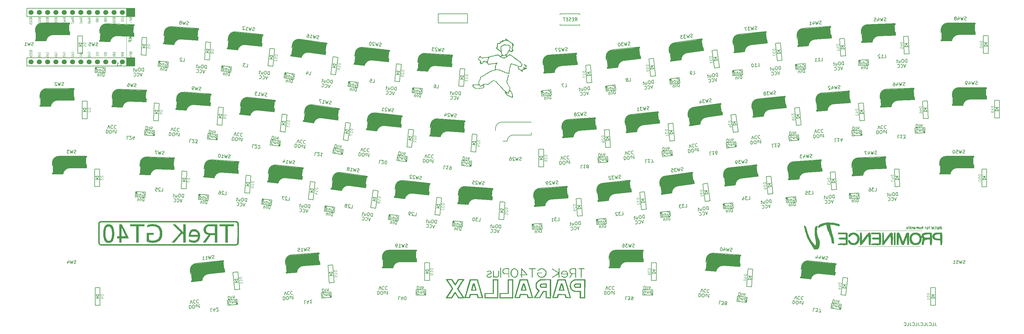
<source format=gbr>
G04 #@! TF.GenerationSoftware,KiCad,Pcbnew,(6.0.10)*
G04 #@! TF.CreationDate,2023-05-22T23:46:38+09:00*
G04 #@! TF.ProjectId,PARALLAX,50415241-4c4c-4415-982e-6b696361645f,rev?*
G04 #@! TF.SameCoordinates,Original*
G04 #@! TF.FileFunction,Legend,Bot*
G04 #@! TF.FilePolarity,Positive*
%FSLAX46Y46*%
G04 Gerber Fmt 4.6, Leading zero omitted, Abs format (unit mm)*
G04 Created by KiCad (PCBNEW (6.0.10)) date 2023-05-22 23:46:38*
%MOMM*%
%LPD*%
G01*
G04 APERTURE LIST*
%ADD10C,0.150000*%
%ADD11C,0.125000*%
%ADD12C,0.200000*%
%ADD13C,0.100000*%
%ADD14C,0.500000*%
%ADD15C,3.500000*%
%ADD16C,0.400000*%
%ADD17C,0.300000*%
%ADD18C,1.000000*%
%ADD19C,3.000000*%
%ADD20C,0.800000*%
%ADD21C,0.120000*%
%ADD22C,1.524000*%
G04 APERTURE END LIST*
D10*
X299894047Y-113752380D02*
X299894047Y-114466666D01*
X299941666Y-114609523D01*
X300036904Y-114704761D01*
X300179761Y-114752380D01*
X300275000Y-114752380D01*
X298941666Y-114752380D02*
X299417857Y-114752380D01*
X299417857Y-113752380D01*
X298036904Y-114657142D02*
X298084523Y-114704761D01*
X298227380Y-114752380D01*
X298322619Y-114752380D01*
X298465476Y-114704761D01*
X298560714Y-114609523D01*
X298608333Y-114514285D01*
X298655952Y-114323809D01*
X298655952Y-114180952D01*
X298608333Y-113990476D01*
X298560714Y-113895238D01*
X298465476Y-113800000D01*
X298322619Y-113752380D01*
X298227380Y-113752380D01*
X298084523Y-113800000D01*
X298036904Y-113847619D01*
X297322619Y-113752380D02*
X297322619Y-114466666D01*
X297370238Y-114609523D01*
X297465476Y-114704761D01*
X297608333Y-114752380D01*
X297703571Y-114752380D01*
X296370238Y-114752380D02*
X296846428Y-114752380D01*
X296846428Y-113752380D01*
X295465476Y-114657142D02*
X295513095Y-114704761D01*
X295655952Y-114752380D01*
X295751190Y-114752380D01*
X295894047Y-114704761D01*
X295989285Y-114609523D01*
X296036904Y-114514285D01*
X296084523Y-114323809D01*
X296084523Y-114180952D01*
X296036904Y-113990476D01*
X295989285Y-113895238D01*
X295894047Y-113800000D01*
X295751190Y-113752380D01*
X295655952Y-113752380D01*
X295513095Y-113800000D01*
X295465476Y-113847619D01*
X294751190Y-113752380D02*
X294751190Y-114466666D01*
X294798809Y-114609523D01*
X294894047Y-114704761D01*
X295036904Y-114752380D01*
X295132142Y-114752380D01*
X293798809Y-114752380D02*
X294275000Y-114752380D01*
X294275000Y-113752380D01*
X292894047Y-114657142D02*
X292941666Y-114704761D01*
X293084523Y-114752380D01*
X293179761Y-114752380D01*
X293322619Y-114704761D01*
X293417857Y-114609523D01*
X293465476Y-114514285D01*
X293513095Y-114323809D01*
X293513095Y-114180952D01*
X293465476Y-113990476D01*
X293417857Y-113895238D01*
X293322619Y-113800000D01*
X293179761Y-113752380D01*
X293084523Y-113752380D01*
X292941666Y-113800000D01*
X292894047Y-113847619D01*
X292179761Y-113752380D02*
X292179761Y-114466666D01*
X292227380Y-114609523D01*
X292322619Y-114704761D01*
X292465476Y-114752380D01*
X292560714Y-114752380D01*
X291227380Y-114752380D02*
X291703571Y-114752380D01*
X291703571Y-113752380D01*
X290322619Y-114657142D02*
X290370238Y-114704761D01*
X290513095Y-114752380D01*
X290608333Y-114752380D01*
X290751190Y-114704761D01*
X290846428Y-114609523D01*
X290894047Y-114514285D01*
X290941666Y-114323809D01*
X290941666Y-114180952D01*
X290894047Y-113990476D01*
X290846428Y-113895238D01*
X290751190Y-113800000D01*
X290608333Y-113752380D01*
X290513095Y-113752380D01*
X290370238Y-113800000D01*
X290322619Y-113847619D01*
X191985468Y-65524418D02*
X191510437Y-65557635D01*
X191580194Y-66555199D01*
X192840523Y-65464627D02*
X192270486Y-65504488D01*
X192555504Y-65484557D02*
X192625261Y-66482121D01*
X192520290Y-66346256D01*
X192418640Y-66257893D01*
X192320312Y-66217033D01*
X193450420Y-65994802D02*
X193358736Y-66048949D01*
X193314554Y-66099774D01*
X193273695Y-66198102D01*
X193277017Y-66245605D01*
X193331163Y-66337289D01*
X193381988Y-66381470D01*
X193480316Y-66422330D01*
X193670328Y-66409043D01*
X193762012Y-66354896D01*
X193806194Y-66304072D01*
X193847053Y-66205744D01*
X193843732Y-66158241D01*
X193789585Y-66066556D01*
X193738760Y-66022375D01*
X193640432Y-65981516D01*
X193450420Y-65994802D01*
X193352092Y-65953943D01*
X193301268Y-65909762D01*
X193247121Y-65818077D01*
X193233834Y-65628065D01*
X193274694Y-65529737D01*
X193318875Y-65478912D01*
X193410559Y-65424766D01*
X193600572Y-65411479D01*
X193698899Y-65452338D01*
X193749724Y-65496520D01*
X193803871Y-65588204D01*
X193817158Y-65778216D01*
X193776298Y-65876544D01*
X193732117Y-65927369D01*
X193640432Y-65981516D01*
X184976251Y-64360521D02*
X185046008Y-65358085D01*
X185283523Y-65341476D01*
X185422711Y-65284008D01*
X185511073Y-65182359D01*
X185551933Y-65084031D01*
X185586149Y-64890697D01*
X185576184Y-64748188D01*
X185515394Y-64561497D01*
X185461247Y-64469813D01*
X185359598Y-64381450D01*
X185213767Y-64343912D01*
X184976251Y-64360521D01*
X186233584Y-65275042D02*
X186423596Y-65261755D01*
X186515281Y-65207608D01*
X186603643Y-65105959D01*
X186637859Y-64912625D01*
X186614607Y-64580103D01*
X186553817Y-64393413D01*
X186452168Y-64305050D01*
X186353840Y-64264191D01*
X186163828Y-64277478D01*
X186072143Y-64331624D01*
X185983781Y-64433274D01*
X185949565Y-64626608D01*
X185972817Y-64959129D01*
X186033607Y-65145820D01*
X186135256Y-65234182D01*
X186233584Y-65275042D01*
X187492914Y-64852833D02*
X187446410Y-64187791D01*
X187065387Y-64882729D02*
X187028848Y-64360196D01*
X187069707Y-64261868D01*
X187161392Y-64207721D01*
X187303901Y-64197756D01*
X187402229Y-64238616D01*
X187453053Y-64282797D01*
X187825436Y-64829581D02*
X188205460Y-64803007D01*
X187991197Y-65152137D02*
X187931406Y-64297083D01*
X187972265Y-64198755D01*
X188063950Y-64144608D01*
X188158956Y-64137965D01*
X197609456Y-64381705D02*
X197517771Y-64435851D01*
X197375262Y-64445817D01*
X197229431Y-64408279D01*
X197127782Y-64319916D01*
X197073635Y-64228232D01*
X197012845Y-64041541D01*
X197002880Y-63899032D01*
X197037096Y-63705698D01*
X197077956Y-63607370D01*
X197166318Y-63505721D01*
X197305506Y-63448253D01*
X197400512Y-63441609D01*
X197546343Y-63479147D01*
X197597167Y-63523328D01*
X197620420Y-63855850D01*
X197430407Y-63869137D01*
X198064556Y-64063469D02*
X198018051Y-63398427D01*
X198057912Y-63968463D02*
X198108737Y-64012645D01*
X198207065Y-64053504D01*
X198349574Y-64043539D01*
X198441258Y-63989392D01*
X198482118Y-63891065D01*
X198445579Y-63368531D01*
X199348137Y-63305418D02*
X199417893Y-64302982D01*
X199351458Y-63352921D02*
X199253131Y-63312061D01*
X199063118Y-63325348D01*
X198971434Y-63379495D01*
X198927253Y-63430320D01*
X198886393Y-63528648D01*
X198906324Y-63813666D01*
X198960470Y-63905350D01*
X199011295Y-63949532D01*
X199109623Y-63990391D01*
X199299635Y-63977104D01*
X199391319Y-63922958D01*
X196930801Y-61980816D02*
X197000557Y-62978380D01*
X197238073Y-62961772D01*
X197377260Y-62904303D01*
X197465623Y-62802654D01*
X197506482Y-62704326D01*
X197540698Y-62510992D01*
X197530733Y-62368483D01*
X197469943Y-62181792D01*
X197415797Y-62090108D01*
X197314147Y-62001745D01*
X197168316Y-61964208D01*
X196930801Y-61980816D01*
X197928365Y-61911060D02*
X197998122Y-62908624D01*
X198449900Y-62542885D02*
X198403396Y-61877842D01*
X198443256Y-62447879D02*
X198494081Y-62492060D01*
X198592409Y-62532920D01*
X198734918Y-62522955D01*
X198826603Y-62468808D01*
X198867462Y-62370480D01*
X198830923Y-61847947D01*
X185340874Y-63833803D02*
X185603639Y-62812987D01*
X186005917Y-63787299D01*
X186845362Y-62821628D02*
X186794537Y-62777447D01*
X186648706Y-62739909D01*
X186553700Y-62746552D01*
X186414513Y-62804021D01*
X186326150Y-62905670D01*
X186285290Y-63003998D01*
X186251074Y-63197332D01*
X186261039Y-63339841D01*
X186321829Y-63526531D01*
X186375976Y-63618216D01*
X186477626Y-63706578D01*
X186623456Y-63744116D01*
X186718463Y-63737473D01*
X186857650Y-63680005D01*
X186901831Y-63629180D01*
X187842926Y-62751871D02*
X187792101Y-62707690D01*
X187646270Y-62670152D01*
X187551264Y-62676796D01*
X187412077Y-62734264D01*
X187323714Y-62835914D01*
X187282854Y-62934241D01*
X187248638Y-63127575D01*
X187258603Y-63270085D01*
X187319393Y-63456775D01*
X187373540Y-63548459D01*
X187475190Y-63636822D01*
X187621020Y-63674360D01*
X187716027Y-63667716D01*
X187855214Y-63610248D01*
X187899395Y-63559423D01*
D11*
X121784754Y-54481834D02*
X120992540Y-54370496D01*
X120966030Y-54559118D01*
X120987849Y-54677594D01*
X121052695Y-54763646D01*
X121122842Y-54811974D01*
X121268438Y-54870906D01*
X121381611Y-54886812D01*
X121537811Y-54870295D01*
X121618562Y-54843174D01*
X121704615Y-54778328D01*
X121758245Y-54670457D01*
X121784754Y-54481834D01*
X121615095Y-55689018D02*
X121678717Y-55236324D01*
X121646906Y-55462671D02*
X120854692Y-55351333D01*
X120978469Y-55291789D01*
X121064522Y-55226944D01*
X121112850Y-55156797D01*
X120785768Y-55841751D02*
X120711542Y-56369894D01*
X121551473Y-56141712D01*
D10*
X134177804Y-49139493D02*
X134030752Y-49171918D01*
X133793961Y-49147031D01*
X133704223Y-49089717D01*
X133661842Y-49037382D01*
X133624439Y-48937688D01*
X133634394Y-48842971D01*
X133691707Y-48753233D01*
X133744043Y-48710852D01*
X133843737Y-48673449D01*
X134038147Y-48646001D01*
X134137841Y-48608598D01*
X134190177Y-48566217D01*
X134247490Y-48476478D01*
X134257445Y-48381762D01*
X134220042Y-48282068D01*
X134177661Y-48229732D01*
X134087923Y-48172419D01*
X133851132Y-48147531D01*
X133704080Y-48179957D01*
X133377550Y-48097756D02*
X133036230Y-49067390D01*
X132921461Y-48337107D01*
X132657365Y-49027570D01*
X132525102Y-48008160D01*
X132183640Y-48068033D02*
X132141259Y-48015698D01*
X132051521Y-47958384D01*
X131814730Y-47933497D01*
X131715036Y-47970900D01*
X131662700Y-48013280D01*
X131605387Y-48103019D01*
X131595432Y-48197736D01*
X131627857Y-48344788D01*
X132136425Y-48972817D01*
X131520768Y-48908108D01*
X130573605Y-48808558D02*
X131141903Y-48868288D01*
X130857754Y-48838423D02*
X130962282Y-47843901D01*
X131042066Y-47995931D01*
X131126827Y-48100602D01*
X131216566Y-48157915D01*
D11*
X250884849Y-29905803D02*
X250089231Y-29989426D01*
X250109141Y-30178859D01*
X250158974Y-30288536D01*
X250242711Y-30356345D01*
X250322466Y-30386268D01*
X250477995Y-30408226D01*
X250591654Y-30396280D01*
X250739218Y-30342465D01*
X250811009Y-30296615D01*
X250878819Y-30212878D01*
X250904759Y-30095236D01*
X250884849Y-29905803D01*
X250164890Y-30709270D02*
X250216656Y-31201795D01*
X250491875Y-30904733D01*
X250503821Y-31018393D01*
X250549671Y-31090184D01*
X250591540Y-31124089D01*
X250671295Y-31154011D01*
X250860728Y-31134101D01*
X250932519Y-31088250D01*
X250966423Y-31046382D01*
X250996346Y-30966627D01*
X250972454Y-30739307D01*
X250926603Y-30667516D01*
X250884734Y-30633612D01*
X250244531Y-31467001D02*
X250300279Y-31997413D01*
X251060058Y-31572811D01*
X314306804Y-27556871D02*
X313506804Y-27556871D01*
X313506804Y-27747347D01*
X313544900Y-27861633D01*
X313621090Y-27937823D01*
X313697280Y-27975919D01*
X313849661Y-28014014D01*
X313963947Y-28014014D01*
X314116328Y-27975919D01*
X314192519Y-27937823D01*
X314268709Y-27861633D01*
X314306804Y-27747347D01*
X314306804Y-27556871D01*
X313773471Y-28699728D02*
X314306804Y-28699728D01*
X313468709Y-28509252D02*
X314040138Y-28318776D01*
X314040138Y-28814014D01*
X313849661Y-29233061D02*
X313811566Y-29156871D01*
X313773471Y-29118776D01*
X313697280Y-29080680D01*
X313659185Y-29080680D01*
X313582995Y-29118776D01*
X313544900Y-29156871D01*
X313506804Y-29233061D01*
X313506804Y-29385442D01*
X313544900Y-29461633D01*
X313582995Y-29499728D01*
X313659185Y-29537823D01*
X313697280Y-29537823D01*
X313773471Y-29499728D01*
X313811566Y-29461633D01*
X313849661Y-29385442D01*
X313849661Y-29233061D01*
X313887757Y-29156871D01*
X313925852Y-29118776D01*
X314002042Y-29080680D01*
X314154423Y-29080680D01*
X314230614Y-29118776D01*
X314268709Y-29156871D01*
X314306804Y-29233061D01*
X314306804Y-29385442D01*
X314268709Y-29461633D01*
X314230614Y-29499728D01*
X314154423Y-29537823D01*
X314002042Y-29537823D01*
X313925852Y-29499728D01*
X313887757Y-29461633D01*
X313849661Y-29385442D01*
D10*
X231443413Y-46047544D02*
X231308574Y-46114582D01*
X231072795Y-46147718D01*
X230971857Y-46113817D01*
X230918074Y-46073289D01*
X230857664Y-45985605D01*
X230844409Y-45891294D01*
X230878310Y-45790355D01*
X230918839Y-45736572D01*
X231006523Y-45676162D01*
X231188518Y-45602497D01*
X231276202Y-45542087D01*
X231316730Y-45488304D01*
X231350631Y-45387366D01*
X231337376Y-45293054D01*
X231276966Y-45205370D01*
X231223183Y-45164842D01*
X231122245Y-45130941D01*
X230886467Y-45164077D01*
X230751627Y-45231115D01*
X230414910Y-45230350D02*
X230318305Y-46253755D01*
X230030274Y-45572930D01*
X229941060Y-46306773D01*
X229566109Y-45349642D01*
X229283176Y-45389405D02*
X228670152Y-45475560D01*
X229053260Y-45806414D01*
X228911793Y-45826296D01*
X228824109Y-45886706D01*
X228783581Y-45940489D01*
X228749680Y-46041428D01*
X228782816Y-46277206D01*
X228843227Y-46364890D01*
X228897010Y-46405418D01*
X228997948Y-46439319D01*
X229280882Y-46399555D01*
X229368566Y-46339145D01*
X229409094Y-46285362D01*
X227867742Y-45924941D02*
X227960524Y-46585119D01*
X228050502Y-45514559D02*
X228385690Y-46188757D01*
X227772666Y-46274912D01*
X24028679Y-28861578D02*
X23885822Y-28909197D01*
X23647726Y-28909197D01*
X23552488Y-28861578D01*
X23504869Y-28813959D01*
X23457250Y-28718721D01*
X23457250Y-28623483D01*
X23504869Y-28528245D01*
X23552488Y-28480626D01*
X23647726Y-28433007D01*
X23838203Y-28385388D01*
X23933441Y-28337769D01*
X23981060Y-28290150D01*
X24028679Y-28194912D01*
X24028679Y-28099674D01*
X23981060Y-28004436D01*
X23933441Y-27956817D01*
X23838203Y-27909197D01*
X23600107Y-27909197D01*
X23457250Y-27956817D01*
X23123917Y-27909197D02*
X22885822Y-28909197D01*
X22695346Y-28194912D01*
X22504869Y-28909197D01*
X22266774Y-27909197D01*
X21362012Y-28909197D02*
X21933441Y-28909197D01*
X21647726Y-28909197D02*
X21647726Y-27909197D01*
X21742965Y-28052055D01*
X21838203Y-28147293D01*
X21933441Y-28194912D01*
D11*
X149724495Y-77321662D02*
X148928877Y-77238039D01*
X148908967Y-77427472D01*
X148934907Y-77545114D01*
X149002716Y-77628851D01*
X149074507Y-77674701D01*
X149222072Y-77728516D01*
X149335731Y-77740462D01*
X149491259Y-77718504D01*
X149571015Y-77688581D01*
X149654752Y-77620772D01*
X149704584Y-77511095D01*
X149724495Y-77321662D01*
X148925009Y-78003734D02*
X148883141Y-78037639D01*
X148837290Y-78109430D01*
X148817380Y-78298862D01*
X148847303Y-78378618D01*
X148881207Y-78420486D01*
X148952998Y-78466337D01*
X149028771Y-78474301D01*
X149146413Y-78448360D01*
X149648836Y-78041506D01*
X149597069Y-78534031D01*
X148845369Y-78761465D02*
X148803500Y-78795370D01*
X148757650Y-78867161D01*
X148737739Y-79056593D01*
X148767662Y-79136349D01*
X148801566Y-79178217D01*
X148873357Y-79224068D01*
X148949131Y-79232032D01*
X149066772Y-79206091D01*
X149569195Y-78799237D01*
X149517429Y-79291762D01*
X91459876Y-70505641D02*
X90661825Y-70449836D01*
X90648538Y-70639849D01*
X90678568Y-70756513D01*
X90749258Y-70837833D01*
X90822606Y-70881150D01*
X90971958Y-70929782D01*
X91085965Y-70937754D01*
X91240633Y-70910381D01*
X91319295Y-70877694D01*
X91400615Y-70807004D01*
X91446589Y-70695654D01*
X91459876Y-70505641D01*
X91374840Y-71721720D02*
X91406728Y-71265690D01*
X91390784Y-71493705D02*
X90592733Y-71437900D01*
X90712055Y-71369867D01*
X90793375Y-71299177D01*
X90836692Y-71225829D01*
X90542242Y-72159946D02*
X90536928Y-72235951D01*
X90569615Y-72314613D01*
X90604960Y-72355273D01*
X90678308Y-72398590D01*
X90827660Y-72447222D01*
X91017672Y-72460509D01*
X91172339Y-72433136D01*
X91251002Y-72400449D01*
X91291662Y-72365104D01*
X91334979Y-72291756D01*
X91340294Y-72215751D01*
X91307606Y-72137089D01*
X91272261Y-72096429D01*
X91198913Y-72053112D01*
X91049561Y-72004480D01*
X90859549Y-71991193D01*
X90704882Y-72018566D01*
X90626219Y-72051254D01*
X90585560Y-72086599D01*
X90542242Y-72159946D01*
D10*
X212327817Y-48456699D02*
X212190720Y-48518990D01*
X211953929Y-48543878D01*
X211854235Y-48506475D01*
X211801899Y-48464094D01*
X211744586Y-48374355D01*
X211734631Y-48279639D01*
X211772034Y-48179945D01*
X211814414Y-48127609D01*
X211904153Y-48070296D01*
X212088608Y-48003028D01*
X212178347Y-47945714D01*
X212220728Y-47893379D01*
X212258131Y-47793685D01*
X212248176Y-47698968D01*
X212190863Y-47609230D01*
X212138527Y-47566849D01*
X212038833Y-47529446D01*
X211802042Y-47554334D01*
X211664945Y-47616624D01*
X211328460Y-47604109D02*
X211196198Y-48623519D01*
X210932102Y-47933056D01*
X210817332Y-48663339D01*
X210476013Y-47693705D01*
X210191864Y-47723570D02*
X209576207Y-47788278D01*
X209947535Y-48132301D01*
X209805460Y-48147233D01*
X209715722Y-48204547D01*
X209673341Y-48256883D01*
X209635938Y-48356576D01*
X209660826Y-48593367D01*
X209718139Y-48683106D01*
X209770475Y-48725487D01*
X209870169Y-48762890D01*
X210154318Y-48733025D01*
X210244057Y-48675711D01*
X210286437Y-48623376D01*
X208733572Y-48882351D02*
X209301870Y-48822620D01*
X209017721Y-48852486D02*
X208913193Y-47857964D01*
X209022842Y-47990083D01*
X209127513Y-48074845D01*
X209227207Y-48112248D01*
X37052133Y-61829091D02*
X36909276Y-61876710D01*
X36671180Y-61876710D01*
X36575942Y-61829091D01*
X36528323Y-61781472D01*
X36480704Y-61686234D01*
X36480704Y-61590996D01*
X36528323Y-61495758D01*
X36575942Y-61448139D01*
X36671180Y-61400520D01*
X36861657Y-61352901D01*
X36956895Y-61305282D01*
X37004514Y-61257663D01*
X37052133Y-61162425D01*
X37052133Y-61067187D01*
X37004514Y-60971949D01*
X36956895Y-60924330D01*
X36861657Y-60876710D01*
X36623561Y-60876710D01*
X36480704Y-60924330D01*
X36147371Y-60876710D02*
X35909276Y-61876710D01*
X35718800Y-61162425D01*
X35528323Y-61876710D01*
X35290228Y-60876710D01*
X35004514Y-60876710D02*
X34385466Y-60876710D01*
X34718800Y-61257663D01*
X34575942Y-61257663D01*
X34480704Y-61305282D01*
X34433085Y-61352901D01*
X34385466Y-61448139D01*
X34385466Y-61686234D01*
X34433085Y-61781472D01*
X34480704Y-61829091D01*
X34575942Y-61876710D01*
X34861657Y-61876710D01*
X34956895Y-61829091D01*
X35004514Y-61781472D01*
X111249213Y-26779218D02*
X111101119Y-26806492D01*
X110865341Y-26773356D01*
X110777657Y-26712945D01*
X110737129Y-26659163D01*
X110703228Y-26558224D01*
X110716482Y-26463913D01*
X110776892Y-26376229D01*
X110830675Y-26335700D01*
X110931614Y-26301799D01*
X111126864Y-26281153D01*
X111227802Y-26247252D01*
X111281585Y-26206724D01*
X111341995Y-26119040D01*
X111355250Y-26024728D01*
X111321349Y-25923790D01*
X111280820Y-25870007D01*
X111193136Y-25809597D01*
X110957358Y-25776460D01*
X110809264Y-25803734D01*
X110485802Y-25710187D02*
X110110851Y-26667319D01*
X110021638Y-25933475D01*
X109733606Y-26614301D01*
X109637001Y-25590896D01*
X108601871Y-26455246D02*
X109167739Y-26534773D01*
X108884805Y-26495009D02*
X109023978Y-25504741D01*
X109098407Y-25659463D01*
X109179464Y-25767029D01*
X109267148Y-25827439D01*
X107892243Y-25345686D02*
X108080865Y-25372196D01*
X108168549Y-25432606D01*
X108209078Y-25486389D01*
X108283507Y-25641110D01*
X108304154Y-25836360D01*
X108251135Y-26213605D01*
X108190725Y-26301289D01*
X108136942Y-26341817D01*
X108036004Y-26375718D01*
X107847381Y-26349209D01*
X107759697Y-26288799D01*
X107719169Y-26235016D01*
X107685268Y-26134077D01*
X107718404Y-25898299D01*
X107778814Y-25810615D01*
X107832597Y-25770087D01*
X107933536Y-25736186D01*
X108122158Y-25762695D01*
X108209842Y-25823105D01*
X108250371Y-25876888D01*
X108284272Y-25977827D01*
D11*
X130230754Y-75238934D02*
X129438540Y-75127596D01*
X129412030Y-75316218D01*
X129433849Y-75434694D01*
X129498695Y-75520746D01*
X129568842Y-75569074D01*
X129714438Y-75628006D01*
X129827611Y-75643912D01*
X129983811Y-75627395D01*
X130064562Y-75600274D01*
X130150615Y-75535428D01*
X130204245Y-75427557D01*
X130230754Y-75238934D01*
X130061095Y-76446118D02*
X130124717Y-75993424D01*
X130092906Y-76219771D02*
X129300692Y-76108433D01*
X129424469Y-76048889D01*
X129510522Y-75984044D01*
X129558850Y-75913897D01*
X129544779Y-76835190D02*
X129517659Y-76754439D01*
X129485236Y-76711413D01*
X129415089Y-76663085D01*
X129377364Y-76657783D01*
X129296613Y-76684904D01*
X129253587Y-76717326D01*
X129205259Y-76787474D01*
X129184052Y-76938372D01*
X129211172Y-77019122D01*
X129243595Y-77062149D01*
X129313742Y-77110477D01*
X129351467Y-77115779D01*
X129432218Y-77088658D01*
X129475244Y-77056235D01*
X129523572Y-76986088D01*
X129544779Y-76835190D01*
X129593108Y-76765043D01*
X129636134Y-76732620D01*
X129716885Y-76705499D01*
X129867783Y-76726707D01*
X129937930Y-76775035D01*
X129970352Y-76818061D01*
X129997473Y-76898812D01*
X129976266Y-77049710D01*
X129927938Y-77119857D01*
X129884912Y-77152280D01*
X129804161Y-77179401D01*
X129653263Y-77158193D01*
X129583116Y-77109865D01*
X129550693Y-77066839D01*
X129523572Y-76986088D01*
X237315311Y-51900299D02*
X236523096Y-52011638D01*
X236549605Y-52200260D01*
X236603235Y-52308132D01*
X236689288Y-52372977D01*
X236770039Y-52400098D01*
X236926239Y-52416615D01*
X237039412Y-52400710D01*
X237185008Y-52341778D01*
X237255155Y-52293450D01*
X237320001Y-52207397D01*
X237341820Y-52088922D01*
X237315311Y-51900299D01*
X236623831Y-52728403D02*
X236692755Y-53218822D01*
X236957438Y-52912336D01*
X236973343Y-53025509D01*
X237021672Y-53095656D01*
X237064698Y-53128079D01*
X237145449Y-53155200D01*
X237334071Y-53128691D01*
X237404218Y-53080362D01*
X237436641Y-53037336D01*
X237463762Y-52956585D01*
X237431951Y-52730238D01*
X237383623Y-52660091D01*
X237340596Y-52627669D01*
X237052259Y-53860750D02*
X237580402Y-53786524D01*
X236723954Y-53714542D02*
X237263312Y-53446392D01*
X237332236Y-53936811D01*
D10*
X265038686Y-22251210D02*
X264899499Y-22308679D01*
X264661984Y-22325287D01*
X264563656Y-22284428D01*
X264512831Y-22240246D01*
X264458684Y-22148562D01*
X264452041Y-22053556D01*
X264492900Y-21955228D01*
X264537082Y-21904403D01*
X264628766Y-21850257D01*
X264815457Y-21789467D01*
X264907141Y-21735320D01*
X264951322Y-21684496D01*
X264992182Y-21586168D01*
X264985538Y-21491162D01*
X264931392Y-21399477D01*
X264880567Y-21355296D01*
X264782239Y-21314436D01*
X264544724Y-21331045D01*
X264405537Y-21388513D01*
X264069693Y-21364262D02*
X263901935Y-22378435D01*
X263662096Y-21679176D01*
X263521910Y-22405009D01*
X263214639Y-21424054D01*
X262430339Y-21813045D02*
X262476843Y-22478087D01*
X262641280Y-21416411D02*
X262928622Y-22112349D01*
X262311082Y-22155531D01*
X261431776Y-22551165D02*
X262001813Y-22511305D01*
X261716794Y-22531235D02*
X261647038Y-21533671D01*
X261752009Y-21669537D01*
X261853659Y-21757899D01*
X261951987Y-21798759D01*
X140598016Y-81032346D02*
X141071598Y-81082122D01*
X141176127Y-80087600D01*
X140408441Y-80102675D02*
X140366060Y-80050340D01*
X140276321Y-79993026D01*
X140039530Y-79968139D01*
X139939836Y-80005542D01*
X139887501Y-80047922D01*
X139830187Y-80137661D01*
X139820232Y-80232378D01*
X139852658Y-80379430D01*
X140361225Y-81007458D01*
X139745569Y-80942750D01*
X139271987Y-80892975D02*
X139082554Y-80873065D01*
X138992816Y-80815751D01*
X138950435Y-80763416D01*
X138870651Y-80611386D01*
X138843203Y-80416976D01*
X138883024Y-80038110D01*
X138940337Y-79948371D01*
X138992673Y-79905991D01*
X139092366Y-79868588D01*
X139281799Y-79888498D01*
X139371538Y-79945811D01*
X139413919Y-79998147D01*
X139451322Y-80097841D01*
X139426434Y-80334632D01*
X139369121Y-80424371D01*
X139316785Y-80466751D01*
X139217091Y-80504154D01*
X139027658Y-80484244D01*
X138937920Y-80426931D01*
X138895539Y-80374595D01*
X138858136Y-80274901D01*
X147298638Y-83395699D02*
X147403166Y-82401177D01*
X147166375Y-82376289D01*
X147019323Y-82408715D01*
X146914652Y-82493476D01*
X146857338Y-82583215D01*
X146790070Y-82767670D01*
X146775137Y-82909745D01*
X146802585Y-83104155D01*
X146839989Y-83203849D01*
X146924750Y-83308520D01*
X147061847Y-83370811D01*
X147298638Y-83395699D01*
X146219212Y-82276738D02*
X146029779Y-82256828D01*
X145930085Y-82294231D01*
X145825413Y-82378992D01*
X145758145Y-82563448D01*
X145723302Y-82894955D01*
X145750750Y-83089365D01*
X145835512Y-83194037D01*
X145925250Y-83251350D01*
X146114683Y-83271260D01*
X146214377Y-83233857D01*
X146319048Y-83149096D01*
X146386317Y-82964641D01*
X146421160Y-82633133D01*
X146393712Y-82438723D01*
X146308950Y-82334051D01*
X146219212Y-82276738D01*
X144905698Y-82473852D02*
X144836012Y-83136866D01*
X145331921Y-82518650D02*
X145277168Y-83039590D01*
X145219855Y-83129329D01*
X145120161Y-83166732D01*
X144978087Y-83151799D01*
X144888348Y-83094486D01*
X144845967Y-83042150D01*
X144574190Y-82439009D02*
X144195325Y-82399189D01*
X144466959Y-82092569D02*
X144377363Y-82945016D01*
X144320050Y-83034755D01*
X144220356Y-83072158D01*
X144125639Y-83062203D01*
X134861039Y-81181103D02*
X134960733Y-81143700D01*
X135102808Y-81158633D01*
X135239905Y-81220924D01*
X135324666Y-81325595D01*
X135362069Y-81425289D01*
X135389517Y-81619699D01*
X135374584Y-81761774D01*
X135307316Y-81946229D01*
X135250003Y-82035968D01*
X135145331Y-82120729D01*
X134998279Y-82153155D01*
X134903563Y-82143200D01*
X134766466Y-82080909D01*
X134724085Y-82028573D01*
X134758928Y-81697066D01*
X134948361Y-81716976D01*
X134357592Y-81415477D02*
X134287906Y-82078492D01*
X134347637Y-81510193D02*
X134305256Y-81457858D01*
X134215518Y-81400544D01*
X134073443Y-81385612D01*
X133973749Y-81423015D01*
X133916436Y-81512754D01*
X133861683Y-82033694D01*
X132961877Y-81939120D02*
X133066406Y-80944598D01*
X132966855Y-81891762D02*
X133056594Y-81949075D01*
X133246026Y-81968986D01*
X133345720Y-81931583D01*
X133398056Y-81889202D01*
X133455369Y-81799463D01*
X133485235Y-81515314D01*
X133447831Y-81415620D01*
X133405451Y-81363284D01*
X133315712Y-81305971D01*
X133126279Y-81286061D01*
X133026585Y-81323464D01*
X135112474Y-83663364D02*
X135217002Y-82668842D01*
X134980211Y-82643955D01*
X134833159Y-82676380D01*
X134728487Y-82761141D01*
X134671174Y-82850880D01*
X134603906Y-83035335D01*
X134588973Y-83177410D01*
X134616421Y-83371820D01*
X134653824Y-83471514D01*
X134738586Y-83576186D01*
X134875683Y-83638476D01*
X135112474Y-83663364D01*
X134117952Y-83558836D02*
X134222480Y-82564314D01*
X133714055Y-82846046D02*
X133644370Y-83509060D01*
X133704100Y-82940762D02*
X133661720Y-82888426D01*
X133571981Y-82831113D01*
X133429906Y-82816180D01*
X133330212Y-82853583D01*
X133272899Y-82943322D01*
X133218146Y-83464262D01*
X146848091Y-83851099D02*
X146412056Y-84810778D01*
X146185077Y-83781413D01*
X145190698Y-84586645D02*
X145233079Y-84638981D01*
X145370176Y-84701272D01*
X145464892Y-84711227D01*
X145611944Y-84678801D01*
X145716616Y-84594040D01*
X145773929Y-84504301D01*
X145841197Y-84319846D01*
X145856130Y-84177771D01*
X145828682Y-83983361D01*
X145791279Y-83883667D01*
X145706517Y-83778996D01*
X145569420Y-83716705D01*
X145474704Y-83706750D01*
X145327652Y-83739175D01*
X145275316Y-83781556D01*
X144196176Y-84482117D02*
X144238557Y-84534452D01*
X144375654Y-84596743D01*
X144470370Y-84606698D01*
X144617422Y-84574273D01*
X144722094Y-84489512D01*
X144779407Y-84399773D01*
X144846675Y-84215317D01*
X144861608Y-84073243D01*
X144834160Y-83878833D01*
X144796757Y-83779139D01*
X144711996Y-83674467D01*
X144574899Y-83612176D01*
X144480182Y-83602221D01*
X144333130Y-83634647D01*
X144280794Y-83677028D01*
X187359786Y-30411210D02*
X187220599Y-30468679D01*
X186983084Y-30485287D01*
X186884756Y-30444428D01*
X186833931Y-30400246D01*
X186779784Y-30308562D01*
X186773141Y-30213556D01*
X186814000Y-30115228D01*
X186858182Y-30064403D01*
X186949866Y-30010257D01*
X187136557Y-29949467D01*
X187228241Y-29895320D01*
X187272422Y-29844496D01*
X187313282Y-29746168D01*
X187306638Y-29651162D01*
X187252492Y-29559477D01*
X187201667Y-29515296D01*
X187103339Y-29474436D01*
X186865824Y-29491045D01*
X186726637Y-29548513D01*
X186390793Y-29524262D02*
X186223035Y-30538435D01*
X185983196Y-29839176D01*
X185843010Y-30565009D01*
X185535739Y-29584054D01*
X185209861Y-29702312D02*
X185159036Y-29658131D01*
X185060708Y-29617271D01*
X184823193Y-29633880D01*
X184731508Y-29688026D01*
X184687327Y-29738851D01*
X184646468Y-29837179D01*
X184653111Y-29932185D01*
X184710579Y-30071372D01*
X185320477Y-30601548D01*
X184702937Y-30644731D01*
X184300659Y-29670419D02*
X183635617Y-29716923D01*
X184132900Y-30684592D01*
D11*
X36275557Y-31161789D02*
X36311271Y-31137980D01*
X36346985Y-31066551D01*
X36346985Y-31018932D01*
X36311271Y-30947504D01*
X36239842Y-30899885D01*
X36168414Y-30876075D01*
X36025557Y-30852266D01*
X35918414Y-30852266D01*
X35775557Y-30876075D01*
X35704128Y-30899885D01*
X35632700Y-30947504D01*
X35596985Y-31018932D01*
X35596985Y-31066551D01*
X35632700Y-31137980D01*
X35668414Y-31161789D01*
X36346985Y-31447504D02*
X36311271Y-31399885D01*
X36275557Y-31376075D01*
X36204128Y-31352266D01*
X35989842Y-31352266D01*
X35918414Y-31376075D01*
X35882700Y-31399885D01*
X35846985Y-31447504D01*
X35846985Y-31518932D01*
X35882700Y-31566551D01*
X35918414Y-31590361D01*
X35989842Y-31614170D01*
X36204128Y-31614170D01*
X36275557Y-31590361D01*
X36311271Y-31566551D01*
X36346985Y-31518932D01*
X36346985Y-31447504D01*
X36346985Y-31899885D02*
X36311271Y-31852266D01*
X36239842Y-31828456D01*
X35596985Y-31828456D01*
X35668414Y-32066551D02*
X35632700Y-32090361D01*
X35596985Y-32137980D01*
X35596985Y-32257027D01*
X35632700Y-32304646D01*
X35668414Y-32328456D01*
X35739842Y-32352266D01*
X35811271Y-32352266D01*
X35918414Y-32328456D01*
X36346985Y-32042742D01*
X36346985Y-32352266D01*
X48332700Y-31136813D02*
X48296985Y-31089194D01*
X48296985Y-31017766D01*
X48332700Y-30946337D01*
X48404128Y-30898718D01*
X48475557Y-30874908D01*
X48618414Y-30851099D01*
X48725557Y-30851099D01*
X48868414Y-30874908D01*
X48939842Y-30898718D01*
X49011271Y-30946337D01*
X49046985Y-31017766D01*
X49046985Y-31065385D01*
X49011271Y-31136813D01*
X48975557Y-31160623D01*
X48725557Y-31160623D01*
X48725557Y-31065385D01*
X49046985Y-31374908D02*
X48296985Y-31374908D01*
X49046985Y-31660623D01*
X48296985Y-31660623D01*
X49046985Y-31898718D02*
X48296985Y-31898718D01*
X48296985Y-32017766D01*
X48332700Y-32089194D01*
X48404128Y-32136813D01*
X48475557Y-32160623D01*
X48618414Y-32184432D01*
X48725557Y-32184432D01*
X48868414Y-32160623D01*
X48939842Y-32136813D01*
X49011271Y-32089194D01*
X49046985Y-32017766D01*
X49046985Y-31898718D01*
X36308985Y-20560271D02*
X35951842Y-20393604D01*
X36308985Y-20274557D02*
X35558985Y-20274557D01*
X35558985Y-20465033D01*
X35594700Y-20512652D01*
X35630414Y-20536461D01*
X35701842Y-20560271D01*
X35808985Y-20560271D01*
X35880414Y-20536461D01*
X35916128Y-20512652D01*
X35951842Y-20465033D01*
X35951842Y-20274557D01*
X36308985Y-20845985D02*
X36273271Y-20798366D01*
X36237557Y-20774557D01*
X36166128Y-20750747D01*
X35951842Y-20750747D01*
X35880414Y-20774557D01*
X35844700Y-20798366D01*
X35808985Y-20845985D01*
X35808985Y-20917414D01*
X35844700Y-20965033D01*
X35880414Y-20988842D01*
X35951842Y-21012652D01*
X36166128Y-21012652D01*
X36237557Y-20988842D01*
X36273271Y-20965033D01*
X36308985Y-20917414D01*
X36308985Y-20845985D01*
X35808985Y-21179319D02*
X36308985Y-21274557D01*
X35951842Y-21369795D01*
X36308985Y-21465033D01*
X35808985Y-21560271D01*
X35630414Y-21726938D02*
X35594700Y-21750747D01*
X35558985Y-21798366D01*
X35558985Y-21917414D01*
X35594700Y-21965033D01*
X35630414Y-21988842D01*
X35701842Y-22012652D01*
X35773271Y-22012652D01*
X35880414Y-21988842D01*
X36308985Y-21703128D01*
X36308985Y-22012652D01*
X53734128Y-20353128D02*
X53769842Y-20424557D01*
X53805557Y-20448366D01*
X53876985Y-20472176D01*
X53984128Y-20472176D01*
X54055557Y-20448366D01*
X54091271Y-20424557D01*
X54126985Y-20376938D01*
X54126985Y-20186461D01*
X53376985Y-20186461D01*
X53376985Y-20353128D01*
X53412700Y-20400747D01*
X53448414Y-20424557D01*
X53519842Y-20448366D01*
X53591271Y-20448366D01*
X53662700Y-20424557D01*
X53698414Y-20400747D01*
X53734128Y-20353128D01*
X53734128Y-20186461D01*
X53912700Y-20662652D02*
X53912700Y-20900747D01*
X54126985Y-20615033D02*
X53376985Y-20781700D01*
X54126985Y-20948366D01*
X53376985Y-21043604D02*
X53376985Y-21329319D01*
X54126985Y-21186461D02*
X53376985Y-21186461D01*
X53841271Y-21495985D02*
X53841271Y-21876938D01*
X45729200Y-20526247D02*
X45693485Y-20478628D01*
X45693485Y-20407200D01*
X45729200Y-20335771D01*
X45800628Y-20288152D01*
X45872057Y-20264342D01*
X46014914Y-20240533D01*
X46122057Y-20240533D01*
X46264914Y-20264342D01*
X46336342Y-20288152D01*
X46407771Y-20335771D01*
X46443485Y-20407200D01*
X46443485Y-20454819D01*
X46407771Y-20526247D01*
X46372057Y-20550057D01*
X46122057Y-20550057D01*
X46122057Y-20454819D01*
X46443485Y-20764342D02*
X45693485Y-20764342D01*
X46443485Y-21050057D01*
X45693485Y-21050057D01*
X46443485Y-21288152D02*
X45693485Y-21288152D01*
X45693485Y-21407200D01*
X45729200Y-21478628D01*
X45800628Y-21526247D01*
X45872057Y-21550057D01*
X46014914Y-21573866D01*
X46122057Y-21573866D01*
X46264914Y-21550057D01*
X46336342Y-21526247D01*
X46407771Y-21478628D01*
X46443485Y-21407200D01*
X46443485Y-21288152D01*
X23620644Y-30526481D02*
X23263501Y-30359814D01*
X23620644Y-30240767D02*
X22870644Y-30240767D01*
X22870644Y-30431243D01*
X22906359Y-30478862D01*
X22942073Y-30502671D01*
X23013501Y-30526481D01*
X23120644Y-30526481D01*
X23192073Y-30502671D01*
X23227787Y-30478862D01*
X23263501Y-30431243D01*
X23263501Y-30240767D01*
X23227787Y-30740767D02*
X23227787Y-30907433D01*
X23620644Y-30978862D02*
X23620644Y-30740767D01*
X22870644Y-30740767D01*
X22870644Y-30978862D01*
X22870644Y-31288386D02*
X22870644Y-31336005D01*
X22906359Y-31383624D01*
X22942073Y-31407433D01*
X23013501Y-31431243D01*
X23156359Y-31455052D01*
X23334930Y-31455052D01*
X23477787Y-31431243D01*
X23549216Y-31407433D01*
X23584930Y-31383624D01*
X23620644Y-31336005D01*
X23620644Y-31288386D01*
X23584930Y-31240767D01*
X23549216Y-31216957D01*
X23477787Y-31193148D01*
X23334930Y-31169338D01*
X23156359Y-31169338D01*
X23013501Y-31193148D01*
X22942073Y-31216957D01*
X22906359Y-31240767D01*
X22870644Y-31288386D01*
X22870644Y-31621719D02*
X22870644Y-31931243D01*
X23156359Y-31764576D01*
X23156359Y-31836005D01*
X23192073Y-31883624D01*
X23227787Y-31907433D01*
X23299216Y-31931243D01*
X23477787Y-31931243D01*
X23549216Y-31907433D01*
X23584930Y-31883624D01*
X23620644Y-31836005D01*
X23620644Y-31693148D01*
X23584930Y-31645529D01*
X23549216Y-31621719D01*
X23620644Y-32145529D02*
X22870644Y-32145529D01*
X23156359Y-32145529D02*
X23120644Y-32193148D01*
X23120644Y-32288386D01*
X23156359Y-32336005D01*
X23192073Y-32359814D01*
X23263501Y-32383624D01*
X23477787Y-32383624D01*
X23549216Y-32359814D01*
X23584930Y-32336005D01*
X23620644Y-32288386D01*
X23620644Y-32193148D01*
X23584930Y-32145529D01*
X53734128Y-30939194D02*
X53769842Y-31010623D01*
X53805557Y-31034432D01*
X53876985Y-31058242D01*
X53984128Y-31058242D01*
X54055557Y-31034432D01*
X54091271Y-31010623D01*
X54126985Y-30963004D01*
X54126985Y-30772527D01*
X53376985Y-30772527D01*
X53376985Y-30939194D01*
X53412700Y-30986813D01*
X53448414Y-31010623D01*
X53519842Y-31034432D01*
X53591271Y-31034432D01*
X53662700Y-31010623D01*
X53698414Y-30986813D01*
X53734128Y-30939194D01*
X53734128Y-30772527D01*
X53912700Y-31248718D02*
X53912700Y-31486813D01*
X54126985Y-31201099D02*
X53376985Y-31367766D01*
X54126985Y-31534432D01*
X53376985Y-31629670D02*
X53376985Y-31915385D01*
X54126985Y-31772527D02*
X53376985Y-31772527D01*
X53841271Y-32082051D02*
X53841271Y-32463004D01*
X54126985Y-32272527D02*
X53555557Y-32272527D01*
D10*
D11*
X46443485Y-31243956D02*
X46086342Y-31077289D01*
X46443485Y-30958242D02*
X45693485Y-30958242D01*
X45693485Y-31148718D01*
X45729200Y-31196337D01*
X45764914Y-31220146D01*
X45836342Y-31243956D01*
X45943485Y-31243956D01*
X46014914Y-31220146D01*
X46050628Y-31196337D01*
X46086342Y-31148718D01*
X46086342Y-30958242D01*
X46407771Y-31434432D02*
X46443485Y-31505861D01*
X46443485Y-31624908D01*
X46407771Y-31672527D01*
X46372057Y-31696337D01*
X46300628Y-31720146D01*
X46229200Y-31720146D01*
X46157771Y-31696337D01*
X46122057Y-31672527D01*
X46086342Y-31624908D01*
X46050628Y-31529670D01*
X46014914Y-31482051D01*
X45979200Y-31458242D01*
X45907771Y-31434432D01*
X45836342Y-31434432D01*
X45764914Y-31458242D01*
X45729200Y-31482051D01*
X45693485Y-31529670D01*
X45693485Y-31648718D01*
X45729200Y-31720146D01*
X45693485Y-31863004D02*
X45693485Y-32148718D01*
X46443485Y-32005861D02*
X45693485Y-32005861D01*
X41426985Y-20599271D02*
X41069842Y-20432604D01*
X41426985Y-20313557D02*
X40676985Y-20313557D01*
X40676985Y-20504033D01*
X40712700Y-20551652D01*
X40748414Y-20575461D01*
X40819842Y-20599271D01*
X40926985Y-20599271D01*
X40998414Y-20575461D01*
X41034128Y-20551652D01*
X41069842Y-20504033D01*
X41069842Y-20313557D01*
X41426985Y-20884985D02*
X41391271Y-20837366D01*
X41355557Y-20813557D01*
X41284128Y-20789747D01*
X41069842Y-20789747D01*
X40998414Y-20813557D01*
X40962700Y-20837366D01*
X40926985Y-20884985D01*
X40926985Y-20956414D01*
X40962700Y-21004033D01*
X40998414Y-21027842D01*
X41069842Y-21051652D01*
X41284128Y-21051652D01*
X41355557Y-21027842D01*
X41391271Y-21004033D01*
X41426985Y-20956414D01*
X41426985Y-20884985D01*
X40926985Y-21218319D02*
X41426985Y-21313557D01*
X41069842Y-21408795D01*
X41426985Y-21504033D01*
X40926985Y-21599271D01*
X40676985Y-21884985D02*
X40676985Y-21932604D01*
X40712700Y-21980223D01*
X40748414Y-22004033D01*
X40819842Y-22027842D01*
X40962700Y-22051652D01*
X41141271Y-22051652D01*
X41284128Y-22027842D01*
X41355557Y-22004033D01*
X41391271Y-21980223D01*
X41426985Y-21932604D01*
X41426985Y-21884985D01*
X41391271Y-21837366D01*
X41355557Y-21813557D01*
X41284128Y-21789747D01*
X41141271Y-21765938D01*
X40962700Y-21765938D01*
X40819842Y-21789747D01*
X40748414Y-21813557D01*
X40712700Y-21837366D01*
X40676985Y-21884985D01*
D10*
X53698271Y-25331700D02*
X53745890Y-25474557D01*
X53793509Y-25522176D01*
X53888747Y-25569795D01*
X54031604Y-25569795D01*
X54126842Y-25522176D01*
X54174461Y-25474557D01*
X54222080Y-25379319D01*
X54222080Y-24998366D01*
X53222080Y-24998366D01*
X53222080Y-25331700D01*
X53269700Y-25426938D01*
X53317319Y-25474557D01*
X53412557Y-25522176D01*
X53507795Y-25522176D01*
X53603033Y-25474557D01*
X53650652Y-25426938D01*
X53698271Y-25331700D01*
X53698271Y-24998366D01*
X54222080Y-25998366D02*
X53222080Y-25998366D01*
X53936366Y-26331700D01*
X53222080Y-26665033D01*
X54222080Y-26665033D01*
X54222080Y-27141223D02*
X53222080Y-27141223D01*
X53222080Y-27522176D01*
X53269700Y-27617414D01*
X53317319Y-27665033D01*
X53412557Y-27712652D01*
X53555414Y-27712652D01*
X53650652Y-27665033D01*
X53698271Y-27617414D01*
X53745890Y-27522176D01*
X53745890Y-27141223D01*
D11*
X33806985Y-20510271D02*
X33449842Y-20343604D01*
X33806985Y-20224557D02*
X33056985Y-20224557D01*
X33056985Y-20415033D01*
X33092700Y-20462652D01*
X33128414Y-20486461D01*
X33199842Y-20510271D01*
X33306985Y-20510271D01*
X33378414Y-20486461D01*
X33414128Y-20462652D01*
X33449842Y-20415033D01*
X33449842Y-20224557D01*
X33806985Y-20795985D02*
X33771271Y-20748366D01*
X33735557Y-20724557D01*
X33664128Y-20700747D01*
X33449842Y-20700747D01*
X33378414Y-20724557D01*
X33342700Y-20748366D01*
X33306985Y-20795985D01*
X33306985Y-20867414D01*
X33342700Y-20915033D01*
X33378414Y-20938842D01*
X33449842Y-20962652D01*
X33664128Y-20962652D01*
X33735557Y-20938842D01*
X33771271Y-20915033D01*
X33806985Y-20867414D01*
X33806985Y-20795985D01*
X33306985Y-21129319D02*
X33806985Y-21224557D01*
X33449842Y-21319795D01*
X33806985Y-21415033D01*
X33306985Y-21510271D01*
X33056985Y-21653128D02*
X33056985Y-21962652D01*
X33342700Y-21795985D01*
X33342700Y-21867414D01*
X33378414Y-21915033D01*
X33414128Y-21938842D01*
X33485557Y-21962652D01*
X33664128Y-21962652D01*
X33735557Y-21938842D01*
X33771271Y-21915033D01*
X33806985Y-21867414D01*
X33806985Y-21724557D01*
X33771271Y-21676938D01*
X33735557Y-21653128D01*
X51586985Y-31172527D02*
X51229842Y-31005861D01*
X51586985Y-30886813D02*
X50836985Y-30886813D01*
X50836985Y-31077289D01*
X50872700Y-31124908D01*
X50908414Y-31148718D01*
X50979842Y-31172527D01*
X51086985Y-31172527D01*
X51158414Y-31148718D01*
X51194128Y-31124908D01*
X51229842Y-31077289D01*
X51229842Y-30886813D01*
X51372700Y-31363004D02*
X51372700Y-31601099D01*
X51586985Y-31315385D02*
X50836985Y-31482051D01*
X51586985Y-31648718D01*
X50836985Y-31767766D02*
X51586985Y-31886813D01*
X51051271Y-31982051D01*
X51586985Y-32077289D01*
X50836985Y-32196337D01*
X43216985Y-30851099D02*
X43966985Y-31017766D01*
X43216985Y-31184432D01*
X43895557Y-31636813D02*
X43931271Y-31613004D01*
X43966985Y-31541575D01*
X43966985Y-31493956D01*
X43931271Y-31422527D01*
X43859842Y-31374908D01*
X43788414Y-31351099D01*
X43645557Y-31327289D01*
X43538414Y-31327289D01*
X43395557Y-31351099D01*
X43324128Y-31374908D01*
X43252700Y-31422527D01*
X43216985Y-31493956D01*
X43216985Y-31541575D01*
X43252700Y-31613004D01*
X43288414Y-31636813D01*
X43895557Y-32136813D02*
X43931271Y-32113004D01*
X43966985Y-32041575D01*
X43966985Y-31993956D01*
X43931271Y-31922527D01*
X43859842Y-31874908D01*
X43788414Y-31851099D01*
X43645557Y-31827289D01*
X43538414Y-31827289D01*
X43395557Y-31851099D01*
X43324128Y-31874908D01*
X43252700Y-31922527D01*
X43216985Y-31993956D01*
X43216985Y-32041575D01*
X43252700Y-32113004D01*
X43288414Y-32136813D01*
X51586985Y-20510271D02*
X51586985Y-20272176D01*
X50836985Y-20272176D01*
X51194128Y-20676938D02*
X51194128Y-20843604D01*
X51586985Y-20915033D02*
X51586985Y-20676938D01*
X50836985Y-20676938D01*
X50836985Y-20915033D01*
X51586985Y-21129319D02*
X50836985Y-21129319D01*
X50836985Y-21248366D01*
X50872700Y-21319795D01*
X50944128Y-21367414D01*
X51015557Y-21391223D01*
X51158414Y-21415033D01*
X51265557Y-21415033D01*
X51408414Y-21391223D01*
X51479842Y-21367414D01*
X51551271Y-21319795D01*
X51586985Y-21248366D01*
X51586985Y-21129319D01*
X38815557Y-31111789D02*
X38851271Y-31087980D01*
X38886985Y-31016551D01*
X38886985Y-30968932D01*
X38851271Y-30897504D01*
X38779842Y-30849885D01*
X38708414Y-30826075D01*
X38565557Y-30802266D01*
X38458414Y-30802266D01*
X38315557Y-30826075D01*
X38244128Y-30849885D01*
X38172700Y-30897504D01*
X38136985Y-30968932D01*
X38136985Y-31016551D01*
X38172700Y-31087980D01*
X38208414Y-31111789D01*
X38886985Y-31397504D02*
X38851271Y-31349885D01*
X38815557Y-31326075D01*
X38744128Y-31302266D01*
X38529842Y-31302266D01*
X38458414Y-31326075D01*
X38422700Y-31349885D01*
X38386985Y-31397504D01*
X38386985Y-31468932D01*
X38422700Y-31516551D01*
X38458414Y-31540361D01*
X38529842Y-31564170D01*
X38744128Y-31564170D01*
X38815557Y-31540361D01*
X38851271Y-31516551D01*
X38886985Y-31468932D01*
X38886985Y-31397504D01*
X38886985Y-31849885D02*
X38851271Y-31802266D01*
X38779842Y-31778456D01*
X38136985Y-31778456D01*
X38886985Y-32302266D02*
X38886985Y-32016551D01*
X38886985Y-32159408D02*
X38136985Y-32159408D01*
X38244128Y-32111789D01*
X38315557Y-32064170D01*
X38351271Y-32016551D01*
X49058985Y-20467634D02*
X48701842Y-20300967D01*
X49058985Y-20181920D02*
X48308985Y-20181920D01*
X48308985Y-20372396D01*
X48344700Y-20420015D01*
X48380414Y-20443824D01*
X48451842Y-20467634D01*
X48558985Y-20467634D01*
X48630414Y-20443824D01*
X48666128Y-20420015D01*
X48701842Y-20372396D01*
X48701842Y-20181920D01*
X48666128Y-20681920D02*
X48666128Y-20848586D01*
X49058985Y-20920015D02*
X49058985Y-20681920D01*
X48308985Y-20681920D01*
X48308985Y-20920015D01*
X48308985Y-21229539D02*
X48308985Y-21277158D01*
X48344700Y-21324777D01*
X48380414Y-21348586D01*
X48451842Y-21372396D01*
X48594700Y-21396205D01*
X48773271Y-21396205D01*
X48916128Y-21372396D01*
X48987557Y-21348586D01*
X49023271Y-21324777D01*
X49058985Y-21277158D01*
X49058985Y-21229539D01*
X49023271Y-21181920D01*
X48987557Y-21158110D01*
X48916128Y-21134301D01*
X48773271Y-21110491D01*
X48594700Y-21110491D01*
X48451842Y-21134301D01*
X48380414Y-21158110D01*
X48344700Y-21181920D01*
X48308985Y-21229539D01*
X48308985Y-21562872D02*
X48308985Y-21872396D01*
X48594700Y-21705729D01*
X48594700Y-21777158D01*
X48630414Y-21824777D01*
X48666128Y-21848586D01*
X48737557Y-21872396D01*
X48916128Y-21872396D01*
X48987557Y-21848586D01*
X49023271Y-21824777D01*
X49058985Y-21777158D01*
X49058985Y-21634301D01*
X49023271Y-21586682D01*
X48987557Y-21562872D01*
X49058985Y-22300967D02*
X48666128Y-22300967D01*
X48594700Y-22277158D01*
X48558985Y-22229539D01*
X48558985Y-22134301D01*
X48594700Y-22086682D01*
X49023271Y-22300967D02*
X49058985Y-22253348D01*
X49058985Y-22134301D01*
X49023271Y-22086682D01*
X48951842Y-22062872D01*
X48880414Y-22062872D01*
X48808985Y-22086682D01*
X48773271Y-22134301D01*
X48773271Y-22253348D01*
X48737557Y-22300967D01*
X33687557Y-31161789D02*
X33723271Y-31137980D01*
X33758985Y-31066551D01*
X33758985Y-31018932D01*
X33723271Y-30947504D01*
X33651842Y-30899885D01*
X33580414Y-30876075D01*
X33437557Y-30852266D01*
X33330414Y-30852266D01*
X33187557Y-30876075D01*
X33116128Y-30899885D01*
X33044700Y-30947504D01*
X33008985Y-31018932D01*
X33008985Y-31066551D01*
X33044700Y-31137980D01*
X33080414Y-31161789D01*
X33758985Y-31447504D02*
X33723271Y-31399885D01*
X33687557Y-31376075D01*
X33616128Y-31352266D01*
X33401842Y-31352266D01*
X33330414Y-31376075D01*
X33294700Y-31399885D01*
X33258985Y-31447504D01*
X33258985Y-31518932D01*
X33294700Y-31566551D01*
X33330414Y-31590361D01*
X33401842Y-31614170D01*
X33616128Y-31614170D01*
X33687557Y-31590361D01*
X33723271Y-31566551D01*
X33758985Y-31518932D01*
X33758985Y-31447504D01*
X33758985Y-31899885D02*
X33723271Y-31852266D01*
X33651842Y-31828456D01*
X33008985Y-31828456D01*
X33008985Y-32042742D02*
X33008985Y-32352266D01*
X33294700Y-32185599D01*
X33294700Y-32257027D01*
X33330414Y-32304646D01*
X33366128Y-32328456D01*
X33437557Y-32352266D01*
X33616128Y-32352266D01*
X33687557Y-32328456D01*
X33723271Y-32304646D01*
X33758985Y-32257027D01*
X33758985Y-32114170D01*
X33723271Y-32066551D01*
X33687557Y-32042742D01*
X31250087Y-20497057D02*
X30892944Y-20330390D01*
X31250087Y-20211343D02*
X30500087Y-20211343D01*
X30500087Y-20401819D01*
X30535802Y-20449438D01*
X30571516Y-20473247D01*
X30642944Y-20497057D01*
X30750087Y-20497057D01*
X30821516Y-20473247D01*
X30857230Y-20449438D01*
X30892944Y-20401819D01*
X30892944Y-20211343D01*
X30857230Y-20711343D02*
X30857230Y-20878009D01*
X31250087Y-20949438D02*
X31250087Y-20711343D01*
X30500087Y-20711343D01*
X30500087Y-20949438D01*
X30500087Y-21258962D02*
X30500087Y-21306581D01*
X30535802Y-21354200D01*
X30571516Y-21378009D01*
X30642944Y-21401819D01*
X30785802Y-21425628D01*
X30964373Y-21425628D01*
X31107230Y-21401819D01*
X31178659Y-21378009D01*
X31214373Y-21354200D01*
X31250087Y-21306581D01*
X31250087Y-21258962D01*
X31214373Y-21211343D01*
X31178659Y-21187533D01*
X31107230Y-21163724D01*
X30964373Y-21139914D01*
X30785802Y-21139914D01*
X30642944Y-21163724D01*
X30571516Y-21187533D01*
X30535802Y-21211343D01*
X30500087Y-21258962D01*
X31250087Y-21901819D02*
X31250087Y-21616105D01*
X31250087Y-21758962D02*
X30500087Y-21758962D01*
X30607230Y-21711343D01*
X30678659Y-21663724D01*
X30714373Y-21616105D01*
X31250087Y-22330390D02*
X30857230Y-22330390D01*
X30785802Y-22306581D01*
X30750087Y-22258962D01*
X30750087Y-22163724D01*
X30785802Y-22116105D01*
X31214373Y-22330390D02*
X31250087Y-22282771D01*
X31250087Y-22163724D01*
X31214373Y-22116105D01*
X31142944Y-22092295D01*
X31071516Y-22092295D01*
X31000087Y-22116105D01*
X30964373Y-22163724D01*
X30964373Y-22282771D01*
X30928659Y-22330390D01*
X28661793Y-20481559D02*
X28304650Y-20314892D01*
X28661793Y-20195845D02*
X27911793Y-20195845D01*
X27911793Y-20386321D01*
X27947508Y-20433940D01*
X27983222Y-20457749D01*
X28054650Y-20481559D01*
X28161793Y-20481559D01*
X28233222Y-20457749D01*
X28268936Y-20433940D01*
X28304650Y-20386321D01*
X28304650Y-20195845D01*
X28268936Y-20695845D02*
X28268936Y-20862511D01*
X28661793Y-20933940D02*
X28661793Y-20695845D01*
X27911793Y-20695845D01*
X27911793Y-20933940D01*
X27911793Y-21243464D02*
X27911793Y-21291083D01*
X27947508Y-21338702D01*
X27983222Y-21362511D01*
X28054650Y-21386321D01*
X28197508Y-21410130D01*
X28376079Y-21410130D01*
X28518936Y-21386321D01*
X28590365Y-21362511D01*
X28626079Y-21338702D01*
X28661793Y-21291083D01*
X28661793Y-21243464D01*
X28626079Y-21195845D01*
X28590365Y-21172035D01*
X28518936Y-21148226D01*
X28376079Y-21124416D01*
X28197508Y-21124416D01*
X28054650Y-21148226D01*
X27983222Y-21172035D01*
X27947508Y-21195845D01*
X27911793Y-21243464D01*
X28661793Y-21886321D02*
X28661793Y-21600607D01*
X28661793Y-21743464D02*
X27911793Y-21743464D01*
X28018936Y-21695845D01*
X28090365Y-21648226D01*
X28126079Y-21600607D01*
X28661793Y-22100607D02*
X27911793Y-22100607D01*
X28197508Y-22100607D02*
X28161793Y-22148226D01*
X28161793Y-22243464D01*
X28197508Y-22291083D01*
X28233222Y-22314892D01*
X28304650Y-22338702D01*
X28518936Y-22338702D01*
X28590365Y-22314892D01*
X28626079Y-22291083D01*
X28661793Y-22243464D01*
X28661793Y-22148226D01*
X28626079Y-22100607D01*
X28592057Y-31211789D02*
X28627771Y-31187980D01*
X28663485Y-31116551D01*
X28663485Y-31068932D01*
X28627771Y-30997504D01*
X28556342Y-30949885D01*
X28484914Y-30926075D01*
X28342057Y-30902266D01*
X28234914Y-30902266D01*
X28092057Y-30926075D01*
X28020628Y-30949885D01*
X27949200Y-30997504D01*
X27913485Y-31068932D01*
X27913485Y-31116551D01*
X27949200Y-31187980D01*
X27984914Y-31211789D01*
X28663485Y-31497504D02*
X28627771Y-31449885D01*
X28592057Y-31426075D01*
X28520628Y-31402266D01*
X28306342Y-31402266D01*
X28234914Y-31426075D01*
X28199200Y-31449885D01*
X28163485Y-31497504D01*
X28163485Y-31568932D01*
X28199200Y-31616551D01*
X28234914Y-31640361D01*
X28306342Y-31664170D01*
X28520628Y-31664170D01*
X28592057Y-31640361D01*
X28627771Y-31616551D01*
X28663485Y-31568932D01*
X28663485Y-31497504D01*
X28663485Y-31949885D02*
X28627771Y-31902266D01*
X28556342Y-31878456D01*
X27913485Y-31878456D01*
X27913485Y-32378456D02*
X27913485Y-32140361D01*
X28270628Y-32116551D01*
X28234914Y-32140361D01*
X28199200Y-32187980D01*
X28199200Y-32307027D01*
X28234914Y-32354646D01*
X28270628Y-32378456D01*
X28342057Y-32402266D01*
X28520628Y-32402266D01*
X28592057Y-32378456D01*
X28627771Y-32354646D01*
X28663485Y-32307027D01*
X28663485Y-32187980D01*
X28627771Y-32140361D01*
X28592057Y-32116551D01*
X23590143Y-20487209D02*
X23233000Y-20320542D01*
X23590143Y-20201495D02*
X22840143Y-20201495D01*
X22840143Y-20391971D01*
X22875858Y-20439590D01*
X22911572Y-20463399D01*
X22983000Y-20487209D01*
X23090143Y-20487209D01*
X23161572Y-20463399D01*
X23197286Y-20439590D01*
X23233000Y-20391971D01*
X23233000Y-20201495D01*
X23197286Y-20701495D02*
X23197286Y-20868161D01*
X23590143Y-20939590D02*
X23590143Y-20701495D01*
X22840143Y-20701495D01*
X22840143Y-20939590D01*
X22840143Y-21249114D02*
X22840143Y-21296733D01*
X22875858Y-21344352D01*
X22911572Y-21368161D01*
X22983000Y-21391971D01*
X23125858Y-21415780D01*
X23304429Y-21415780D01*
X23447286Y-21391971D01*
X23518715Y-21368161D01*
X23554429Y-21344352D01*
X23590143Y-21296733D01*
X23590143Y-21249114D01*
X23554429Y-21201495D01*
X23518715Y-21177685D01*
X23447286Y-21153876D01*
X23304429Y-21130066D01*
X23125858Y-21130066D01*
X22983000Y-21153876D01*
X22911572Y-21177685D01*
X22875858Y-21201495D01*
X22840143Y-21249114D01*
X22911572Y-21606257D02*
X22875858Y-21630066D01*
X22840143Y-21677685D01*
X22840143Y-21796733D01*
X22875858Y-21844352D01*
X22911572Y-21868161D01*
X22983000Y-21891971D01*
X23054429Y-21891971D01*
X23161572Y-21868161D01*
X23590143Y-21582447D01*
X23590143Y-21891971D01*
X23590143Y-22106257D02*
X22840143Y-22106257D01*
X23125858Y-22106257D02*
X23090143Y-22153876D01*
X23090143Y-22249114D01*
X23125858Y-22296733D01*
X23161572Y-22320542D01*
X23233000Y-22344352D01*
X23447286Y-22344352D01*
X23518715Y-22320542D01*
X23554429Y-22296733D01*
X23590143Y-22249114D01*
X23590143Y-22153876D01*
X23554429Y-22106257D01*
X43189200Y-20589747D02*
X43153485Y-20542128D01*
X43153485Y-20470700D01*
X43189200Y-20399271D01*
X43260628Y-20351652D01*
X43332057Y-20327842D01*
X43474914Y-20304033D01*
X43582057Y-20304033D01*
X43724914Y-20327842D01*
X43796342Y-20351652D01*
X43867771Y-20399271D01*
X43903485Y-20470700D01*
X43903485Y-20518319D01*
X43867771Y-20589747D01*
X43832057Y-20613557D01*
X43582057Y-20613557D01*
X43582057Y-20518319D01*
X43903485Y-20827842D02*
X43153485Y-20827842D01*
X43903485Y-21113557D01*
X43153485Y-21113557D01*
X43903485Y-21351652D02*
X43153485Y-21351652D01*
X43153485Y-21470700D01*
X43189200Y-21542128D01*
X43260628Y-21589747D01*
X43332057Y-21613557D01*
X43474914Y-21637366D01*
X43582057Y-21637366D01*
X43724914Y-21613557D01*
X43796342Y-21589747D01*
X43867771Y-21542128D01*
X43903485Y-21470700D01*
X43903485Y-21351652D01*
X26087557Y-31211789D02*
X26123271Y-31187980D01*
X26158985Y-31116551D01*
X26158985Y-31068932D01*
X26123271Y-30997504D01*
X26051842Y-30949885D01*
X25980414Y-30926075D01*
X25837557Y-30902266D01*
X25730414Y-30902266D01*
X25587557Y-30926075D01*
X25516128Y-30949885D01*
X25444700Y-30997504D01*
X25408985Y-31068932D01*
X25408985Y-31116551D01*
X25444700Y-31187980D01*
X25480414Y-31211789D01*
X26158985Y-31497504D02*
X26123271Y-31449885D01*
X26087557Y-31426075D01*
X26016128Y-31402266D01*
X25801842Y-31402266D01*
X25730414Y-31426075D01*
X25694700Y-31449885D01*
X25658985Y-31497504D01*
X25658985Y-31568932D01*
X25694700Y-31616551D01*
X25730414Y-31640361D01*
X25801842Y-31664170D01*
X26016128Y-31664170D01*
X26087557Y-31640361D01*
X26123271Y-31616551D01*
X26158985Y-31568932D01*
X26158985Y-31497504D01*
X26158985Y-31949885D02*
X26123271Y-31902266D01*
X26051842Y-31878456D01*
X25408985Y-31878456D01*
X25408985Y-32354646D02*
X25408985Y-32259408D01*
X25444700Y-32211789D01*
X25480414Y-32187980D01*
X25587557Y-32140361D01*
X25730414Y-32116551D01*
X26016128Y-32116551D01*
X26087557Y-32140361D01*
X26123271Y-32164170D01*
X26158985Y-32211789D01*
X26158985Y-32307027D01*
X26123271Y-32354646D01*
X26087557Y-32378456D01*
X26016128Y-32402266D01*
X25837557Y-32402266D01*
X25766128Y-32378456D01*
X25730414Y-32354646D01*
X25694700Y-32307027D01*
X25694700Y-32211789D01*
X25730414Y-32164170D01*
X25766128Y-32140361D01*
X25837557Y-32116551D01*
X31187557Y-31211789D02*
X31223271Y-31187980D01*
X31258985Y-31116551D01*
X31258985Y-31068932D01*
X31223271Y-30997504D01*
X31151842Y-30949885D01*
X31080414Y-30926075D01*
X30937557Y-30902266D01*
X30830414Y-30902266D01*
X30687557Y-30926075D01*
X30616128Y-30949885D01*
X30544700Y-30997504D01*
X30508985Y-31068932D01*
X30508985Y-31116551D01*
X30544700Y-31187980D01*
X30580414Y-31211789D01*
X31258985Y-31497504D02*
X31223271Y-31449885D01*
X31187557Y-31426075D01*
X31116128Y-31402266D01*
X30901842Y-31402266D01*
X30830414Y-31426075D01*
X30794700Y-31449885D01*
X30758985Y-31497504D01*
X30758985Y-31568932D01*
X30794700Y-31616551D01*
X30830414Y-31640361D01*
X30901842Y-31664170D01*
X31116128Y-31664170D01*
X31187557Y-31640361D01*
X31223271Y-31616551D01*
X31258985Y-31568932D01*
X31258985Y-31497504D01*
X31258985Y-31949885D02*
X31223271Y-31902266D01*
X31151842Y-31878456D01*
X30508985Y-31878456D01*
X30758985Y-32354646D02*
X31258985Y-32354646D01*
X30473271Y-32235599D02*
X31008985Y-32116551D01*
X31008985Y-32426075D01*
X26251734Y-20497057D02*
X25894591Y-20330390D01*
X26251734Y-20211343D02*
X25501734Y-20211343D01*
X25501734Y-20401819D01*
X25537449Y-20449438D01*
X25573163Y-20473247D01*
X25644591Y-20497057D01*
X25751734Y-20497057D01*
X25823163Y-20473247D01*
X25858877Y-20449438D01*
X25894591Y-20401819D01*
X25894591Y-20211343D01*
X25858877Y-20711343D02*
X25858877Y-20878009D01*
X26251734Y-20949438D02*
X26251734Y-20711343D01*
X25501734Y-20711343D01*
X25501734Y-20949438D01*
X25501734Y-21258962D02*
X25501734Y-21306581D01*
X25537449Y-21354200D01*
X25573163Y-21378009D01*
X25644591Y-21401819D01*
X25787449Y-21425628D01*
X25966020Y-21425628D01*
X26108877Y-21401819D01*
X26180306Y-21378009D01*
X26216020Y-21354200D01*
X26251734Y-21306581D01*
X26251734Y-21258962D01*
X26216020Y-21211343D01*
X26180306Y-21187533D01*
X26108877Y-21163724D01*
X25966020Y-21139914D01*
X25787449Y-21139914D01*
X25644591Y-21163724D01*
X25573163Y-21187533D01*
X25537449Y-21211343D01*
X25501734Y-21258962D01*
X25573163Y-21616105D02*
X25537449Y-21639914D01*
X25501734Y-21687533D01*
X25501734Y-21806581D01*
X25537449Y-21854200D01*
X25573163Y-21878009D01*
X25644591Y-21901819D01*
X25716020Y-21901819D01*
X25823163Y-21878009D01*
X26251734Y-21592295D01*
X26251734Y-21901819D01*
X26251734Y-22330390D02*
X25858877Y-22330390D01*
X25787449Y-22306581D01*
X25751734Y-22258962D01*
X25751734Y-22163724D01*
X25787449Y-22116105D01*
X26216020Y-22330390D02*
X26251734Y-22282771D01*
X26251734Y-22163724D01*
X26216020Y-22116105D01*
X26144591Y-22092295D01*
X26073163Y-22092295D01*
X26001734Y-22116105D01*
X25966020Y-22163724D01*
X25966020Y-22282771D01*
X25930306Y-22330390D01*
X41337557Y-31161789D02*
X41373271Y-31137980D01*
X41408985Y-31066551D01*
X41408985Y-31018932D01*
X41373271Y-30947504D01*
X41301842Y-30899885D01*
X41230414Y-30876075D01*
X41087557Y-30852266D01*
X40980414Y-30852266D01*
X40837557Y-30876075D01*
X40766128Y-30899885D01*
X40694700Y-30947504D01*
X40658985Y-31018932D01*
X40658985Y-31066551D01*
X40694700Y-31137980D01*
X40730414Y-31161789D01*
X41408985Y-31447504D02*
X41373271Y-31399885D01*
X41337557Y-31376075D01*
X41266128Y-31352266D01*
X41051842Y-31352266D01*
X40980414Y-31376075D01*
X40944700Y-31399885D01*
X40908985Y-31447504D01*
X40908985Y-31518932D01*
X40944700Y-31566551D01*
X40980414Y-31590361D01*
X41051842Y-31614170D01*
X41266128Y-31614170D01*
X41337557Y-31590361D01*
X41373271Y-31566551D01*
X41408985Y-31518932D01*
X41408985Y-31447504D01*
X41408985Y-31899885D02*
X41373271Y-31852266D01*
X41301842Y-31828456D01*
X40658985Y-31828456D01*
X40658985Y-32185599D02*
X40658985Y-32233218D01*
X40694700Y-32280837D01*
X40730414Y-32304646D01*
X40801842Y-32328456D01*
X40944700Y-32352266D01*
X41123271Y-32352266D01*
X41266128Y-32328456D01*
X41337557Y-32304646D01*
X41373271Y-32280837D01*
X41408985Y-32233218D01*
X41408985Y-32185599D01*
X41373271Y-32137980D01*
X41337557Y-32114170D01*
X41266128Y-32090361D01*
X41123271Y-32066551D01*
X40944700Y-32066551D01*
X40801842Y-32090361D01*
X40730414Y-32114170D01*
X40694700Y-32137980D01*
X40658985Y-32185599D01*
X38886985Y-20599271D02*
X38529842Y-20432604D01*
X38886985Y-20313557D02*
X38136985Y-20313557D01*
X38136985Y-20504033D01*
X38172700Y-20551652D01*
X38208414Y-20575461D01*
X38279842Y-20599271D01*
X38386985Y-20599271D01*
X38458414Y-20575461D01*
X38494128Y-20551652D01*
X38529842Y-20504033D01*
X38529842Y-20313557D01*
X38886985Y-20884985D02*
X38851271Y-20837366D01*
X38815557Y-20813557D01*
X38744128Y-20789747D01*
X38529842Y-20789747D01*
X38458414Y-20813557D01*
X38422700Y-20837366D01*
X38386985Y-20884985D01*
X38386985Y-20956414D01*
X38422700Y-21004033D01*
X38458414Y-21027842D01*
X38529842Y-21051652D01*
X38744128Y-21051652D01*
X38815557Y-21027842D01*
X38851271Y-21004033D01*
X38886985Y-20956414D01*
X38886985Y-20884985D01*
X38386985Y-21218319D02*
X38886985Y-21313557D01*
X38529842Y-21408795D01*
X38886985Y-21504033D01*
X38386985Y-21599271D01*
X38886985Y-22051652D02*
X38886985Y-21765938D01*
X38886985Y-21908795D02*
X38136985Y-21908795D01*
X38244128Y-21861176D01*
X38315557Y-21813557D01*
X38351271Y-21765938D01*
D10*
X37052133Y-95654761D02*
X36909276Y-95702380D01*
X36671180Y-95702380D01*
X36575942Y-95654761D01*
X36528323Y-95607142D01*
X36480704Y-95511904D01*
X36480704Y-95416666D01*
X36528323Y-95321428D01*
X36575942Y-95273809D01*
X36671180Y-95226190D01*
X36861657Y-95178571D01*
X36956895Y-95130952D01*
X37004514Y-95083333D01*
X37052133Y-94988095D01*
X37052133Y-94892857D01*
X37004514Y-94797619D01*
X36956895Y-94750000D01*
X36861657Y-94702380D01*
X36623561Y-94702380D01*
X36480704Y-94750000D01*
X36147371Y-94702380D02*
X35909276Y-95702380D01*
X35718800Y-94988095D01*
X35528323Y-95702380D01*
X35290228Y-94702380D01*
X34480704Y-95035714D02*
X34480704Y-95702380D01*
X34718800Y-94654761D02*
X34956895Y-95369047D01*
X34337847Y-95369047D01*
D11*
X198520769Y-56469451D02*
X197722718Y-56525256D01*
X197736005Y-56715268D01*
X197781980Y-56826618D01*
X197863299Y-56897308D01*
X197941961Y-56929996D01*
X198096629Y-56957369D01*
X198210636Y-56949397D01*
X198359988Y-56900765D01*
X198433336Y-56857448D01*
X198504026Y-56776128D01*
X198534056Y-56659463D01*
X198520769Y-56469451D01*
X197851871Y-57279990D02*
X197816526Y-57320650D01*
X197783838Y-57399312D01*
X197797125Y-57589325D01*
X197840442Y-57662672D01*
X197881102Y-57698017D01*
X197959764Y-57730705D01*
X198035769Y-57725390D01*
X198147119Y-57679415D01*
X198571260Y-57191497D01*
X198605806Y-57685529D01*
X198181665Y-58173447D02*
X198138348Y-58100100D01*
X198097688Y-58064755D01*
X198019026Y-58032067D01*
X197981023Y-58034724D01*
X197907676Y-58078042D01*
X197872331Y-58118701D01*
X197839643Y-58197364D01*
X197850273Y-58349373D01*
X197893590Y-58422721D01*
X197934250Y-58458066D01*
X198012912Y-58490754D01*
X198050914Y-58488096D01*
X198124262Y-58444779D01*
X198159607Y-58404119D01*
X198192295Y-58325457D01*
X198181665Y-58173447D01*
X198214353Y-58094785D01*
X198249698Y-58054125D01*
X198323045Y-58010808D01*
X198475055Y-58000178D01*
X198553717Y-58032866D01*
X198594377Y-58068211D01*
X198637694Y-58141558D01*
X198648324Y-58293568D01*
X198615636Y-58372230D01*
X198580291Y-58412890D01*
X198506944Y-58456208D01*
X198354934Y-58466837D01*
X198276272Y-58434149D01*
X198235612Y-58398804D01*
X198192295Y-58325457D01*
D10*
X237700445Y-91933662D02*
X237554614Y-91971200D01*
X237317099Y-91954592D01*
X237225414Y-91900445D01*
X237181233Y-91849620D01*
X237140373Y-91751292D01*
X237147017Y-91656286D01*
X237201163Y-91564602D01*
X237251988Y-91520421D01*
X237350316Y-91479561D01*
X237543650Y-91445345D01*
X237641978Y-91404485D01*
X237692802Y-91360304D01*
X237746949Y-91268620D01*
X237753592Y-91173614D01*
X237712733Y-91075286D01*
X237668552Y-91024461D01*
X237576867Y-90970314D01*
X237339352Y-90953706D01*
X237193521Y-90991244D01*
X236864321Y-90920488D02*
X236557050Y-91901444D01*
X236416864Y-91175611D01*
X236177025Y-91874870D01*
X236009267Y-90860697D01*
X235178463Y-91136749D02*
X235131958Y-91801792D01*
X235442552Y-90773333D02*
X235630241Y-91502488D01*
X235012701Y-91459305D01*
X234489169Y-90754402D02*
X234394163Y-90747758D01*
X234295835Y-90788618D01*
X234245010Y-90832799D01*
X234190864Y-90924483D01*
X234130074Y-91111174D01*
X234113465Y-91348689D01*
X234147681Y-91542023D01*
X234188541Y-91640351D01*
X234232722Y-91691176D01*
X234324406Y-91745322D01*
X234419412Y-91751966D01*
X234517740Y-91711106D01*
X234568565Y-91666925D01*
X234622712Y-91575240D01*
X234683502Y-91388550D01*
X234700110Y-91151035D01*
X234665894Y-90957701D01*
X234625035Y-90859373D01*
X234580853Y-90808548D01*
X234489169Y-90754402D01*
D11*
X298152804Y-104793271D02*
X297352804Y-104793271D01*
X297352804Y-104983747D01*
X297390900Y-105098033D01*
X297467090Y-105174223D01*
X297543280Y-105212319D01*
X297695661Y-105250414D01*
X297809947Y-105250414D01*
X297962328Y-105212319D01*
X298038519Y-105174223D01*
X298114709Y-105098033D01*
X298152804Y-104983747D01*
X298152804Y-104793271D01*
X297352804Y-105974223D02*
X297352804Y-105593271D01*
X297733757Y-105555176D01*
X297695661Y-105593271D01*
X297657566Y-105669461D01*
X297657566Y-105859938D01*
X297695661Y-105936128D01*
X297733757Y-105974223D01*
X297809947Y-106012319D01*
X298000423Y-106012319D01*
X298076614Y-105974223D01*
X298114709Y-105936128D01*
X298152804Y-105859938D01*
X298152804Y-105669461D01*
X298114709Y-105593271D01*
X298076614Y-105555176D01*
X298152804Y-106774223D02*
X298152804Y-106317080D01*
X298152804Y-106545652D02*
X297352804Y-106545652D01*
X297467090Y-106469461D01*
X297543280Y-106393271D01*
X297581376Y-106317080D01*
D10*
X309360223Y-20997091D02*
X309217366Y-21044710D01*
X308979271Y-21044710D01*
X308884033Y-20997091D01*
X308836414Y-20949472D01*
X308788795Y-20854234D01*
X308788795Y-20758996D01*
X308836414Y-20663758D01*
X308884033Y-20616139D01*
X308979271Y-20568520D01*
X309169747Y-20520901D01*
X309264985Y-20473282D01*
X309312604Y-20425663D01*
X309360223Y-20330425D01*
X309360223Y-20235187D01*
X309312604Y-20139949D01*
X309264985Y-20092330D01*
X309169747Y-20044710D01*
X308931652Y-20044710D01*
X308788795Y-20092330D01*
X308455461Y-20044710D02*
X308217366Y-21044710D01*
X308026890Y-20330425D01*
X307836414Y-21044710D01*
X307598319Y-20044710D01*
X306788795Y-20378044D02*
X306788795Y-21044710D01*
X307026890Y-19997091D02*
X307264985Y-20711377D01*
X306645938Y-20711377D01*
X306122128Y-20473282D02*
X306217366Y-20425663D01*
X306264985Y-20378044D01*
X306312604Y-20282806D01*
X306312604Y-20235187D01*
X306264985Y-20139949D01*
X306217366Y-20092330D01*
X306122128Y-20044710D01*
X305931652Y-20044710D01*
X305836414Y-20092330D01*
X305788795Y-20139949D01*
X305741176Y-20235187D01*
X305741176Y-20282806D01*
X305788795Y-20378044D01*
X305836414Y-20425663D01*
X305931652Y-20473282D01*
X306122128Y-20473282D01*
X306217366Y-20520901D01*
X306264985Y-20568520D01*
X306312604Y-20663758D01*
X306312604Y-20854234D01*
X306264985Y-20949472D01*
X306217366Y-20997091D01*
X306122128Y-21044710D01*
X305931652Y-21044710D01*
X305836414Y-20997091D01*
X305788795Y-20949472D01*
X305741176Y-20854234D01*
X305741176Y-20663758D01*
X305788795Y-20568520D01*
X305836414Y-20520901D01*
X305931652Y-20473282D01*
D11*
X102431195Y-51823462D02*
X101635577Y-51739839D01*
X101615667Y-51929272D01*
X101641607Y-52046914D01*
X101709416Y-52130651D01*
X101781207Y-52176501D01*
X101928772Y-52230316D01*
X102042431Y-52242262D01*
X102197959Y-52220304D01*
X102277715Y-52190381D01*
X102361452Y-52122572D01*
X102411284Y-52012895D01*
X102431195Y-51823462D01*
X102303769Y-53035831D02*
X102351554Y-52581193D01*
X102327662Y-52808512D02*
X101532044Y-52724889D01*
X101653668Y-52661062D01*
X101737405Y-52593253D01*
X101783256Y-52521462D01*
X101480278Y-53217414D02*
X101428511Y-53709940D01*
X101759478Y-53476590D01*
X101747532Y-53590250D01*
X101777454Y-53670005D01*
X101811359Y-53711873D01*
X101883150Y-53757724D01*
X102072583Y-53777634D01*
X102152338Y-53747712D01*
X102194206Y-53713807D01*
X102240057Y-53642016D01*
X102263949Y-53414697D01*
X102234027Y-53334942D01*
X102200122Y-53293073D01*
D10*
X312759523Y-40784091D02*
X312616666Y-40831710D01*
X312378571Y-40831710D01*
X312283333Y-40784091D01*
X312235714Y-40736472D01*
X312188095Y-40641234D01*
X312188095Y-40545996D01*
X312235714Y-40450758D01*
X312283333Y-40403139D01*
X312378571Y-40355520D01*
X312569047Y-40307901D01*
X312664285Y-40260282D01*
X312711904Y-40212663D01*
X312759523Y-40117425D01*
X312759523Y-40022187D01*
X312711904Y-39926949D01*
X312664285Y-39879330D01*
X312569047Y-39831710D01*
X312330952Y-39831710D01*
X312188095Y-39879330D01*
X311854761Y-39831710D02*
X311616666Y-40831710D01*
X311426190Y-40117425D01*
X311235714Y-40831710D01*
X310997619Y-39831710D01*
X310188095Y-40165044D02*
X310188095Y-40831710D01*
X310426190Y-39784091D02*
X310664285Y-40498377D01*
X310045238Y-40498377D01*
X309616666Y-40831710D02*
X309426190Y-40831710D01*
X309330952Y-40784091D01*
X309283333Y-40736472D01*
X309188095Y-40593615D01*
X309140476Y-40403139D01*
X309140476Y-40022187D01*
X309188095Y-39926949D01*
X309235714Y-39879330D01*
X309330952Y-39831710D01*
X309521428Y-39831710D01*
X309616666Y-39879330D01*
X309664285Y-39926949D01*
X309711904Y-40022187D01*
X309711904Y-40260282D01*
X309664285Y-40355520D01*
X309616666Y-40403139D01*
X309521428Y-40450758D01*
X309330952Y-40450758D01*
X309235714Y-40403139D01*
X309188095Y-40355520D01*
X309140476Y-40260282D01*
X251095917Y-43697199D02*
X250958820Y-43759490D01*
X250722029Y-43784378D01*
X250622335Y-43746975D01*
X250569999Y-43704594D01*
X250512686Y-43614855D01*
X250502731Y-43520139D01*
X250540134Y-43420445D01*
X250582514Y-43368109D01*
X250672253Y-43310796D01*
X250856708Y-43243528D01*
X250946447Y-43186214D01*
X250988828Y-43133879D01*
X251026231Y-43034185D01*
X251016276Y-42939468D01*
X250958963Y-42849730D01*
X250906627Y-42807349D01*
X250806933Y-42769946D01*
X250570142Y-42794834D01*
X250433045Y-42857124D01*
X250096560Y-42844609D02*
X249964298Y-43864019D01*
X249700202Y-43173556D01*
X249585432Y-43903839D01*
X249244113Y-42934205D01*
X248959964Y-42964070D02*
X248344307Y-43028778D01*
X248715635Y-43372801D01*
X248573560Y-43387733D01*
X248483822Y-43445047D01*
X248441441Y-43497383D01*
X248404038Y-43597076D01*
X248428926Y-43833867D01*
X248486239Y-43923606D01*
X248538575Y-43965987D01*
X248638269Y-44003390D01*
X248922418Y-43973525D01*
X249012157Y-43916211D01*
X249054537Y-43863876D01*
X247820807Y-43514732D02*
X247910546Y-43457419D01*
X247952927Y-43405083D01*
X247990330Y-43305389D01*
X247985352Y-43258031D01*
X247928039Y-43168292D01*
X247875703Y-43125912D01*
X247776009Y-43088509D01*
X247586576Y-43108419D01*
X247496838Y-43165732D01*
X247454457Y-43218068D01*
X247417054Y-43317762D01*
X247422031Y-43365120D01*
X247479345Y-43454859D01*
X247531680Y-43497240D01*
X247631374Y-43534643D01*
X247820807Y-43514732D01*
X247920501Y-43552136D01*
X247972837Y-43594516D01*
X248030150Y-43684255D01*
X248050060Y-43873688D01*
X248012657Y-43973382D01*
X247970276Y-44025717D01*
X247880538Y-44083031D01*
X247691105Y-44102941D01*
X247591411Y-44065538D01*
X247539075Y-44023157D01*
X247481762Y-43933418D01*
X247461852Y-43743986D01*
X247499255Y-43644292D01*
X247541636Y-43591956D01*
X247631374Y-43534643D01*
X91611983Y-59275153D02*
X91138401Y-59225377D01*
X91033872Y-60219899D01*
X91801558Y-60204824D02*
X91843939Y-60257159D01*
X91933678Y-60314473D01*
X92170469Y-60339360D01*
X92270163Y-60301957D01*
X92322498Y-60259577D01*
X92379812Y-60169838D01*
X92389767Y-60075121D01*
X92357341Y-59928069D01*
X91848774Y-59300041D01*
X92464430Y-59364749D01*
X92748722Y-60304375D02*
X92791103Y-60356710D01*
X92880842Y-60414024D01*
X93117633Y-60438911D01*
X93217326Y-60401508D01*
X93269662Y-60359128D01*
X93326975Y-60269389D01*
X93336931Y-60174672D01*
X93304505Y-60027620D01*
X92795937Y-59399592D01*
X93411594Y-59464300D01*
X97348960Y-59126396D02*
X97249266Y-59163799D01*
X97107191Y-59148866D01*
X96970094Y-59086575D01*
X96885333Y-58981904D01*
X96847930Y-58882210D01*
X96820482Y-58687800D01*
X96835415Y-58545725D01*
X96902683Y-58361270D01*
X96959996Y-58271531D01*
X97064668Y-58186770D01*
X97211720Y-58154344D01*
X97306436Y-58164299D01*
X97443533Y-58226590D01*
X97485914Y-58278926D01*
X97451071Y-58610433D01*
X97261638Y-58590523D01*
X97852407Y-58892022D02*
X97922093Y-58229007D01*
X97862362Y-58797306D02*
X97904743Y-58849641D01*
X97994481Y-58906955D01*
X98136556Y-58921887D01*
X98236250Y-58884484D01*
X98293563Y-58794745D01*
X98348316Y-58273805D01*
X99248122Y-58368379D02*
X99143593Y-59362901D01*
X99243144Y-58415737D02*
X99153405Y-58358424D01*
X98963973Y-58338513D01*
X98864279Y-58375916D01*
X98811943Y-58418297D01*
X98754630Y-58508036D01*
X98724764Y-58792185D01*
X98762168Y-58891879D01*
X98804548Y-58944215D01*
X98894287Y-59001528D01*
X99083720Y-59021438D01*
X99183414Y-58984035D01*
X85361908Y-56456400D02*
X85797943Y-55496721D01*
X86024922Y-56526086D01*
X87019301Y-55720854D02*
X86976920Y-55668518D01*
X86839823Y-55606227D01*
X86745107Y-55596272D01*
X86598055Y-55628698D01*
X86493383Y-55713459D01*
X86436070Y-55803198D01*
X86368802Y-55987653D01*
X86353869Y-56129728D01*
X86381317Y-56324138D01*
X86418720Y-56423832D01*
X86503482Y-56528503D01*
X86640579Y-56590794D01*
X86735295Y-56600749D01*
X86882347Y-56568324D01*
X86934683Y-56525943D01*
X88013823Y-55825382D02*
X87971442Y-55773047D01*
X87834345Y-55710756D01*
X87739629Y-55700801D01*
X87592577Y-55733226D01*
X87487905Y-55817987D01*
X87430592Y-55907726D01*
X87363324Y-56092182D01*
X87348391Y-56234256D01*
X87375839Y-56428666D01*
X87413242Y-56528360D01*
X87498003Y-56633032D01*
X87635100Y-56695323D01*
X87729817Y-56705278D01*
X87876869Y-56672852D01*
X87929205Y-56630471D01*
X84911361Y-56911800D02*
X84806833Y-57906322D01*
X85043624Y-57931210D01*
X85190676Y-57898784D01*
X85295347Y-57814023D01*
X85352661Y-57724284D01*
X85419929Y-57539829D01*
X85434862Y-57397754D01*
X85407414Y-57203344D01*
X85370010Y-57103650D01*
X85285249Y-56998979D01*
X85148152Y-56936688D01*
X84911361Y-56911800D01*
X85990787Y-58030761D02*
X86180220Y-58050671D01*
X86279914Y-58013268D01*
X86384586Y-57928507D01*
X86451854Y-57744051D01*
X86486697Y-57412544D01*
X86459249Y-57218134D01*
X86374487Y-57113462D01*
X86284749Y-57056149D01*
X86095316Y-57036239D01*
X85995622Y-57073642D01*
X85890951Y-57158403D01*
X85823682Y-57342858D01*
X85788839Y-57674366D01*
X85816287Y-57868776D01*
X85901049Y-57973448D01*
X85990787Y-58030761D01*
X87304301Y-57833647D02*
X87373987Y-57170633D01*
X86878078Y-57788849D02*
X86932831Y-57267909D01*
X86990144Y-57178170D01*
X87089838Y-57140767D01*
X87231912Y-57155700D01*
X87321651Y-57213013D01*
X87364032Y-57265349D01*
X87635809Y-57868490D02*
X88014674Y-57908310D01*
X87743040Y-58214930D02*
X87832636Y-57362483D01*
X87889949Y-57272744D01*
X87989643Y-57235341D01*
X88084360Y-57245296D01*
X97097525Y-56644135D02*
X96992997Y-57638657D01*
X97229788Y-57663544D01*
X97376840Y-57631119D01*
X97481512Y-57546358D01*
X97538825Y-57456619D01*
X97606093Y-57272164D01*
X97621026Y-57130089D01*
X97593578Y-56935679D01*
X97556175Y-56835985D01*
X97471413Y-56731313D01*
X97334316Y-56669023D01*
X97097525Y-56644135D01*
X98092047Y-56748663D02*
X97987519Y-57743185D01*
X98495944Y-57461453D02*
X98565629Y-56798439D01*
X98505899Y-57366737D02*
X98548279Y-57419073D01*
X98638018Y-57476386D01*
X98780093Y-57491319D01*
X98879787Y-57453916D01*
X98937100Y-57364177D01*
X98991853Y-56843237D01*
X75222414Y-42565445D02*
X75076583Y-42602983D01*
X74839068Y-42586374D01*
X74747384Y-42532228D01*
X74703202Y-42481403D01*
X74662343Y-42383075D01*
X74668986Y-42288069D01*
X74723133Y-42196385D01*
X74773958Y-42152203D01*
X74872285Y-42111344D01*
X75065619Y-42077128D01*
X75163947Y-42036268D01*
X75214772Y-41992087D01*
X75268918Y-41900402D01*
X75275562Y-41805396D01*
X75234702Y-41707068D01*
X75190521Y-41656244D01*
X75098837Y-41602097D01*
X74861321Y-41585488D01*
X74715491Y-41623026D01*
X74386291Y-41552271D02*
X74079019Y-42533226D01*
X73938833Y-41807394D01*
X73698995Y-42506653D01*
X73531236Y-41492480D01*
X73033952Y-42460148D02*
X72843940Y-42446861D01*
X72752256Y-42392715D01*
X72708074Y-42341890D01*
X72623033Y-42192737D01*
X72588817Y-41999403D01*
X72615391Y-41619379D01*
X72669538Y-41527695D01*
X72720362Y-41483513D01*
X72818690Y-41442654D01*
X73008702Y-41455941D01*
X73100387Y-41510087D01*
X73144568Y-41560912D01*
X73185428Y-41659240D01*
X73168819Y-41896755D01*
X73114673Y-41988439D01*
X73063848Y-42032621D01*
X72965520Y-42073480D01*
X72775508Y-42060193D01*
X72683823Y-42006047D01*
X72639642Y-41955222D01*
X72598782Y-41856894D01*
X78734045Y-109447147D02*
X78260463Y-109496922D01*
X78364992Y-110491444D01*
X79561462Y-110030520D02*
X79491776Y-109367506D01*
X79364491Y-110434274D02*
X79053037Y-109748789D01*
X79668694Y-109684081D01*
X80059932Y-110217536D02*
X80112267Y-110259917D01*
X80211961Y-110297320D01*
X80448752Y-110272432D01*
X80538491Y-110215119D01*
X80580872Y-110162783D01*
X80618275Y-110063089D01*
X80608320Y-109968373D01*
X80546029Y-109831276D01*
X79918000Y-109322708D01*
X80533656Y-109258000D01*
X71688480Y-108528576D02*
X71793008Y-109523098D01*
X72029799Y-109498210D01*
X72166896Y-109435920D01*
X72251658Y-109331248D01*
X72289061Y-109231554D01*
X72316509Y-109037144D01*
X72301576Y-108895069D01*
X72234308Y-108710614D01*
X72176994Y-108620875D01*
X72072323Y-108536114D01*
X71925271Y-108503688D01*
X71688480Y-108528576D01*
X72976963Y-109398659D02*
X73166396Y-109378749D01*
X73256135Y-109321436D01*
X73340896Y-109216765D01*
X73368344Y-109022354D01*
X73333501Y-108690847D01*
X73266233Y-108506392D01*
X73161561Y-108421630D01*
X73061867Y-108384227D01*
X72872435Y-108404138D01*
X72782696Y-108461451D01*
X72697934Y-108566122D01*
X72670486Y-108760533D01*
X72705329Y-109092040D01*
X72772598Y-109276495D01*
X72877269Y-109361256D01*
X72976963Y-109398659D01*
X74220791Y-108932758D02*
X74151106Y-108269744D01*
X73794567Y-108977556D02*
X73739814Y-108456616D01*
X73777218Y-108356922D01*
X73866956Y-108299609D01*
X74009031Y-108284676D01*
X74108725Y-108322080D01*
X74161061Y-108364460D01*
X74552298Y-108897916D02*
X74931164Y-108858095D01*
X74729216Y-109214490D02*
X74639620Y-108362043D01*
X74677023Y-108262349D01*
X74766762Y-108205036D01*
X74861478Y-108195081D01*
X72034498Y-107989454D02*
X72261477Y-106960089D01*
X72697513Y-107919768D01*
X73502745Y-106925389D02*
X73450409Y-106883009D01*
X73303357Y-106850583D01*
X73208641Y-106860538D01*
X73071544Y-106922829D01*
X72986782Y-107027501D01*
X72949379Y-107127194D01*
X72921931Y-107321605D01*
X72936864Y-107463679D01*
X73004132Y-107648135D01*
X73061446Y-107737873D01*
X73166117Y-107822635D01*
X73313169Y-107855060D01*
X73407885Y-107845105D01*
X73544982Y-107782814D01*
X73587363Y-107730479D01*
X74497267Y-106820861D02*
X74444931Y-106778480D01*
X74297879Y-106746055D01*
X74203163Y-106756010D01*
X74066066Y-106818301D01*
X73981304Y-106922972D01*
X73943901Y-107022666D01*
X73916453Y-107217076D01*
X73931386Y-107359151D01*
X73998654Y-107543606D01*
X74055967Y-107633345D01*
X74160639Y-107718106D01*
X74307691Y-107750532D01*
X74402407Y-107740577D01*
X74539504Y-107678286D01*
X74581885Y-107625950D01*
X83552697Y-105733114D02*
X83657226Y-106727636D01*
X83894016Y-106702748D01*
X84031114Y-106640457D01*
X84115875Y-106535786D01*
X84153278Y-106436092D01*
X84180726Y-106241681D01*
X84165793Y-106099607D01*
X84098525Y-105915152D01*
X84041212Y-105825413D01*
X83936540Y-105740651D01*
X83789488Y-105708226D01*
X83552697Y-105733114D01*
X84547219Y-105628585D02*
X84651747Y-106623107D01*
X85090486Y-106241824D02*
X85020801Y-105578810D01*
X85080531Y-106147108D02*
X85132867Y-106189489D01*
X85232561Y-106226892D01*
X85374636Y-106211959D01*
X85464374Y-106154646D01*
X85501778Y-106054952D01*
X85447025Y-105534012D01*
X84314728Y-108108855D02*
X84224989Y-108166169D01*
X84082915Y-108181101D01*
X83935863Y-108148676D01*
X83831191Y-108063914D01*
X83773878Y-107974176D01*
X83706610Y-107789720D01*
X83691677Y-107647646D01*
X83719125Y-107453236D01*
X83756528Y-107353542D01*
X83841289Y-107248870D01*
X83978386Y-107186579D01*
X84073103Y-107176624D01*
X84220155Y-107209050D01*
X84272491Y-107251430D01*
X84307333Y-107582938D01*
X84117901Y-107602848D01*
X84758445Y-107774931D02*
X84688759Y-107111916D01*
X84748490Y-107680214D02*
X84800825Y-107722595D01*
X84900519Y-107759998D01*
X85042594Y-107745065D01*
X85132333Y-107687752D01*
X85169736Y-107588058D01*
X85114983Y-107067118D01*
X86014788Y-106972545D02*
X86119317Y-107967067D01*
X86019766Y-107019903D02*
X85920072Y-106982500D01*
X85730639Y-107002410D01*
X85640900Y-107059723D01*
X85598520Y-107112059D01*
X85561117Y-107211753D01*
X85590982Y-107495902D01*
X85648295Y-107585641D01*
X85700631Y-107628022D01*
X85800325Y-107665425D01*
X85989758Y-107645515D01*
X86079496Y-107588201D01*
D11*
X313824704Y-68431871D02*
X313024704Y-68431871D01*
X313024704Y-68622347D01*
X313062800Y-68736633D01*
X313138990Y-68812823D01*
X313215180Y-68850919D01*
X313367561Y-68889014D01*
X313481847Y-68889014D01*
X313634228Y-68850919D01*
X313710419Y-68812823D01*
X313786609Y-68736633D01*
X313824704Y-68622347D01*
X313824704Y-68431871D01*
X313024704Y-69612823D02*
X313024704Y-69231871D01*
X313405657Y-69193776D01*
X313367561Y-69231871D01*
X313329466Y-69308061D01*
X313329466Y-69498538D01*
X313367561Y-69574728D01*
X313405657Y-69612823D01*
X313481847Y-69650919D01*
X313672323Y-69650919D01*
X313748514Y-69612823D01*
X313786609Y-69574728D01*
X313824704Y-69498538D01*
X313824704Y-69308061D01*
X313786609Y-69231871D01*
X313748514Y-69193776D01*
X313024704Y-70146157D02*
X313024704Y-70222347D01*
X313062800Y-70298538D01*
X313100895Y-70336633D01*
X313177085Y-70374728D01*
X313329466Y-70412823D01*
X313519942Y-70412823D01*
X313672323Y-70374728D01*
X313748514Y-70336633D01*
X313786609Y-70298538D01*
X313824704Y-70222347D01*
X313824704Y-70146157D01*
X313786609Y-70069966D01*
X313748514Y-70031871D01*
X313672323Y-69993776D01*
X313519942Y-69955680D01*
X313329466Y-69955680D01*
X313177085Y-69993776D01*
X313100895Y-70031871D01*
X313062800Y-70069966D01*
X313024704Y-70146157D01*
D10*
X284807096Y-21275527D02*
X284665988Y-21328103D01*
X284428038Y-21336412D01*
X284331196Y-21292146D01*
X284281944Y-21246218D01*
X284231030Y-21152700D01*
X284227706Y-21057520D01*
X284271972Y-20960678D01*
X284317901Y-20911426D01*
X284411419Y-20860512D01*
X284600117Y-20806274D01*
X284693635Y-20755361D01*
X284739563Y-20706109D01*
X284783830Y-20609267D01*
X284780506Y-20514087D01*
X284729592Y-20420569D01*
X284680340Y-20374640D01*
X284583498Y-20330374D01*
X284345548Y-20338684D01*
X284204440Y-20391259D01*
X283869648Y-20355302D02*
X283666597Y-21363003D01*
X283451309Y-20655799D01*
X283285877Y-21376298D01*
X283013027Y-20385216D01*
X282215629Y-20746598D02*
X282238896Y-21412859D01*
X282440285Y-20357569D02*
X282703163Y-21063110D01*
X282084492Y-21084714D01*
X281204605Y-20448368D02*
X281680506Y-20431749D01*
X281744715Y-20905987D01*
X281695463Y-20860059D01*
X281598621Y-20815793D01*
X281360671Y-20824102D01*
X281267152Y-20875016D01*
X281221224Y-20924268D01*
X281176958Y-21021110D01*
X281185267Y-21259060D01*
X281236181Y-21352578D01*
X281285433Y-21398507D01*
X281382275Y-21442773D01*
X281620225Y-21434463D01*
X281713743Y-21383550D01*
X281759672Y-21334298D01*
D11*
X87737711Y-99802623D02*
X86942093Y-99886246D01*
X86962003Y-100075679D01*
X87011836Y-100185356D01*
X87095573Y-100253165D01*
X87175328Y-100283088D01*
X87330857Y-100305046D01*
X87444516Y-100293100D01*
X87592080Y-100239285D01*
X87663871Y-100193435D01*
X87731681Y-100109698D01*
X87757621Y-99992056D01*
X87737711Y-99802623D01*
X87865136Y-101014993D02*
X87817352Y-100560354D01*
X87841244Y-100787673D02*
X87045626Y-100871296D01*
X87151322Y-100783577D01*
X87219131Y-100699840D01*
X87249053Y-100620085D01*
X87944777Y-101772724D02*
X87896992Y-101318085D01*
X87920884Y-101545404D02*
X87125267Y-101629027D01*
X87230963Y-101541308D01*
X87298772Y-101457571D01*
X87328694Y-101377816D01*
D10*
X69705820Y-33706351D02*
X70180850Y-33739568D01*
X70250607Y-32742004D01*
X69483914Y-32783862D02*
X69439733Y-32733037D01*
X69348049Y-32678891D01*
X69110533Y-32662282D01*
X69012206Y-32703142D01*
X68961381Y-32747323D01*
X68907234Y-32839007D01*
X68900591Y-32934014D01*
X68938129Y-33079844D01*
X69468304Y-33689742D01*
X68850765Y-33646559D01*
X64452559Y-34088452D02*
X64550887Y-34047592D01*
X64693396Y-34057558D01*
X64832583Y-34115026D01*
X64920946Y-34216675D01*
X64961806Y-34315003D01*
X64996022Y-34508337D01*
X64986056Y-34650846D01*
X64925266Y-34837537D01*
X64871120Y-34929221D01*
X64769470Y-35017584D01*
X64623639Y-35055122D01*
X64528633Y-35048478D01*
X64389446Y-34991010D01*
X64345265Y-34940185D01*
X64368517Y-34607664D01*
X64558529Y-34620951D01*
X63957598Y-34340253D02*
X63911094Y-35005296D01*
X63950955Y-34435259D02*
X63906773Y-34384434D01*
X63815089Y-34330288D01*
X63672580Y-34320322D01*
X63574252Y-34361182D01*
X63520105Y-34452866D01*
X63483566Y-34975400D01*
X62581008Y-34912287D02*
X62650765Y-33914723D01*
X62584330Y-34864784D02*
X62676014Y-34918930D01*
X62866027Y-34932217D01*
X62964354Y-34891358D01*
X63015179Y-34847176D01*
X63069326Y-34755492D01*
X63089256Y-34470474D01*
X63048397Y-34372146D01*
X63004215Y-34321321D01*
X62912531Y-34267175D01*
X62722519Y-34253888D01*
X62624191Y-34294747D01*
X76959870Y-35867632D02*
X77029626Y-34870068D01*
X76792111Y-34853459D01*
X76646280Y-34890997D01*
X76544630Y-34979360D01*
X76490484Y-35071044D01*
X76429694Y-35257735D01*
X76419729Y-35400244D01*
X76453945Y-35593578D01*
X76494804Y-35691906D01*
X76583167Y-35793555D01*
X76722354Y-35851023D01*
X76959870Y-35867632D01*
X75842050Y-34787025D02*
X75652038Y-34773738D01*
X75553710Y-34814597D01*
X75452060Y-34902960D01*
X75391270Y-35089650D01*
X75368018Y-35422172D01*
X75402234Y-35615506D01*
X75490597Y-35717155D01*
X75582281Y-35771302D01*
X75772293Y-35784589D01*
X75870621Y-35743729D01*
X75972271Y-35655366D01*
X76033061Y-35468676D01*
X76056313Y-35136155D01*
X76022097Y-34942821D01*
X75933734Y-34841171D01*
X75842050Y-34787025D01*
X74536215Y-35029859D02*
X74489711Y-35694902D01*
X74963743Y-35059755D02*
X74927204Y-35582288D01*
X74873057Y-35673973D01*
X74774729Y-35714832D01*
X74632220Y-35704867D01*
X74540536Y-35650720D01*
X74496354Y-35599896D01*
X74203694Y-35006607D02*
X73823670Y-34980033D01*
X74084437Y-34664120D02*
X74024646Y-35519175D01*
X73970499Y-35610860D01*
X73872171Y-35651719D01*
X73777165Y-35645076D01*
X76525490Y-36338479D02*
X76123212Y-37312791D01*
X75860447Y-36291975D01*
X74894776Y-37131420D02*
X74938958Y-37182244D01*
X75078145Y-37239713D01*
X75173151Y-37246356D01*
X75318982Y-37208818D01*
X75420632Y-37120456D01*
X75474778Y-37028771D01*
X75535568Y-36842081D01*
X75545533Y-36699572D01*
X75511317Y-36506238D01*
X75470458Y-36407910D01*
X75382095Y-36306260D01*
X75242908Y-36248792D01*
X75147901Y-36242149D01*
X75002071Y-36279687D01*
X74951246Y-36323868D01*
X73897212Y-37061663D02*
X73941393Y-37112488D01*
X74080581Y-37169956D01*
X74175587Y-37176600D01*
X74321418Y-37139062D01*
X74423067Y-37050699D01*
X74477214Y-36959015D01*
X74538004Y-36772324D01*
X74547969Y-36629815D01*
X74513753Y-36436481D01*
X74472894Y-36338154D01*
X74384531Y-36236504D01*
X74245343Y-36179036D01*
X74150337Y-36172392D01*
X74004506Y-36209930D01*
X73953682Y-36254111D01*
X64790470Y-36560426D02*
X64860226Y-35562862D01*
X64622711Y-35546253D01*
X64476880Y-35583791D01*
X64375231Y-35672154D01*
X64321084Y-35763838D01*
X64260294Y-35950529D01*
X64250329Y-36093038D01*
X64284545Y-36286372D01*
X64325405Y-36384700D01*
X64413767Y-36486349D01*
X64552955Y-36543818D01*
X64790470Y-36560426D01*
X63792906Y-36490670D02*
X63862662Y-35493106D01*
X63364380Y-35792410D02*
X63317875Y-36457452D01*
X63357736Y-35887416D02*
X63313555Y-35836591D01*
X63221871Y-35782444D01*
X63079361Y-35772479D01*
X62981034Y-35813339D01*
X62926887Y-35905023D01*
X62890348Y-36427557D01*
X91612004Y-24304493D02*
X91464952Y-24336918D01*
X91228161Y-24312031D01*
X91138423Y-24254717D01*
X91096042Y-24202382D01*
X91058639Y-24102688D01*
X91068594Y-24007971D01*
X91125907Y-23918233D01*
X91178243Y-23875852D01*
X91277937Y-23838449D01*
X91472347Y-23811001D01*
X91572041Y-23773598D01*
X91624377Y-23731217D01*
X91681690Y-23641478D01*
X91691645Y-23546762D01*
X91654242Y-23447068D01*
X91611861Y-23394732D01*
X91522123Y-23337419D01*
X91285332Y-23312531D01*
X91138280Y-23344957D01*
X90811750Y-23262756D02*
X90470430Y-24232390D01*
X90355661Y-23502107D01*
X90091565Y-24192570D01*
X89959302Y-23173160D01*
X88954968Y-24073108D02*
X89523267Y-24132839D01*
X89239118Y-24102974D02*
X89343646Y-23108452D01*
X89423430Y-23260481D01*
X89508191Y-23365153D01*
X89597930Y-23422466D01*
X88670676Y-23133483D02*
X88628296Y-23081147D01*
X88538557Y-23023834D01*
X88301766Y-22998946D01*
X88202072Y-23036349D01*
X88149736Y-23078730D01*
X88092423Y-23168468D01*
X88082468Y-23263185D01*
X88114894Y-23410237D01*
X88623461Y-24038266D01*
X88007805Y-23973558D01*
D11*
X71914738Y-69503772D02*
X71115225Y-69475853D01*
X71108578Y-69666213D01*
X71142661Y-69781758D01*
X71216147Y-69860562D01*
X71290961Y-69901293D01*
X71441920Y-69944683D01*
X71556136Y-69948671D01*
X71709753Y-69915917D01*
X71787227Y-69880504D01*
X71866030Y-69807019D01*
X71908091Y-69694132D01*
X71914738Y-69503772D01*
X71089965Y-70199221D02*
X71071352Y-70732230D01*
X71882830Y-70417501D01*
D10*
X123571513Y-67594218D02*
X123423419Y-67621492D01*
X123187641Y-67588356D01*
X123099957Y-67527945D01*
X123059429Y-67474163D01*
X123025528Y-67373224D01*
X123038782Y-67278913D01*
X123099192Y-67191229D01*
X123152975Y-67150700D01*
X123253914Y-67116799D01*
X123449164Y-67096153D01*
X123550102Y-67062252D01*
X123603885Y-67021724D01*
X123664295Y-66934040D01*
X123677550Y-66839728D01*
X123643649Y-66738790D01*
X123603120Y-66685007D01*
X123515436Y-66624597D01*
X123279658Y-66591460D01*
X123131564Y-66618734D01*
X122808102Y-66525187D02*
X122433151Y-67482319D01*
X122343938Y-66748475D01*
X122055906Y-67429301D01*
X121959301Y-66405896D01*
X120924171Y-67270246D02*
X121490039Y-67349773D01*
X121207105Y-67310009D02*
X121346278Y-66319741D01*
X121420707Y-66474463D01*
X121501764Y-66582029D01*
X121589448Y-66642439D01*
X120437831Y-66624851D02*
X120538770Y-66590950D01*
X120592553Y-66550421D01*
X120652963Y-66462737D01*
X120659590Y-66415582D01*
X120625689Y-66314643D01*
X120585161Y-66260860D01*
X120497477Y-66200450D01*
X120308854Y-66173941D01*
X120207916Y-66207842D01*
X120154133Y-66248370D01*
X120093723Y-66336054D01*
X120087095Y-66383210D01*
X120120996Y-66484148D01*
X120161525Y-66537931D01*
X120249209Y-66598342D01*
X120437831Y-66624851D01*
X120525515Y-66685261D01*
X120566043Y-66739044D01*
X120599944Y-66839982D01*
X120573435Y-67028605D01*
X120513025Y-67116289D01*
X120459242Y-67156817D01*
X120358304Y-67190718D01*
X120169681Y-67164209D01*
X120081997Y-67103799D01*
X120041469Y-67050016D01*
X120007568Y-66949077D01*
X120034077Y-66760455D01*
X120094487Y-66672771D01*
X120148270Y-66632243D01*
X120249209Y-66598342D01*
X130380604Y-29059493D02*
X130233552Y-29091918D01*
X129996761Y-29067031D01*
X129907023Y-29009717D01*
X129864642Y-28957382D01*
X129827239Y-28857688D01*
X129837194Y-28762971D01*
X129894507Y-28673233D01*
X129946843Y-28630852D01*
X130046537Y-28593449D01*
X130240947Y-28566001D01*
X130340641Y-28528598D01*
X130392977Y-28486217D01*
X130450290Y-28396478D01*
X130460245Y-28301762D01*
X130422842Y-28202068D01*
X130380461Y-28149732D01*
X130290723Y-28092419D01*
X130053932Y-28067531D01*
X129906880Y-28099957D01*
X129580350Y-28017756D02*
X129239030Y-28987390D01*
X129124261Y-28257107D01*
X128860165Y-28947570D01*
X128727902Y-27928160D01*
X128386440Y-27988033D02*
X128344059Y-27935698D01*
X128254321Y-27878384D01*
X128017530Y-27853497D01*
X127917836Y-27890900D01*
X127865500Y-27933280D01*
X127808187Y-28023019D01*
X127798232Y-28117736D01*
X127830657Y-28264788D01*
X128339225Y-28892817D01*
X127723568Y-28828108D01*
X127212441Y-27768878D02*
X127117724Y-27758923D01*
X127018030Y-27796326D01*
X126965695Y-27838707D01*
X126908381Y-27928446D01*
X126841113Y-28112901D01*
X126816225Y-28349692D01*
X126843673Y-28544102D01*
X126881076Y-28643796D01*
X126923457Y-28696132D01*
X127013196Y-28753445D01*
X127107912Y-28763400D01*
X127207606Y-28725997D01*
X127259942Y-28683617D01*
X127317255Y-28593878D01*
X127384523Y-28409423D01*
X127409411Y-28172632D01*
X127381963Y-27978221D01*
X127344560Y-27878527D01*
X127302179Y-27826192D01*
X127212441Y-27768878D01*
X207830723Y-90599091D02*
X207687866Y-90646710D01*
X207449771Y-90646710D01*
X207354533Y-90599091D01*
X207306914Y-90551472D01*
X207259295Y-90456234D01*
X207259295Y-90360996D01*
X207306914Y-90265758D01*
X207354533Y-90218139D01*
X207449771Y-90170520D01*
X207640247Y-90122901D01*
X207735485Y-90075282D01*
X207783104Y-90027663D01*
X207830723Y-89932425D01*
X207830723Y-89837187D01*
X207783104Y-89741949D01*
X207735485Y-89694330D01*
X207640247Y-89646710D01*
X207402152Y-89646710D01*
X207259295Y-89694330D01*
X206925961Y-89646710D02*
X206687866Y-90646710D01*
X206497390Y-89932425D01*
X206306914Y-90646710D01*
X206068819Y-89646710D01*
X205783104Y-89646710D02*
X205164057Y-89646710D01*
X205497390Y-90027663D01*
X205354533Y-90027663D01*
X205259295Y-90075282D01*
X205211676Y-90122901D01*
X205164057Y-90218139D01*
X205164057Y-90456234D01*
X205211676Y-90551472D01*
X205259295Y-90599091D01*
X205354533Y-90646710D01*
X205640247Y-90646710D01*
X205735485Y-90599091D01*
X205783104Y-90551472D01*
X204306914Y-89646710D02*
X204497390Y-89646710D01*
X204592628Y-89694330D01*
X204640247Y-89741949D01*
X204735485Y-89884806D01*
X204783104Y-90075282D01*
X204783104Y-90456234D01*
X204735485Y-90551472D01*
X204687866Y-90599091D01*
X204592628Y-90646710D01*
X204402152Y-90646710D01*
X204306914Y-90599091D01*
X204259295Y-90551472D01*
X204211676Y-90456234D01*
X204211676Y-90218139D01*
X204259295Y-90122901D01*
X204306914Y-90075282D01*
X204402152Y-90027663D01*
X204592628Y-90027663D01*
X204687866Y-90075282D01*
X204735485Y-90122901D01*
X204783104Y-90218139D01*
D11*
X41505604Y-48030223D02*
X40705604Y-48030223D01*
X40705604Y-48220700D01*
X40743700Y-48334985D01*
X40819890Y-48411176D01*
X40896080Y-48449271D01*
X41048461Y-48487366D01*
X41162747Y-48487366D01*
X41315128Y-48449271D01*
X41391319Y-48411176D01*
X41467509Y-48334985D01*
X41505604Y-48220700D01*
X41505604Y-48030223D01*
X40781795Y-48792128D02*
X40743700Y-48830223D01*
X40705604Y-48906414D01*
X40705604Y-49096890D01*
X40743700Y-49173080D01*
X40781795Y-49211176D01*
X40857985Y-49249271D01*
X40934176Y-49249271D01*
X41048461Y-49211176D01*
X41505604Y-48754033D01*
X41505604Y-49249271D01*
X117968554Y-34350534D02*
X117176340Y-34239196D01*
X117149830Y-34427818D01*
X117171649Y-34546294D01*
X117236495Y-34632346D01*
X117306642Y-34680674D01*
X117452238Y-34739606D01*
X117565411Y-34755512D01*
X117721611Y-34738995D01*
X117802362Y-34711874D01*
X117888415Y-34647028D01*
X117942045Y-34539157D01*
X117968554Y-34350534D01*
X117798895Y-35557718D02*
X117862517Y-35105024D01*
X117830706Y-35331371D02*
X117038492Y-35220033D01*
X117162269Y-35160489D01*
X117248322Y-35095644D01*
X117296650Y-35025497D01*
X116911248Y-36125421D02*
X116932455Y-35974523D01*
X116980783Y-35904375D01*
X117023810Y-35871953D01*
X117147587Y-35812409D01*
X117303787Y-35795892D01*
X117605583Y-35838307D01*
X117675730Y-35886635D01*
X117708152Y-35929661D01*
X117735273Y-36010412D01*
X117714066Y-36161310D01*
X117665738Y-36231457D01*
X117622712Y-36263880D01*
X117541961Y-36291001D01*
X117353338Y-36264492D01*
X117283191Y-36216163D01*
X117250768Y-36173137D01*
X117223648Y-36092386D01*
X117244855Y-35941488D01*
X117293183Y-35871341D01*
X117336209Y-35838918D01*
X117416960Y-35811798D01*
X160639276Y-57907941D02*
X159841225Y-57852136D01*
X159827938Y-58042149D01*
X159857968Y-58158813D01*
X159928658Y-58240133D01*
X160002006Y-58283450D01*
X160151358Y-58332082D01*
X160265365Y-58340054D01*
X160420033Y-58312681D01*
X160498695Y-58279994D01*
X160580015Y-58209304D01*
X160625989Y-58097954D01*
X160639276Y-57907941D01*
X159864082Y-58617500D02*
X159823422Y-58652845D01*
X159780105Y-58726192D01*
X159766818Y-58916205D01*
X159799506Y-58994867D01*
X159834851Y-59035527D01*
X159908198Y-59078844D01*
X159984203Y-59084159D01*
X160100868Y-59054128D01*
X160588786Y-58629988D01*
X160554240Y-59124020D01*
X159974372Y-59770860D02*
X160506407Y-59808063D01*
X159683640Y-59559589D02*
X160266963Y-59409437D01*
X160232417Y-59903469D01*
X79135002Y-30064366D02*
X78336951Y-30008561D01*
X78323664Y-30198573D01*
X78353694Y-30315238D01*
X78424384Y-30396557D01*
X78497732Y-30439874D01*
X78647084Y-30488506D01*
X78761092Y-30496479D01*
X78915759Y-30469106D01*
X78994421Y-30436418D01*
X79075741Y-30365728D01*
X79121715Y-30254378D01*
X79135002Y-30064366D01*
X78615196Y-30944536D02*
X78582508Y-30865873D01*
X78547163Y-30825214D01*
X78473815Y-30781896D01*
X78435813Y-30779239D01*
X78357151Y-30811927D01*
X78316491Y-30847272D01*
X78273174Y-30920619D01*
X78262544Y-31072629D01*
X78295232Y-31151291D01*
X78330577Y-31191951D01*
X78403924Y-31235268D01*
X78441927Y-31237926D01*
X78520589Y-31205238D01*
X78561249Y-31169893D01*
X78604566Y-31096546D01*
X78615196Y-30944536D01*
X78658513Y-30871188D01*
X78699173Y-30835843D01*
X78777835Y-30803156D01*
X78929845Y-30813785D01*
X79003192Y-30857102D01*
X79038537Y-30897762D01*
X79071225Y-30976424D01*
X79060595Y-31128434D01*
X79017278Y-31201782D01*
X78976618Y-31237127D01*
X78897956Y-31269814D01*
X78745946Y-31259185D01*
X78672599Y-31215868D01*
X78637254Y-31175208D01*
X78604566Y-31096546D01*
D10*
X234353183Y-107181053D02*
X233879601Y-107131277D01*
X233775072Y-108125799D01*
X234485445Y-108200462D02*
X235101102Y-108265171D01*
X234809415Y-107851462D01*
X234951489Y-107866395D01*
X235051183Y-107828992D01*
X235103519Y-107786611D01*
X235160832Y-107696872D01*
X235185720Y-107460081D01*
X235148317Y-107360388D01*
X235105936Y-107308052D01*
X235016197Y-107250739D01*
X234732048Y-107220873D01*
X234632354Y-107258276D01*
X234580019Y-107300657D01*
X235714198Y-107898677D02*
X235614504Y-107936081D01*
X235562168Y-107978461D01*
X235504855Y-108068200D01*
X235499877Y-108115558D01*
X235537280Y-108215252D01*
X235579661Y-108267588D01*
X235669400Y-108324901D01*
X235858833Y-108344811D01*
X235958526Y-108307408D01*
X236010862Y-108265028D01*
X236068175Y-108175289D01*
X236073153Y-108127931D01*
X236035750Y-108028237D01*
X235993369Y-107975901D01*
X235903630Y-107918588D01*
X235714198Y-107898677D01*
X235624459Y-107841364D01*
X235582078Y-107789028D01*
X235544675Y-107689335D01*
X235564585Y-107499902D01*
X235621899Y-107410163D01*
X235674234Y-107367782D01*
X235773928Y-107330379D01*
X235963361Y-107350289D01*
X236053100Y-107407603D01*
X236095480Y-107459938D01*
X236132884Y-107559632D01*
X236112973Y-107749065D01*
X236055660Y-107838804D01*
X236003324Y-107881185D01*
X235903630Y-107918588D01*
X239838725Y-104550035D02*
X239734197Y-105544557D01*
X239970988Y-105569444D01*
X240118040Y-105537019D01*
X240222712Y-105452258D01*
X240280025Y-105362519D01*
X240347293Y-105178064D01*
X240362226Y-105035989D01*
X240334778Y-104841579D01*
X240297375Y-104741885D01*
X240212613Y-104637213D01*
X240075516Y-104574923D01*
X239838725Y-104550035D01*
X240833247Y-104654563D02*
X240728719Y-105649085D01*
X241237144Y-105367353D02*
X241306829Y-104704339D01*
X241247099Y-105272637D02*
X241289479Y-105324973D01*
X241379218Y-105382286D01*
X241521293Y-105397219D01*
X241620987Y-105359816D01*
X241678300Y-105270077D01*
X241733053Y-104749137D01*
X227652561Y-104817700D02*
X227548033Y-105812222D01*
X227784824Y-105837110D01*
X227931876Y-105804684D01*
X228036547Y-105719923D01*
X228093861Y-105630184D01*
X228161129Y-105445729D01*
X228176062Y-105303654D01*
X228148614Y-105109244D01*
X228111210Y-105009550D01*
X228026449Y-104904879D01*
X227889352Y-104842588D01*
X227652561Y-104817700D01*
X228731987Y-105936661D02*
X228921420Y-105956571D01*
X229021114Y-105919168D01*
X229125786Y-105834407D01*
X229193054Y-105649951D01*
X229227897Y-105318444D01*
X229200449Y-105124034D01*
X229115687Y-105019362D01*
X229025949Y-104962049D01*
X228836516Y-104942139D01*
X228736822Y-104979542D01*
X228632151Y-105064303D01*
X228564882Y-105248758D01*
X228530039Y-105580266D01*
X228557487Y-105774676D01*
X228642249Y-105879348D01*
X228731987Y-105936661D01*
X230045501Y-105739547D02*
X230115187Y-105076533D01*
X229619278Y-105694749D02*
X229674031Y-105173809D01*
X229731344Y-105084070D01*
X229831038Y-105046667D01*
X229973112Y-105061600D01*
X230062851Y-105118913D01*
X230105232Y-105171249D01*
X230377009Y-105774390D02*
X230755874Y-105814210D01*
X230484240Y-106120830D02*
X230573836Y-105268383D01*
X230631149Y-105178644D01*
X230730843Y-105141241D01*
X230825560Y-105151196D01*
X228103108Y-104362300D02*
X228539143Y-103402621D01*
X228766122Y-104431986D01*
X229760501Y-103626754D02*
X229718120Y-103574418D01*
X229581023Y-103512127D01*
X229486307Y-103502172D01*
X229339255Y-103534598D01*
X229234583Y-103619359D01*
X229177270Y-103709098D01*
X229110002Y-103893553D01*
X229095069Y-104035628D01*
X229122517Y-104230038D01*
X229159920Y-104329732D01*
X229244682Y-104434403D01*
X229381779Y-104496694D01*
X229476495Y-104506649D01*
X229623547Y-104474224D01*
X229675883Y-104431843D01*
X230755023Y-103731282D02*
X230712642Y-103678947D01*
X230575545Y-103616656D01*
X230480829Y-103606701D01*
X230333777Y-103639126D01*
X230229105Y-103723887D01*
X230171792Y-103813626D01*
X230104524Y-103998082D01*
X230089591Y-104140156D01*
X230117039Y-104334566D01*
X230154442Y-104434260D01*
X230239203Y-104538932D01*
X230376300Y-104601223D01*
X230471017Y-104611178D01*
X230618069Y-104578752D01*
X230670405Y-104536371D01*
X240090160Y-107032296D02*
X239990466Y-107069699D01*
X239848391Y-107054766D01*
X239711294Y-106992475D01*
X239626533Y-106887804D01*
X239589130Y-106788110D01*
X239561682Y-106593700D01*
X239576615Y-106451625D01*
X239643883Y-106267170D01*
X239701196Y-106177431D01*
X239805868Y-106092670D01*
X239952920Y-106060244D01*
X240047636Y-106070199D01*
X240184733Y-106132490D01*
X240227114Y-106184826D01*
X240192271Y-106516333D01*
X240002838Y-106496423D01*
X240593607Y-106797922D02*
X240663293Y-106134907D01*
X240603562Y-106703206D02*
X240645943Y-106755541D01*
X240735681Y-106812855D01*
X240877756Y-106827787D01*
X240977450Y-106790384D01*
X241034763Y-106700645D01*
X241089516Y-106179705D01*
X241989322Y-106274279D02*
X241884793Y-107268801D01*
X241984344Y-106321637D02*
X241894605Y-106264324D01*
X241705173Y-106244413D01*
X241605479Y-106281816D01*
X241553143Y-106324197D01*
X241495830Y-106413936D01*
X241465964Y-106698085D01*
X241503368Y-106797779D01*
X241545748Y-106850115D01*
X241635487Y-106907428D01*
X241824920Y-106927338D01*
X241924614Y-106889935D01*
D11*
X82975602Y-50055066D02*
X82177551Y-49999261D01*
X82164264Y-50189273D01*
X82194294Y-50305938D01*
X82264984Y-50387257D01*
X82338332Y-50430574D01*
X82487684Y-50479206D01*
X82601692Y-50487179D01*
X82756359Y-50459806D01*
X82835021Y-50427118D01*
X82916341Y-50356428D01*
X82962315Y-50245078D01*
X82975602Y-50055066D01*
X82917140Y-50891120D02*
X82906510Y-51043129D01*
X82863193Y-51116477D01*
X82822533Y-51151822D01*
X82703211Y-51219855D01*
X82548544Y-51247227D01*
X82244524Y-51225968D01*
X82171177Y-51182651D01*
X82135832Y-51141991D01*
X82103144Y-51063329D01*
X82113774Y-50911319D01*
X82157091Y-50837972D01*
X82197751Y-50802627D01*
X82276413Y-50769939D01*
X82466425Y-50783226D01*
X82539773Y-50826543D01*
X82575118Y-50867203D01*
X82607805Y-50945865D01*
X82597176Y-51097875D01*
X82553859Y-51171223D01*
X82513199Y-51206568D01*
X82434536Y-51239255D01*
X63419838Y-48682772D02*
X62620325Y-48654853D01*
X62613678Y-48845213D01*
X62647761Y-48960758D01*
X62721247Y-49039562D01*
X62796061Y-49080293D01*
X62947020Y-49123683D01*
X63061236Y-49127671D01*
X63214853Y-49094917D01*
X63292327Y-49059504D01*
X63371130Y-48986019D01*
X63413191Y-48873132D01*
X63419838Y-48682772D01*
X62580440Y-49797014D02*
X62585758Y-49644726D01*
X62626489Y-49569911D01*
X62665891Y-49533168D01*
X62782766Y-49461013D01*
X62936384Y-49428259D01*
X63240960Y-49438895D01*
X63315774Y-49479626D01*
X63352517Y-49519027D01*
X63387930Y-49596501D01*
X63382612Y-49748789D01*
X63341881Y-49823604D01*
X63302479Y-49860346D01*
X63225006Y-49895759D01*
X63034646Y-49889112D01*
X62959831Y-49848381D01*
X62923089Y-49808979D01*
X62887676Y-49731506D01*
X62892994Y-49579218D01*
X62933725Y-49504403D01*
X62973126Y-49467660D01*
X63050600Y-49432247D01*
D10*
X186639272Y-41543928D02*
X187112854Y-41494152D01*
X187008325Y-40499630D01*
X186297952Y-40574294D02*
X185634938Y-40643979D01*
X186165690Y-41593703D01*
X181532171Y-42832444D02*
X181621910Y-42775130D01*
X181763984Y-42760198D01*
X181911036Y-42792623D01*
X182015708Y-42877385D01*
X182073021Y-42967123D01*
X182140289Y-43151579D01*
X182155222Y-43293653D01*
X182127774Y-43488063D01*
X182090371Y-43587757D01*
X182005610Y-43692429D01*
X181868513Y-43754720D01*
X181773796Y-43764675D01*
X181626744Y-43732249D01*
X181574408Y-43689869D01*
X181539566Y-43358361D01*
X181728998Y-43338451D01*
X181088454Y-43166368D02*
X181158140Y-43829383D01*
X181098409Y-43261085D02*
X181046074Y-43218704D01*
X180946380Y-43181301D01*
X180804305Y-43196234D01*
X180714566Y-43253547D01*
X180677163Y-43353241D01*
X180731916Y-43874181D01*
X179832111Y-43968754D02*
X179727582Y-42974232D01*
X179827133Y-43921396D02*
X179926827Y-43958799D01*
X180116260Y-43938889D01*
X180205999Y-43881576D01*
X180248379Y-43829240D01*
X180285782Y-43729546D01*
X180255917Y-43445397D01*
X180198604Y-43355658D01*
X180146268Y-43313277D01*
X180046574Y-43275874D01*
X179857141Y-43295784D01*
X179767403Y-43353098D01*
X194158419Y-42412723D02*
X194053891Y-41418201D01*
X193817100Y-41443089D01*
X193680003Y-41505379D01*
X193595241Y-41610051D01*
X193557838Y-41709745D01*
X193530390Y-41904155D01*
X193545323Y-42046230D01*
X193612591Y-42230685D01*
X193669905Y-42320424D01*
X193774576Y-42405185D01*
X193921628Y-42437611D01*
X194158419Y-42412723D01*
X192869936Y-41542640D02*
X192680503Y-41562550D01*
X192590764Y-41619863D01*
X192506003Y-41724534D01*
X192478555Y-41918945D01*
X192513398Y-42250452D01*
X192580666Y-42434907D01*
X192685338Y-42519669D01*
X192785032Y-42557072D01*
X192974464Y-42537161D01*
X193064203Y-42479848D01*
X193148965Y-42375177D01*
X193176413Y-42180766D01*
X193141570Y-41849259D01*
X193074301Y-41664804D01*
X192969630Y-41580043D01*
X192869936Y-41542640D01*
X191626108Y-42008541D02*
X191695793Y-42671555D01*
X192052332Y-41963743D02*
X192107085Y-42484683D01*
X192069681Y-42584377D01*
X191979943Y-42641690D01*
X191837868Y-42656623D01*
X191738174Y-42619219D01*
X191685838Y-42576839D01*
X191294601Y-42043383D02*
X190915735Y-42083204D01*
X191117683Y-41726809D02*
X191207279Y-42579256D01*
X191169876Y-42678950D01*
X191080137Y-42736263D01*
X190985421Y-42746218D01*
X182294202Y-45208185D02*
X182189673Y-44213663D01*
X181952883Y-44238551D01*
X181815785Y-44300842D01*
X181731024Y-44405513D01*
X181693621Y-44505207D01*
X181666173Y-44699618D01*
X181681106Y-44841692D01*
X181748374Y-45026147D01*
X181805687Y-45115886D01*
X181910359Y-45200648D01*
X182057411Y-45233073D01*
X182294202Y-45208185D01*
X181299680Y-45312714D02*
X181195152Y-44318192D01*
X180756413Y-44699475D02*
X180826098Y-45362489D01*
X180766368Y-44794191D02*
X180714032Y-44751810D01*
X180614338Y-44714407D01*
X180472263Y-44729340D01*
X180382525Y-44786653D01*
X180345121Y-44886347D01*
X180399874Y-45407287D01*
X193812401Y-42951845D02*
X193585422Y-43981210D01*
X193149386Y-43021531D01*
X192344154Y-44015910D02*
X192396490Y-44058290D01*
X192543542Y-44090716D01*
X192638258Y-44080761D01*
X192775355Y-44018470D01*
X192860117Y-43913798D01*
X192897520Y-43814105D01*
X192924968Y-43619694D01*
X192910035Y-43477620D01*
X192842767Y-43293164D01*
X192785453Y-43203426D01*
X192680782Y-43118664D01*
X192533730Y-43086239D01*
X192439014Y-43096194D01*
X192301917Y-43158485D01*
X192259536Y-43210820D01*
X191349632Y-44120438D02*
X191401968Y-44162819D01*
X191549020Y-44195244D01*
X191643736Y-44185289D01*
X191780833Y-44122998D01*
X191865595Y-44018327D01*
X191902998Y-43918633D01*
X191930446Y-43724223D01*
X191915513Y-43582148D01*
X191848245Y-43397693D01*
X191790932Y-43307954D01*
X191686260Y-43223193D01*
X191539208Y-43190767D01*
X191444492Y-43200722D01*
X191307395Y-43263013D01*
X191265014Y-43315349D01*
X242453517Y-64746199D02*
X242316420Y-64808490D01*
X242079629Y-64833378D01*
X241979935Y-64795975D01*
X241927599Y-64753594D01*
X241870286Y-64663855D01*
X241860331Y-64569139D01*
X241897734Y-64469445D01*
X241940114Y-64417109D01*
X242029853Y-64359796D01*
X242214308Y-64292528D01*
X242304047Y-64235214D01*
X242346428Y-64182879D01*
X242383831Y-64083185D01*
X242373876Y-63988468D01*
X242316563Y-63898730D01*
X242264227Y-63856349D01*
X242164533Y-63818946D01*
X241927742Y-63843834D01*
X241790645Y-63906124D01*
X241454160Y-63893609D02*
X241321898Y-64913019D01*
X241057802Y-64222556D01*
X240943032Y-64952839D01*
X240601713Y-63983205D01*
X240317564Y-64013070D02*
X239701907Y-64077778D01*
X240073235Y-64421801D01*
X239931160Y-64436733D01*
X239841422Y-64494047D01*
X239799041Y-64546383D01*
X239761638Y-64646076D01*
X239786526Y-64882867D01*
X239843839Y-64972606D01*
X239896175Y-65014987D01*
X239995869Y-65052390D01*
X240280018Y-65022525D01*
X240369757Y-64965211D01*
X240412137Y-64912876D01*
X239332854Y-65122076D02*
X239143421Y-65141986D01*
X239043727Y-65104583D01*
X238991392Y-65062202D01*
X238881743Y-64930083D01*
X238814474Y-64745627D01*
X238774654Y-64366762D01*
X238812057Y-64267068D01*
X238854438Y-64214732D01*
X238944176Y-64157419D01*
X239133609Y-64137509D01*
X239233303Y-64174912D01*
X239285639Y-64217292D01*
X239342952Y-64307031D01*
X239367840Y-64543822D01*
X239330437Y-64643516D01*
X239288056Y-64695852D01*
X239198317Y-64753165D01*
X239008885Y-64773075D01*
X238909191Y-64735672D01*
X238856855Y-64693292D01*
X238799542Y-64603553D01*
D11*
X267614669Y-69424251D02*
X266816618Y-69480056D01*
X266829905Y-69670068D01*
X266875880Y-69781418D01*
X266957199Y-69852108D01*
X267035861Y-69884796D01*
X267190529Y-69912169D01*
X267304536Y-69904197D01*
X267453888Y-69855565D01*
X267527236Y-69812248D01*
X267597926Y-69730928D01*
X267627956Y-69614263D01*
X267614669Y-69424251D01*
X267162357Y-70601528D02*
X267694391Y-70564324D01*
X266845050Y-70432775D02*
X267401800Y-70202902D01*
X267436346Y-70696933D01*
X266920256Y-70962151D02*
X266954802Y-71456183D01*
X267240220Y-71168907D01*
X267248192Y-71282914D01*
X267291509Y-71356262D01*
X267332169Y-71391607D01*
X267410832Y-71424294D01*
X267600844Y-71411008D01*
X267674191Y-71367690D01*
X267709536Y-71327030D01*
X267742224Y-71248368D01*
X267726280Y-71020354D01*
X267682962Y-70947006D01*
X267642303Y-70911661D01*
D10*
X193139886Y-50198210D02*
X193000699Y-50255679D01*
X192763184Y-50272287D01*
X192664856Y-50231428D01*
X192614031Y-50187246D01*
X192559884Y-50095562D01*
X192553241Y-50000556D01*
X192594100Y-49902228D01*
X192638282Y-49851403D01*
X192729966Y-49797257D01*
X192916657Y-49736467D01*
X193008341Y-49682320D01*
X193052522Y-49631496D01*
X193093382Y-49533168D01*
X193086738Y-49438162D01*
X193032592Y-49346477D01*
X192981767Y-49302296D01*
X192883439Y-49261436D01*
X192645924Y-49278045D01*
X192506737Y-49335513D01*
X192170893Y-49311262D02*
X192003135Y-50325435D01*
X191763296Y-49626176D01*
X191623110Y-50352009D01*
X191315839Y-49371054D01*
X190989961Y-49489312D02*
X190939136Y-49445131D01*
X190840808Y-49404271D01*
X190603293Y-49420880D01*
X190511608Y-49475026D01*
X190467427Y-49525851D01*
X190426568Y-49624179D01*
X190433211Y-49719185D01*
X190490679Y-49858372D01*
X191100577Y-50388548D01*
X190483037Y-50431731D01*
X189873140Y-49901555D02*
X189964824Y-49847408D01*
X190009005Y-49796584D01*
X190049865Y-49698256D01*
X190046543Y-49650753D01*
X189992397Y-49559068D01*
X189941572Y-49514887D01*
X189843244Y-49474028D01*
X189653232Y-49487314D01*
X189561547Y-49541461D01*
X189517366Y-49592286D01*
X189476507Y-49690614D01*
X189479828Y-49738117D01*
X189533975Y-49829801D01*
X189584800Y-49873982D01*
X189683127Y-49914842D01*
X189873140Y-49901555D01*
X189971467Y-49942415D01*
X190022292Y-49986596D01*
X190076439Y-50078280D01*
X190089726Y-50268292D01*
X190048866Y-50366620D01*
X190004685Y-50417445D01*
X189913000Y-50471592D01*
X189722988Y-50484879D01*
X189624660Y-50444019D01*
X189573836Y-50399838D01*
X189519689Y-50308153D01*
X189506402Y-50118141D01*
X189547262Y-50019813D01*
X189591443Y-49968988D01*
X189683127Y-49914842D01*
X203685517Y-69506199D02*
X203548420Y-69568490D01*
X203311629Y-69593378D01*
X203211935Y-69555975D01*
X203159599Y-69513594D01*
X203102286Y-69423855D01*
X203092331Y-69329139D01*
X203129734Y-69229445D01*
X203172114Y-69177109D01*
X203261853Y-69119796D01*
X203446308Y-69052528D01*
X203536047Y-68995214D01*
X203578428Y-68942879D01*
X203615831Y-68843185D01*
X203605876Y-68748468D01*
X203548563Y-68658730D01*
X203496227Y-68616349D01*
X203396533Y-68578946D01*
X203159742Y-68603834D01*
X203022645Y-68666124D01*
X202686160Y-68653609D02*
X202553898Y-69673019D01*
X202289802Y-68982556D01*
X202175032Y-69712839D01*
X201833713Y-68743205D01*
X201549564Y-68773070D02*
X200933907Y-68837778D01*
X201305235Y-69181801D01*
X201163160Y-69196733D01*
X201073422Y-69254047D01*
X201031041Y-69306383D01*
X200993638Y-69406076D01*
X201018526Y-69642867D01*
X201075839Y-69732606D01*
X201128175Y-69774987D01*
X201227869Y-69812390D01*
X201512018Y-69782525D01*
X201601757Y-69725211D01*
X201644137Y-69672876D01*
X200564997Y-68972315D02*
X200512661Y-68929934D01*
X200412967Y-68892531D01*
X200176176Y-68917419D01*
X200086438Y-68974732D01*
X200044057Y-69027068D01*
X200006654Y-69126762D01*
X200016609Y-69221478D01*
X200078900Y-69358575D01*
X200706929Y-69867143D01*
X200091272Y-69931851D01*
D11*
X146218304Y-97164071D02*
X145418304Y-97164071D01*
X145418304Y-97354547D01*
X145456400Y-97468833D01*
X145532590Y-97545023D01*
X145608780Y-97583119D01*
X145761161Y-97621214D01*
X145875447Y-97621214D01*
X146027828Y-97583119D01*
X146104019Y-97545023D01*
X146180209Y-97468833D01*
X146218304Y-97354547D01*
X146218304Y-97164071D01*
X146218304Y-98383119D02*
X146218304Y-97925976D01*
X146218304Y-98154547D02*
X145418304Y-98154547D01*
X145532590Y-98078357D01*
X145608780Y-98002166D01*
X145646876Y-97925976D01*
X146218304Y-98764071D02*
X146218304Y-98916452D01*
X146180209Y-98992642D01*
X146142114Y-99030738D01*
X146027828Y-99106928D01*
X145875447Y-99145023D01*
X145570685Y-99145023D01*
X145494495Y-99106928D01*
X145456400Y-99068833D01*
X145418304Y-98992642D01*
X145418304Y-98840261D01*
X145456400Y-98764071D01*
X145494495Y-98725976D01*
X145570685Y-98687880D01*
X145761161Y-98687880D01*
X145837352Y-98725976D01*
X145875447Y-98764071D01*
X145913542Y-98840261D01*
X145913542Y-98992642D01*
X145875447Y-99068833D01*
X145837352Y-99106928D01*
X145761161Y-99145023D01*
D10*
X84222445Y-63333662D02*
X84076614Y-63371200D01*
X83839099Y-63354592D01*
X83747414Y-63300445D01*
X83703233Y-63249620D01*
X83662373Y-63151292D01*
X83669017Y-63056286D01*
X83723163Y-62964602D01*
X83773988Y-62920421D01*
X83872316Y-62879561D01*
X84065650Y-62845345D01*
X84163978Y-62804485D01*
X84214802Y-62760304D01*
X84268949Y-62668620D01*
X84275592Y-62573614D01*
X84234733Y-62475286D01*
X84190552Y-62424461D01*
X84098867Y-62370314D01*
X83861352Y-62353706D01*
X83715521Y-62391244D01*
X83386321Y-62320488D02*
X83079050Y-63301444D01*
X82938864Y-62575611D01*
X82699025Y-63274870D01*
X82531267Y-62260697D01*
X81558952Y-63195148D02*
X82128989Y-63235009D01*
X81843970Y-63215079D02*
X81913727Y-62217515D01*
X81998768Y-62366667D01*
X82087130Y-62468317D01*
X82178815Y-62522463D01*
X81011169Y-62154402D02*
X80916163Y-62147758D01*
X80817835Y-62188618D01*
X80767010Y-62232799D01*
X80712864Y-62324483D01*
X80652074Y-62511174D01*
X80635465Y-62748689D01*
X80669681Y-62942023D01*
X80710541Y-63040351D01*
X80754722Y-63091176D01*
X80846406Y-63145322D01*
X80941412Y-63151966D01*
X81039740Y-63111106D01*
X81090565Y-63066925D01*
X81144712Y-62975240D01*
X81205502Y-62788550D01*
X81222110Y-62551035D01*
X81187894Y-62357701D01*
X81147035Y-62259373D01*
X81102853Y-62208548D01*
X81011169Y-62154402D01*
X107414968Y-107001518D02*
X106939937Y-107034735D01*
X107009694Y-108032299D01*
X108221521Y-107613413D02*
X108175017Y-106948370D01*
X108010580Y-108010046D02*
X107723238Y-107314109D01*
X108340778Y-107270926D01*
X109220084Y-106875292D02*
X108650047Y-106915153D01*
X108935065Y-106895222D02*
X109004822Y-107892786D01*
X108899851Y-107756921D01*
X108798201Y-107668558D01*
X108699873Y-107627699D01*
X113038956Y-105858805D02*
X112947271Y-105912951D01*
X112804762Y-105922917D01*
X112658931Y-105885379D01*
X112557282Y-105797016D01*
X112503135Y-105705332D01*
X112442345Y-105518641D01*
X112432380Y-105376132D01*
X112466596Y-105182798D01*
X112507456Y-105084470D01*
X112595818Y-104982821D01*
X112735006Y-104925353D01*
X112830012Y-104918709D01*
X112975843Y-104956247D01*
X113026667Y-105000428D01*
X113049920Y-105332950D01*
X112859907Y-105346237D01*
X113494056Y-105540569D02*
X113447551Y-104875527D01*
X113487412Y-105445563D02*
X113538237Y-105489745D01*
X113636565Y-105530604D01*
X113779074Y-105520639D01*
X113870758Y-105466492D01*
X113911618Y-105368165D01*
X113875079Y-104845631D01*
X114777637Y-104782518D02*
X114847393Y-105780082D01*
X114780958Y-104830021D02*
X114682631Y-104789161D01*
X114492618Y-104802448D01*
X114400934Y-104856595D01*
X114356753Y-104907420D01*
X114315893Y-105005748D01*
X114335824Y-105290766D01*
X114389970Y-105382450D01*
X114440795Y-105426632D01*
X114539123Y-105467491D01*
X114729135Y-105454204D01*
X114820819Y-105400058D01*
X100770374Y-105310903D02*
X101033139Y-104290087D01*
X101435417Y-105264399D01*
X102274862Y-104298728D02*
X102224037Y-104254547D01*
X102078206Y-104217009D01*
X101983200Y-104223652D01*
X101844013Y-104281121D01*
X101755650Y-104382770D01*
X101714790Y-104481098D01*
X101680574Y-104674432D01*
X101690539Y-104816941D01*
X101751329Y-105003631D01*
X101805476Y-105095316D01*
X101907126Y-105183678D01*
X102052956Y-105221216D01*
X102147963Y-105214573D01*
X102287150Y-105157105D01*
X102331331Y-105106280D01*
X103272426Y-104228971D02*
X103221601Y-104184790D01*
X103075770Y-104147252D01*
X102980764Y-104153896D01*
X102841577Y-104211364D01*
X102753214Y-104313014D01*
X102712354Y-104411341D01*
X102678138Y-104604675D01*
X102688103Y-104747185D01*
X102748893Y-104933875D01*
X102803040Y-105025559D01*
X102904690Y-105113922D01*
X103050520Y-105151460D01*
X103145527Y-105144816D01*
X103284714Y-105087348D01*
X103328895Y-105036523D01*
X112360301Y-103457916D02*
X112430057Y-104455480D01*
X112667573Y-104438872D01*
X112806760Y-104381403D01*
X112895123Y-104279754D01*
X112935982Y-104181426D01*
X112970198Y-103988092D01*
X112960233Y-103845583D01*
X112899443Y-103658892D01*
X112845297Y-103567208D01*
X112743647Y-103478845D01*
X112597816Y-103441308D01*
X112360301Y-103457916D01*
X113357865Y-103388160D02*
X113427622Y-104385724D01*
X113879400Y-104019985D02*
X113832896Y-103354942D01*
X113872756Y-103924979D02*
X113923581Y-103969160D01*
X114021909Y-104010020D01*
X114164418Y-104000055D01*
X114256103Y-103945908D01*
X114296962Y-103847580D01*
X114260423Y-103325047D01*
X100405751Y-105837621D02*
X100475508Y-106835185D01*
X100713023Y-106818576D01*
X100852211Y-106761108D01*
X100940573Y-106659459D01*
X100981433Y-106561131D01*
X101015649Y-106367797D01*
X101005684Y-106225288D01*
X100944894Y-106038597D01*
X100890747Y-105946913D01*
X100789098Y-105858550D01*
X100643267Y-105821012D01*
X100405751Y-105837621D01*
X101663084Y-106752142D02*
X101853096Y-106738855D01*
X101944781Y-106684708D01*
X102033143Y-106583059D01*
X102067359Y-106389725D01*
X102044107Y-106057203D01*
X101983317Y-105870513D01*
X101881668Y-105782150D01*
X101783340Y-105741291D01*
X101593328Y-105754578D01*
X101501643Y-105808724D01*
X101413281Y-105910374D01*
X101379065Y-106103708D01*
X101402317Y-106436229D01*
X101463107Y-106622920D01*
X101564756Y-106711282D01*
X101663084Y-106752142D01*
X102922414Y-106329933D02*
X102875910Y-105664891D01*
X102494887Y-106359829D02*
X102458348Y-105837296D01*
X102499207Y-105738968D01*
X102590892Y-105684821D01*
X102733401Y-105674856D01*
X102831729Y-105715716D01*
X102882553Y-105759897D01*
X103254936Y-106306681D02*
X103634960Y-106280107D01*
X103420697Y-106629237D02*
X103360906Y-105774183D01*
X103401765Y-105675855D01*
X103493450Y-105621708D01*
X103588456Y-105615065D01*
X269665368Y-57363018D02*
X269190337Y-57396235D01*
X269260094Y-58393799D01*
X270520423Y-57303227D02*
X269950386Y-57343088D01*
X270235404Y-57323157D02*
X270305161Y-58320721D01*
X270200190Y-58184856D01*
X270098540Y-58096493D01*
X270000212Y-58055633D01*
X271421982Y-57908478D02*
X271375478Y-57243435D01*
X271211041Y-58305111D02*
X270923699Y-57609174D01*
X271541239Y-57565992D01*
X262656151Y-56199121D02*
X262725908Y-57196685D01*
X262963423Y-57180076D01*
X263102611Y-57122608D01*
X263190973Y-57020959D01*
X263231833Y-56922631D01*
X263266049Y-56729297D01*
X263256084Y-56586788D01*
X263195294Y-56400097D01*
X263141147Y-56308413D01*
X263039498Y-56220050D01*
X262893667Y-56182512D01*
X262656151Y-56199121D01*
X263913484Y-57113642D02*
X264103496Y-57100355D01*
X264195181Y-57046208D01*
X264283543Y-56944559D01*
X264317759Y-56751225D01*
X264294507Y-56418703D01*
X264233717Y-56232013D01*
X264132068Y-56143650D01*
X264033740Y-56102791D01*
X263843728Y-56116078D01*
X263752043Y-56170224D01*
X263663681Y-56271874D01*
X263629465Y-56465208D01*
X263652717Y-56797729D01*
X263713507Y-56984420D01*
X263815156Y-57072782D01*
X263913484Y-57113642D01*
X265172814Y-56691433D02*
X265126310Y-56026391D01*
X264745287Y-56721329D02*
X264708748Y-56198796D01*
X264749607Y-56100468D01*
X264841292Y-56046321D01*
X264983801Y-56036356D01*
X265082129Y-56077216D01*
X265132953Y-56121397D01*
X265505336Y-56668181D02*
X265885360Y-56641607D01*
X265671097Y-56990737D02*
X265611306Y-56135683D01*
X265652165Y-56037355D01*
X265743850Y-55983208D01*
X265838856Y-55976565D01*
X275289356Y-56220305D02*
X275197671Y-56274451D01*
X275055162Y-56284417D01*
X274909331Y-56246879D01*
X274807682Y-56158516D01*
X274753535Y-56066832D01*
X274692745Y-55880141D01*
X274682780Y-55737632D01*
X274716996Y-55544298D01*
X274757856Y-55445970D01*
X274846218Y-55344321D01*
X274985406Y-55286853D01*
X275080412Y-55280209D01*
X275226243Y-55317747D01*
X275277067Y-55361928D01*
X275300320Y-55694450D01*
X275110307Y-55707737D01*
X275744456Y-55902069D02*
X275697951Y-55237027D01*
X275737812Y-55807063D02*
X275788637Y-55851245D01*
X275886965Y-55892104D01*
X276029474Y-55882139D01*
X276121158Y-55827992D01*
X276162018Y-55729665D01*
X276125479Y-55207131D01*
X277028037Y-55144018D02*
X277097793Y-56141582D01*
X277031358Y-55191521D02*
X276933031Y-55150661D01*
X276743018Y-55163948D01*
X276651334Y-55218095D01*
X276607153Y-55268920D01*
X276566293Y-55367248D01*
X276586224Y-55652266D01*
X276640370Y-55743950D01*
X276691195Y-55788132D01*
X276789523Y-55828991D01*
X276979535Y-55815704D01*
X277071219Y-55761558D01*
X274610701Y-53819416D02*
X274680457Y-54816980D01*
X274917973Y-54800372D01*
X275057160Y-54742903D01*
X275145523Y-54641254D01*
X275186382Y-54542926D01*
X275220598Y-54349592D01*
X275210633Y-54207083D01*
X275149843Y-54020392D01*
X275095697Y-53928708D01*
X274994047Y-53840345D01*
X274848216Y-53802808D01*
X274610701Y-53819416D01*
X275608265Y-53749660D02*
X275678022Y-54747224D01*
X276129800Y-54381485D02*
X276083296Y-53716442D01*
X276123156Y-54286479D02*
X276173981Y-54330660D01*
X276272309Y-54371520D01*
X276414818Y-54361555D01*
X276506503Y-54307408D01*
X276547362Y-54209080D01*
X276510823Y-53686547D01*
X263020774Y-55672403D02*
X263283539Y-54651587D01*
X263685817Y-55625899D01*
X264525262Y-54660228D02*
X264474437Y-54616047D01*
X264328606Y-54578509D01*
X264233600Y-54585152D01*
X264094413Y-54642621D01*
X264006050Y-54744270D01*
X263965190Y-54842598D01*
X263930974Y-55035932D01*
X263940939Y-55178441D01*
X264001729Y-55365131D01*
X264055876Y-55456816D01*
X264157526Y-55545178D01*
X264303356Y-55582716D01*
X264398363Y-55576073D01*
X264537550Y-55518605D01*
X264581731Y-55467780D01*
X265522826Y-54590471D02*
X265472001Y-54546290D01*
X265326170Y-54508752D01*
X265231164Y-54515396D01*
X265091977Y-54572864D01*
X265003614Y-54674514D01*
X264962754Y-54772841D01*
X264928538Y-54966175D01*
X264938503Y-55108685D01*
X264999293Y-55295375D01*
X265053440Y-55387059D01*
X265155090Y-55475422D01*
X265300920Y-55512960D01*
X265395927Y-55506316D01*
X265535114Y-55448848D01*
X265579295Y-55398023D01*
X130379783Y-64027153D02*
X129906201Y-63977377D01*
X129801672Y-64971899D01*
X130569358Y-64956824D02*
X130611739Y-65009159D01*
X130701478Y-65066473D01*
X130938269Y-65091360D01*
X131037963Y-65053957D01*
X131090298Y-65011577D01*
X131147612Y-64921838D01*
X131157567Y-64827121D01*
X131125141Y-64680069D01*
X130616574Y-64052041D01*
X131232230Y-64116749D01*
X131743358Y-65175979D02*
X131838074Y-65185934D01*
X131937768Y-65148531D01*
X131990104Y-65106150D01*
X132047417Y-65016411D01*
X132114686Y-64831956D01*
X132139573Y-64595165D01*
X132112125Y-64400755D01*
X132074722Y-64301061D01*
X132032342Y-64248725D01*
X131942603Y-64191412D01*
X131847886Y-64181457D01*
X131748193Y-64218860D01*
X131695857Y-64261241D01*
X131638544Y-64350979D01*
X131571275Y-64535435D01*
X131546387Y-64772225D01*
X131573835Y-64966636D01*
X131611239Y-65066330D01*
X131653619Y-65118665D01*
X131743358Y-65175979D01*
X136116760Y-63878396D02*
X136017066Y-63915799D01*
X135874991Y-63900866D01*
X135737894Y-63838575D01*
X135653133Y-63733904D01*
X135615730Y-63634210D01*
X135588282Y-63439800D01*
X135603215Y-63297725D01*
X135670483Y-63113270D01*
X135727796Y-63023531D01*
X135832468Y-62938770D01*
X135979520Y-62906344D01*
X136074236Y-62916299D01*
X136211333Y-62978590D01*
X136253714Y-63030926D01*
X136218871Y-63362433D01*
X136029438Y-63342523D01*
X136620207Y-63644022D02*
X136689893Y-62981007D01*
X136630162Y-63549306D02*
X136672543Y-63601641D01*
X136762281Y-63658955D01*
X136904356Y-63673887D01*
X137004050Y-63636484D01*
X137061363Y-63546745D01*
X137116116Y-63025805D01*
X138015922Y-63120379D02*
X137911393Y-64114901D01*
X138010944Y-63167737D02*
X137921205Y-63110424D01*
X137731773Y-63090513D01*
X137632079Y-63127916D01*
X137579743Y-63170297D01*
X137522430Y-63260036D01*
X137492564Y-63544185D01*
X137529968Y-63643879D01*
X137572348Y-63696215D01*
X137662087Y-63753528D01*
X137851520Y-63773438D01*
X137951214Y-63736035D01*
X135865325Y-61396135D02*
X135760797Y-62390657D01*
X135997588Y-62415544D01*
X136144640Y-62383119D01*
X136249312Y-62298358D01*
X136306625Y-62208619D01*
X136373893Y-62024164D01*
X136388826Y-61882089D01*
X136361378Y-61687679D01*
X136323975Y-61587985D01*
X136239213Y-61483313D01*
X136102116Y-61421023D01*
X135865325Y-61396135D01*
X136859847Y-61500663D02*
X136755319Y-62495185D01*
X137263744Y-62213453D02*
X137333429Y-61550439D01*
X137273699Y-62118737D02*
X137316079Y-62171073D01*
X137405818Y-62228386D01*
X137547893Y-62243319D01*
X137647587Y-62205916D01*
X137704900Y-62116177D01*
X137759653Y-61595237D01*
X124129708Y-61208400D02*
X124565743Y-60248721D01*
X124792722Y-61278086D01*
X125787101Y-60472854D02*
X125744720Y-60420518D01*
X125607623Y-60358227D01*
X125512907Y-60348272D01*
X125365855Y-60380698D01*
X125261183Y-60465459D01*
X125203870Y-60555198D01*
X125136602Y-60739653D01*
X125121669Y-60881728D01*
X125149117Y-61076138D01*
X125186520Y-61175832D01*
X125271282Y-61280503D01*
X125408379Y-61342794D01*
X125503095Y-61352749D01*
X125650147Y-61320324D01*
X125702483Y-61277943D01*
X126781623Y-60577382D02*
X126739242Y-60525047D01*
X126602145Y-60462756D01*
X126507429Y-60452801D01*
X126360377Y-60485226D01*
X126255705Y-60569987D01*
X126198392Y-60659726D01*
X126131124Y-60844182D01*
X126116191Y-60986256D01*
X126143639Y-61180666D01*
X126181042Y-61280360D01*
X126265803Y-61385032D01*
X126402900Y-61447323D01*
X126497617Y-61457278D01*
X126644669Y-61424852D01*
X126697005Y-61382471D01*
X123679161Y-61663800D02*
X123574633Y-62658322D01*
X123811424Y-62683210D01*
X123958476Y-62650784D01*
X124063147Y-62566023D01*
X124120461Y-62476284D01*
X124187729Y-62291829D01*
X124202662Y-62149754D01*
X124175214Y-61955344D01*
X124137810Y-61855650D01*
X124053049Y-61750979D01*
X123915952Y-61688688D01*
X123679161Y-61663800D01*
X124758587Y-62782761D02*
X124948020Y-62802671D01*
X125047714Y-62765268D01*
X125152386Y-62680507D01*
X125219654Y-62496051D01*
X125254497Y-62164544D01*
X125227049Y-61970134D01*
X125142287Y-61865462D01*
X125052549Y-61808149D01*
X124863116Y-61788239D01*
X124763422Y-61825642D01*
X124658751Y-61910403D01*
X124591482Y-62094858D01*
X124556639Y-62426366D01*
X124584087Y-62620776D01*
X124668849Y-62725448D01*
X124758587Y-62782761D01*
X126072101Y-62585647D02*
X126141787Y-61922633D01*
X125645878Y-62540849D02*
X125700631Y-62019909D01*
X125757944Y-61930170D01*
X125857638Y-61892767D01*
X125999712Y-61907700D01*
X126089451Y-61965013D01*
X126131832Y-62017349D01*
X126403609Y-62620490D02*
X126782474Y-62660310D01*
X126510840Y-62966930D02*
X126600436Y-62114483D01*
X126657749Y-62024744D01*
X126757443Y-61987341D01*
X126852160Y-61997296D01*
X103934204Y-65119493D02*
X103787152Y-65151918D01*
X103550361Y-65127031D01*
X103460623Y-65069717D01*
X103418242Y-65017382D01*
X103380839Y-64917688D01*
X103390794Y-64822971D01*
X103448107Y-64733233D01*
X103500443Y-64690852D01*
X103600137Y-64653449D01*
X103794547Y-64626001D01*
X103894241Y-64588598D01*
X103946577Y-64546217D01*
X104003890Y-64456478D01*
X104013845Y-64361762D01*
X103976442Y-64262068D01*
X103934061Y-64209732D01*
X103844323Y-64152419D01*
X103607532Y-64127531D01*
X103460480Y-64159957D01*
X103133950Y-64077756D02*
X102792630Y-65047390D01*
X102677861Y-64317107D01*
X102413765Y-65007570D01*
X102281502Y-63988160D01*
X101277168Y-64888108D02*
X101845467Y-64947839D01*
X101561318Y-64917974D02*
X101665846Y-63923452D01*
X101745630Y-64075481D01*
X101830391Y-64180153D01*
X101920130Y-64237466D01*
X100494407Y-64135498D02*
X100424721Y-64798513D01*
X100771018Y-63781520D02*
X100933146Y-64516781D01*
X100317489Y-64452073D01*
X262028231Y-74435881D02*
X262503262Y-74402664D01*
X262433505Y-73405100D01*
X261720959Y-73454926D02*
X261103420Y-73498108D01*
X261462515Y-73854880D01*
X261320006Y-73864846D01*
X261228322Y-73918992D01*
X261184140Y-73969817D01*
X261143281Y-74068145D01*
X261159889Y-74305660D01*
X261214036Y-74397344D01*
X261264861Y-74441526D01*
X261363188Y-74482385D01*
X261648207Y-74462455D01*
X261739891Y-74408308D01*
X261784072Y-74357484D01*
X260200862Y-73561221D02*
X260675892Y-73528004D01*
X260756613Y-73999713D01*
X260705788Y-73955531D01*
X260607460Y-73914672D01*
X260369945Y-73931280D01*
X260278261Y-73985427D01*
X260234079Y-74036252D01*
X260193220Y-74134580D01*
X260209828Y-74372095D01*
X260263975Y-74463779D01*
X260314800Y-74507961D01*
X260413127Y-74548820D01*
X260650643Y-74532211D01*
X260742327Y-74478065D01*
X260786508Y-74427240D01*
X257082898Y-77979483D02*
X257013142Y-76981919D01*
X256775626Y-76998527D01*
X256636439Y-77055996D01*
X256548076Y-77157645D01*
X256507217Y-77255973D01*
X256473001Y-77449307D01*
X256482966Y-77591816D01*
X256543756Y-77778507D01*
X256597902Y-77870191D01*
X256699552Y-77958554D01*
X256845383Y-77996091D01*
X257082898Y-77979483D01*
X256085334Y-78049239D02*
X256015577Y-77051675D01*
X255563799Y-77417414D02*
X255610303Y-78082457D01*
X255570443Y-77512420D02*
X255519618Y-77468239D01*
X255421290Y-77427379D01*
X255278781Y-77437344D01*
X255187096Y-77491491D01*
X255146237Y-77589819D01*
X255182776Y-78112352D01*
X268672825Y-76126496D02*
X268410060Y-77147312D01*
X268007782Y-76173000D01*
X267168337Y-77138671D02*
X267219162Y-77182852D01*
X267364993Y-77220390D01*
X267459999Y-77213747D01*
X267599186Y-77156278D01*
X267687549Y-77054629D01*
X267728409Y-76956301D01*
X267762625Y-76762967D01*
X267752660Y-76620458D01*
X267691870Y-76433768D01*
X267637723Y-76342083D01*
X267536073Y-76253721D01*
X267390243Y-76216183D01*
X267295236Y-76222826D01*
X267156049Y-76280294D01*
X267111868Y-76331119D01*
X266170773Y-77208428D02*
X266221598Y-77252609D01*
X266367429Y-77290147D01*
X266462435Y-77283503D01*
X266601622Y-77226035D01*
X266689985Y-77124385D01*
X266730845Y-77026058D01*
X266765061Y-76832724D01*
X266755096Y-76690214D01*
X266694306Y-76503524D01*
X266640159Y-76411840D01*
X266538509Y-76323477D01*
X266392679Y-76285939D01*
X266297672Y-76292583D01*
X266158485Y-76350051D01*
X266114304Y-76400876D01*
X256404243Y-75578594D02*
X256495928Y-75524448D01*
X256638437Y-75514482D01*
X256784268Y-75552020D01*
X256885917Y-75640383D01*
X256940064Y-75732067D01*
X257000854Y-75918758D01*
X257010819Y-76061267D01*
X256976603Y-76254601D01*
X256935743Y-76352929D01*
X256847381Y-76454578D01*
X256708193Y-76512046D01*
X256613187Y-76518690D01*
X256467356Y-76481152D01*
X256416532Y-76436971D01*
X256393279Y-76104449D01*
X256583292Y-76091162D01*
X255949143Y-75896830D02*
X255995648Y-76561872D01*
X255955787Y-75991836D02*
X255904962Y-75947654D01*
X255806634Y-75906795D01*
X255664125Y-75916760D01*
X255572441Y-75970907D01*
X255531581Y-76069234D01*
X255568120Y-76591768D01*
X254665562Y-76654881D02*
X254595806Y-75657317D01*
X254662241Y-76607378D02*
X254760568Y-76648238D01*
X254950581Y-76634951D01*
X255042265Y-76580804D01*
X255086446Y-76529979D01*
X255127306Y-76431651D01*
X255107375Y-76146633D01*
X255053229Y-76054949D01*
X255002404Y-76010767D01*
X254904076Y-75969908D01*
X254714064Y-75983195D01*
X254622380Y-76037341D01*
X269037448Y-75599778D02*
X268967691Y-74602214D01*
X268730176Y-74618823D01*
X268590988Y-74676291D01*
X268502626Y-74777940D01*
X268461766Y-74876268D01*
X268427550Y-75069602D01*
X268437515Y-75212111D01*
X268498305Y-75398802D01*
X268552452Y-75490486D01*
X268654101Y-75578849D01*
X268799932Y-75616387D01*
X269037448Y-75599778D01*
X267780115Y-74685257D02*
X267590103Y-74698544D01*
X267498418Y-74752691D01*
X267410056Y-74854340D01*
X267375840Y-75047674D01*
X267399092Y-75380196D01*
X267459882Y-75566886D01*
X267561531Y-75655249D01*
X267659859Y-75696108D01*
X267849871Y-75682821D01*
X267941556Y-75628675D01*
X268029918Y-75527025D01*
X268064134Y-75333691D01*
X268040882Y-75001170D01*
X267980092Y-74814479D01*
X267878443Y-74726117D01*
X267780115Y-74685257D01*
X266520785Y-75107466D02*
X266567289Y-75772508D01*
X266948312Y-75077570D02*
X266984851Y-75600103D01*
X266943992Y-75698431D01*
X266852307Y-75752578D01*
X266709798Y-75762543D01*
X266611470Y-75721683D01*
X266560646Y-75677502D01*
X266188263Y-75130718D02*
X265808239Y-75157292D01*
X266022502Y-74808162D02*
X266082293Y-75663216D01*
X266041434Y-75761544D01*
X265949749Y-75815691D01*
X265854743Y-75822334D01*
X290587696Y-41065527D02*
X290446588Y-41118103D01*
X290208638Y-41126412D01*
X290111796Y-41082146D01*
X290062544Y-41036218D01*
X290011630Y-40942700D01*
X290008306Y-40847520D01*
X290052572Y-40750678D01*
X290098501Y-40701426D01*
X290192019Y-40650512D01*
X290380717Y-40596274D01*
X290474235Y-40545361D01*
X290520163Y-40496109D01*
X290564430Y-40399267D01*
X290561106Y-40304087D01*
X290510192Y-40210569D01*
X290460940Y-40164640D01*
X290364098Y-40120374D01*
X290126148Y-40128684D01*
X289985040Y-40181259D01*
X289650248Y-40145302D02*
X289447197Y-41153003D01*
X289231909Y-40445799D01*
X289066477Y-41166298D01*
X288793627Y-40175216D01*
X287996229Y-40536598D02*
X288019496Y-41202859D01*
X288220885Y-40147569D02*
X288483763Y-40853110D01*
X287865092Y-40874714D01*
X287032795Y-40236706D02*
X287223156Y-40230058D01*
X287319998Y-40274325D01*
X287369249Y-40320253D01*
X287469415Y-40459699D01*
X287523653Y-40648397D01*
X287536948Y-41029118D01*
X287492682Y-41125960D01*
X287446753Y-41175211D01*
X287353235Y-41226125D01*
X287162875Y-41232773D01*
X287066033Y-41188507D01*
X287016781Y-41142578D01*
X286965867Y-41049060D01*
X286957558Y-40811110D01*
X287001824Y-40714268D01*
X287047752Y-40665016D01*
X287141271Y-40614102D01*
X287331631Y-40607455D01*
X287428473Y-40651721D01*
X287477725Y-40697649D01*
X287528638Y-40791167D01*
D11*
X212778404Y-97185871D02*
X211978404Y-97185871D01*
X211978404Y-97376347D01*
X212016500Y-97490633D01*
X212092690Y-97566823D01*
X212168880Y-97604919D01*
X212321261Y-97643014D01*
X212435547Y-97643014D01*
X212587928Y-97604919D01*
X212664119Y-97566823D01*
X212740309Y-97490633D01*
X212778404Y-97376347D01*
X212778404Y-97185871D01*
X211978404Y-97909680D02*
X211978404Y-98404919D01*
X212283166Y-98138252D01*
X212283166Y-98252538D01*
X212321261Y-98328728D01*
X212359357Y-98366823D01*
X212435547Y-98404919D01*
X212626023Y-98404919D01*
X212702214Y-98366823D01*
X212740309Y-98328728D01*
X212778404Y-98252538D01*
X212778404Y-98023966D01*
X212740309Y-97947776D01*
X212702214Y-97909680D01*
X211978404Y-99090633D02*
X211978404Y-98938252D01*
X212016500Y-98862061D01*
X212054595Y-98823966D01*
X212168880Y-98747776D01*
X212321261Y-98709680D01*
X212626023Y-98709680D01*
X212702214Y-98747776D01*
X212740309Y-98785871D01*
X212778404Y-98862061D01*
X212778404Y-99014442D01*
X212740309Y-99090633D01*
X212702214Y-99128728D01*
X212626023Y-99166823D01*
X212435547Y-99166823D01*
X212359357Y-99128728D01*
X212321261Y-99090633D01*
X212283166Y-99014442D01*
X212283166Y-98862061D01*
X212321261Y-98785871D01*
X212359357Y-98747776D01*
X212435547Y-98709680D01*
D10*
X63127736Y-73509502D02*
X63603637Y-73526121D01*
X63638536Y-72526730D01*
X62873772Y-72595320D02*
X62827844Y-72546068D01*
X62734325Y-72495155D01*
X62496375Y-72486845D01*
X62399533Y-72531111D01*
X62350281Y-72577040D01*
X62299367Y-72670558D01*
X62296044Y-72765738D01*
X62338648Y-72910170D01*
X62889786Y-73501193D01*
X62271115Y-73479588D01*
X61401804Y-72448622D02*
X61877705Y-72465241D01*
X61908676Y-72942803D01*
X61862748Y-72893551D01*
X61769229Y-72842637D01*
X61531279Y-72834328D01*
X61434437Y-72878594D01*
X61385185Y-72924522D01*
X61334272Y-73018040D01*
X61325962Y-73255991D01*
X61370228Y-73352833D01*
X61416157Y-73402085D01*
X61509675Y-73452998D01*
X61747625Y-73461308D01*
X61844467Y-73417041D01*
X61893719Y-73371113D01*
X57839086Y-76516763D02*
X57873986Y-75517373D01*
X57636036Y-75509063D01*
X57491604Y-75551668D01*
X57393100Y-75643524D01*
X57342186Y-75737042D01*
X57287949Y-75925740D01*
X57282963Y-76068511D01*
X57323905Y-76260533D01*
X57368172Y-76357375D01*
X57460028Y-76455878D01*
X57601136Y-76508454D01*
X57839086Y-76516763D01*
X56839696Y-76481864D02*
X56874595Y-75482473D01*
X56387062Y-75798985D02*
X56363795Y-76465245D01*
X56383738Y-75894165D02*
X56337810Y-75844913D01*
X56244291Y-75793999D01*
X56101521Y-75789013D01*
X56004679Y-75833280D01*
X55953766Y-75926798D01*
X55935485Y-76450288D01*
X57415111Y-74058087D02*
X57511953Y-74013821D01*
X57654723Y-74018807D01*
X57795831Y-74071383D01*
X57887687Y-74169886D01*
X57931954Y-74266728D01*
X57972896Y-74458750D01*
X57967911Y-74601520D01*
X57913673Y-74790219D01*
X57862759Y-74883737D01*
X57764255Y-74975593D01*
X57619823Y-75018198D01*
X57524643Y-75014874D01*
X57383535Y-74962298D01*
X57337607Y-74913046D01*
X57349240Y-74579916D01*
X57539600Y-74586564D01*
X56929239Y-74327009D02*
X56905973Y-74993269D01*
X56925915Y-74422189D02*
X56879987Y-74372937D01*
X56786469Y-74322023D01*
X56643699Y-74317038D01*
X56546857Y-74361304D01*
X56495943Y-74454822D01*
X56477662Y-74978313D01*
X55573452Y-74946737D02*
X55608351Y-73947346D01*
X55575114Y-74899147D02*
X55668632Y-74950061D01*
X55858992Y-74956708D01*
X55955834Y-74912442D01*
X56005086Y-74866514D01*
X56056000Y-74772995D01*
X56065971Y-74487455D01*
X56021705Y-74390613D01*
X55975776Y-74341361D01*
X55882258Y-74290448D01*
X55691898Y-74283800D01*
X55595056Y-74328066D01*
X69559212Y-75885405D02*
X69191182Y-76873162D01*
X68892952Y-75862138D01*
X67957165Y-76734773D02*
X68003093Y-76784025D01*
X68144202Y-76836601D01*
X68239382Y-76839925D01*
X68383814Y-76797320D01*
X68482318Y-76705464D01*
X68533231Y-76611946D01*
X68587469Y-76423248D01*
X68592455Y-76280477D01*
X68551512Y-76088455D01*
X68507246Y-75991613D01*
X68415389Y-75893110D01*
X68274281Y-75840534D01*
X68179101Y-75837210D01*
X68034669Y-75879815D01*
X67985417Y-75925743D01*
X66957774Y-76699874D02*
X67003703Y-76749126D01*
X67144811Y-76801701D01*
X67239991Y-76805025D01*
X67384423Y-76762421D01*
X67482927Y-76670565D01*
X67533840Y-76577046D01*
X67588078Y-76388348D01*
X67593064Y-76245578D01*
X67552121Y-76053556D01*
X67507855Y-75956714D01*
X67415999Y-75858210D01*
X67274890Y-75805634D01*
X67179710Y-75802311D01*
X67035278Y-75844915D01*
X66986026Y-75890843D01*
X69976894Y-75399686D02*
X70011793Y-74400295D01*
X69773843Y-74391986D01*
X69629411Y-74434590D01*
X69530907Y-74526447D01*
X69479994Y-74619965D01*
X69425756Y-74808663D01*
X69420770Y-74951433D01*
X69461713Y-75143455D01*
X69505979Y-75240297D01*
X69597835Y-75338801D01*
X69738944Y-75391377D01*
X69976894Y-75399686D01*
X68822042Y-74358748D02*
X68631682Y-74352101D01*
X68534840Y-74396367D01*
X68436336Y-74488223D01*
X68382099Y-74676922D01*
X68370466Y-75010052D01*
X68411408Y-75202074D01*
X68503265Y-75300578D01*
X68596783Y-75351492D01*
X68787143Y-75358139D01*
X68883985Y-75313873D01*
X68982489Y-75222016D01*
X69036726Y-75033318D01*
X69048359Y-74700188D01*
X69007417Y-74508166D01*
X68915561Y-74409662D01*
X68822042Y-74358748D01*
X67525478Y-74647008D02*
X67502212Y-75313268D01*
X67953789Y-74661965D02*
X67935508Y-75185455D01*
X67884594Y-75278973D01*
X67787752Y-75323240D01*
X67644982Y-75318254D01*
X67551464Y-75267340D01*
X67505536Y-75218088D01*
X67192348Y-74635375D02*
X66811628Y-74622079D01*
X67061211Y-74297259D02*
X67031297Y-75153879D01*
X66980383Y-75247398D01*
X66883541Y-75291664D01*
X66788361Y-75288340D01*
X173263879Y-64052100D02*
X173121022Y-64099719D01*
X172882927Y-64099719D01*
X172787689Y-64052100D01*
X172740070Y-64004481D01*
X172692451Y-63909243D01*
X172692451Y-63814005D01*
X172740070Y-63718767D01*
X172787689Y-63671148D01*
X172882927Y-63623529D01*
X173073403Y-63575910D01*
X173168641Y-63528291D01*
X173216260Y-63480672D01*
X173263879Y-63385434D01*
X173263879Y-63290196D01*
X173216260Y-63194958D01*
X173168641Y-63147339D01*
X173073403Y-63099719D01*
X172835308Y-63099719D01*
X172692451Y-63147339D01*
X172359117Y-63099719D02*
X172121022Y-64099719D01*
X171930546Y-63385434D01*
X171740070Y-64099719D01*
X171501975Y-63099719D01*
X171168641Y-63194958D02*
X171121022Y-63147339D01*
X171025784Y-63099719D01*
X170787689Y-63099719D01*
X170692451Y-63147339D01*
X170644832Y-63194958D01*
X170597213Y-63290196D01*
X170597213Y-63385434D01*
X170644832Y-63528291D01*
X171216260Y-64099719D01*
X170597213Y-64099719D01*
X169740070Y-63099719D02*
X169930546Y-63099719D01*
X170025784Y-63147339D01*
X170073403Y-63194958D01*
X170168641Y-63337815D01*
X170216260Y-63528291D01*
X170216260Y-63909243D01*
X170168641Y-64004481D01*
X170121022Y-64052100D01*
X170025784Y-64099719D01*
X169835308Y-64099719D01*
X169740070Y-64052100D01*
X169692451Y-64004481D01*
X169644832Y-63909243D01*
X169644832Y-63671148D01*
X169692451Y-63575910D01*
X169740070Y-63528291D01*
X169835308Y-63480672D01*
X170025784Y-63480672D01*
X170121022Y-63528291D01*
X170168641Y-63575910D01*
X170216260Y-63671148D01*
X189698130Y-21303080D02*
X190031464Y-20826890D01*
X190269559Y-21303080D02*
X190269559Y-20303080D01*
X189888607Y-20303080D01*
X189793369Y-20350700D01*
X189745750Y-20398319D01*
X189698130Y-20493557D01*
X189698130Y-20636414D01*
X189745750Y-20731652D01*
X189793369Y-20779271D01*
X189888607Y-20826890D01*
X190269559Y-20826890D01*
X189269559Y-20779271D02*
X188936226Y-20779271D01*
X188793369Y-21303080D02*
X189269559Y-21303080D01*
X189269559Y-20303080D01*
X188793369Y-20303080D01*
X188412416Y-21255461D02*
X188269559Y-21303080D01*
X188031464Y-21303080D01*
X187936226Y-21255461D01*
X187888607Y-21207842D01*
X187840988Y-21112604D01*
X187840988Y-21017366D01*
X187888607Y-20922128D01*
X187936226Y-20874509D01*
X188031464Y-20826890D01*
X188221940Y-20779271D01*
X188317178Y-20731652D01*
X188364797Y-20684033D01*
X188412416Y-20588795D01*
X188412416Y-20493557D01*
X188364797Y-20398319D01*
X188317178Y-20350700D01*
X188221940Y-20303080D01*
X187983845Y-20303080D01*
X187840988Y-20350700D01*
X187412416Y-20779271D02*
X187079083Y-20779271D01*
X186936226Y-21303080D02*
X187412416Y-21303080D01*
X187412416Y-20303080D01*
X186936226Y-20303080D01*
X186650511Y-20303080D02*
X186079083Y-20303080D01*
X186364797Y-21303080D02*
X186364797Y-20303080D01*
X308879523Y-61829091D02*
X308736666Y-61876710D01*
X308498571Y-61876710D01*
X308403333Y-61829091D01*
X308355714Y-61781472D01*
X308308095Y-61686234D01*
X308308095Y-61590996D01*
X308355714Y-61495758D01*
X308403333Y-61448139D01*
X308498571Y-61400520D01*
X308689047Y-61352901D01*
X308784285Y-61305282D01*
X308831904Y-61257663D01*
X308879523Y-61162425D01*
X308879523Y-61067187D01*
X308831904Y-60971949D01*
X308784285Y-60924330D01*
X308689047Y-60876710D01*
X308450952Y-60876710D01*
X308308095Y-60924330D01*
X307974761Y-60876710D02*
X307736666Y-61876710D01*
X307546190Y-61162425D01*
X307355714Y-61876710D01*
X307117619Y-60876710D01*
X306260476Y-60876710D02*
X306736666Y-60876710D01*
X306784285Y-61352901D01*
X306736666Y-61305282D01*
X306641428Y-61257663D01*
X306403333Y-61257663D01*
X306308095Y-61305282D01*
X306260476Y-61352901D01*
X306212857Y-61448139D01*
X306212857Y-61686234D01*
X306260476Y-61781472D01*
X306308095Y-61829091D01*
X306403333Y-61876710D01*
X306641428Y-61876710D01*
X306736666Y-61829091D01*
X306784285Y-61781472D01*
X305593809Y-60876710D02*
X305498571Y-60876710D01*
X305403333Y-60924330D01*
X305355714Y-60971949D01*
X305308095Y-61067187D01*
X305260476Y-61257663D01*
X305260476Y-61495758D01*
X305308095Y-61686234D01*
X305355714Y-61781472D01*
X305403333Y-61829091D01*
X305498571Y-61876710D01*
X305593809Y-61876710D01*
X305689047Y-61829091D01*
X305736666Y-61781472D01*
X305784285Y-61686234D01*
X305831904Y-61495758D01*
X305831904Y-61257663D01*
X305784285Y-61067187D01*
X305736666Y-60971949D01*
X305689047Y-60924330D01*
X305593809Y-60876710D01*
D11*
X231568811Y-32144099D02*
X230776596Y-32255438D01*
X230803105Y-32444060D01*
X230856735Y-32551932D01*
X230942788Y-32616777D01*
X231023539Y-32643898D01*
X231179739Y-32660415D01*
X231292912Y-32644510D01*
X231438508Y-32585578D01*
X231508655Y-32537250D01*
X231573501Y-32451197D01*
X231595320Y-32332722D01*
X231568811Y-32144099D01*
X230877331Y-32972203D02*
X230946255Y-33462622D01*
X231210938Y-33156136D01*
X231226843Y-33269309D01*
X231275172Y-33339456D01*
X231318198Y-33371879D01*
X231398949Y-33399000D01*
X231587571Y-33372491D01*
X231657718Y-33324162D01*
X231690141Y-33281136D01*
X231717262Y-33200385D01*
X231685451Y-32974038D01*
X231637123Y-32903891D01*
X231594096Y-32871469D01*
X230983368Y-33726693D02*
X231052291Y-34217112D01*
X231316974Y-33910626D01*
X231332880Y-34023799D01*
X231381208Y-34093946D01*
X231424234Y-34126369D01*
X231504985Y-34153490D01*
X231693608Y-34126981D01*
X231763755Y-34078652D01*
X231796178Y-34035626D01*
X231823298Y-33954875D01*
X231791487Y-33728528D01*
X231743159Y-33658381D01*
X231700133Y-33625958D01*
X270415469Y-28489551D02*
X269617418Y-28545356D01*
X269630705Y-28735368D01*
X269676680Y-28846718D01*
X269757999Y-28917408D01*
X269836661Y-28950096D01*
X269991329Y-28977469D01*
X270105336Y-28969497D01*
X270254688Y-28920865D01*
X270328036Y-28877548D01*
X270398726Y-28796228D01*
X270428756Y-28679563D01*
X270415469Y-28489551D01*
X269963157Y-29666828D02*
X270495191Y-29629624D01*
X269645850Y-29498075D02*
X270202600Y-29268202D01*
X270237146Y-29762233D01*
X270553654Y-30465678D02*
X270521765Y-30009649D01*
X270537709Y-30237663D02*
X269739658Y-30293468D01*
X269848350Y-30209491D01*
X269919041Y-30128172D01*
X269951728Y-30049510D01*
D10*
X245315917Y-23911199D02*
X245178820Y-23973490D01*
X244942029Y-23998378D01*
X244842335Y-23960975D01*
X244789999Y-23918594D01*
X244732686Y-23828855D01*
X244722731Y-23734139D01*
X244760134Y-23634445D01*
X244802514Y-23582109D01*
X244892253Y-23524796D01*
X245076708Y-23457528D01*
X245166447Y-23400214D01*
X245208828Y-23347879D01*
X245246231Y-23248185D01*
X245236276Y-23153468D01*
X245178963Y-23063730D01*
X245126627Y-23021349D01*
X245026933Y-22983946D01*
X244790142Y-23008834D01*
X244653045Y-23071124D01*
X244316560Y-23058609D02*
X244184298Y-24078019D01*
X243920202Y-23387556D01*
X243805432Y-24117839D01*
X243464113Y-23148205D01*
X243179964Y-23178070D02*
X242564307Y-23242778D01*
X242935635Y-23586801D01*
X242793560Y-23601733D01*
X242703822Y-23659047D01*
X242661441Y-23711383D01*
X242624038Y-23811076D01*
X242648926Y-24047867D01*
X242706239Y-24137606D01*
X242758575Y-24179987D01*
X242858269Y-24217390D01*
X243142418Y-24187525D01*
X243232157Y-24130211D01*
X243274537Y-24077876D01*
X242232800Y-23277621D02*
X241569785Y-23347307D01*
X242100538Y-24297031D01*
X206547817Y-28671199D02*
X206410720Y-28733490D01*
X206173929Y-28758378D01*
X206074235Y-28720975D01*
X206021899Y-28678594D01*
X205964586Y-28588855D01*
X205954631Y-28494139D01*
X205992034Y-28394445D01*
X206034414Y-28342109D01*
X206124153Y-28284796D01*
X206308608Y-28217528D01*
X206398347Y-28160214D01*
X206440728Y-28107879D01*
X206478131Y-28008185D01*
X206468176Y-27913468D01*
X206410863Y-27823730D01*
X206358527Y-27781349D01*
X206258833Y-27743946D01*
X206022042Y-27768834D01*
X205884945Y-27831124D01*
X205548460Y-27818609D02*
X205416198Y-28838019D01*
X205152102Y-28147556D01*
X205037332Y-28877839D01*
X204696013Y-27908205D01*
X204411864Y-27938070D02*
X203796207Y-28002778D01*
X204167535Y-28346801D01*
X204025460Y-28361733D01*
X203935722Y-28419047D01*
X203893341Y-28471383D01*
X203855938Y-28571076D01*
X203880826Y-28807867D01*
X203938139Y-28897606D01*
X203990475Y-28939987D01*
X204090169Y-28977390D01*
X204374318Y-28947525D01*
X204464057Y-28890211D01*
X204506437Y-28837876D01*
X203180551Y-28067486D02*
X203085835Y-28077441D01*
X202996096Y-28134755D01*
X202953715Y-28187090D01*
X202916312Y-28286784D01*
X202888864Y-28481195D01*
X202913752Y-28717986D01*
X202981020Y-28902441D01*
X203038333Y-28992180D01*
X203090669Y-29034560D01*
X203190363Y-29071963D01*
X203285079Y-29062008D01*
X203374818Y-29004695D01*
X203417199Y-28952359D01*
X203454602Y-28852665D01*
X203482050Y-28658255D01*
X203457162Y-28421464D01*
X203389894Y-28237009D01*
X203332581Y-28147270D01*
X203280245Y-28104889D01*
X203180551Y-28067486D01*
X127804334Y-40169171D02*
X128277916Y-40218946D01*
X128382445Y-39224424D01*
X127103774Y-39090030D02*
X127577356Y-39139806D01*
X127574938Y-39618365D01*
X127532558Y-39566030D01*
X127442819Y-39508716D01*
X127206028Y-39483829D01*
X127106334Y-39521232D01*
X127053998Y-39563612D01*
X126996685Y-39653351D01*
X126971797Y-39890142D01*
X127009200Y-39989836D01*
X127051581Y-40042172D01*
X127141320Y-40099485D01*
X127378111Y-40124373D01*
X127477805Y-40086970D01*
X127530140Y-40044589D01*
X134978538Y-42582299D02*
X135083066Y-41587777D01*
X134846275Y-41562889D01*
X134699223Y-41595315D01*
X134594552Y-41680076D01*
X134537238Y-41769815D01*
X134469970Y-41954270D01*
X134455037Y-42096345D01*
X134482485Y-42290755D01*
X134519889Y-42390449D01*
X134604650Y-42495120D01*
X134741747Y-42557411D01*
X134978538Y-42582299D01*
X133899112Y-41463338D02*
X133709679Y-41443428D01*
X133609985Y-41480831D01*
X133505313Y-41565592D01*
X133438045Y-41750048D01*
X133403202Y-42081555D01*
X133430650Y-42275965D01*
X133515412Y-42380637D01*
X133605150Y-42437950D01*
X133794583Y-42457860D01*
X133894277Y-42420457D01*
X133998948Y-42335696D01*
X134066217Y-42151241D01*
X134101060Y-41819733D01*
X134073612Y-41625323D01*
X133988850Y-41520651D01*
X133899112Y-41463338D01*
X132585598Y-41660452D02*
X132515912Y-42323466D01*
X133011821Y-41705250D02*
X132957068Y-42226190D01*
X132899755Y-42315929D01*
X132800061Y-42353332D01*
X132657987Y-42338399D01*
X132568248Y-42281086D01*
X132525867Y-42228750D01*
X132254090Y-41625609D02*
X131875225Y-41585789D01*
X132146859Y-41279169D02*
X132057263Y-42131616D01*
X131999950Y-42221355D01*
X131900256Y-42258758D01*
X131805539Y-42248803D01*
X122540939Y-40367703D02*
X122640633Y-40330300D01*
X122782708Y-40345233D01*
X122919805Y-40407524D01*
X123004566Y-40512195D01*
X123041969Y-40611889D01*
X123069417Y-40806299D01*
X123054484Y-40948374D01*
X122987216Y-41132829D01*
X122929903Y-41222568D01*
X122825231Y-41307329D01*
X122678179Y-41339755D01*
X122583463Y-41329800D01*
X122446366Y-41267509D01*
X122403985Y-41215173D01*
X122438828Y-40883666D01*
X122628261Y-40903576D01*
X122037492Y-40602077D02*
X121967806Y-41265092D01*
X122027537Y-40696793D02*
X121985156Y-40644458D01*
X121895418Y-40587144D01*
X121753343Y-40572212D01*
X121653649Y-40609615D01*
X121596336Y-40699354D01*
X121541583Y-41220294D01*
X120641777Y-41125720D02*
X120746306Y-40131198D01*
X120646755Y-41078362D02*
X120736494Y-41135675D01*
X120925926Y-41155586D01*
X121025620Y-41118183D01*
X121077956Y-41075802D01*
X121135269Y-40986063D01*
X121165135Y-40701914D01*
X121127731Y-40602220D01*
X121085351Y-40549884D01*
X120995612Y-40492571D01*
X120806179Y-40472661D01*
X120706485Y-40510064D01*
X134527991Y-43037699D02*
X134091956Y-43997378D01*
X133864977Y-42968013D01*
X132870598Y-43773245D02*
X132912979Y-43825581D01*
X133050076Y-43887872D01*
X133144792Y-43897827D01*
X133291844Y-43865401D01*
X133396516Y-43780640D01*
X133453829Y-43690901D01*
X133521097Y-43506446D01*
X133536030Y-43364371D01*
X133508582Y-43169961D01*
X133471179Y-43070267D01*
X133386417Y-42965596D01*
X133249320Y-42903305D01*
X133154604Y-42893350D01*
X133007552Y-42925775D01*
X132955216Y-42968156D01*
X131876076Y-43668717D02*
X131918457Y-43721052D01*
X132055554Y-43783343D01*
X132150270Y-43793298D01*
X132297322Y-43760873D01*
X132401994Y-43676112D01*
X132459307Y-43586373D01*
X132526575Y-43401917D01*
X132541508Y-43259843D01*
X132514060Y-43065433D01*
X132476657Y-42965739D01*
X132391896Y-42861067D01*
X132254799Y-42798776D01*
X132160082Y-42788821D01*
X132013030Y-42821247D01*
X131960694Y-42863628D01*
X122792374Y-42849964D02*
X122896902Y-41855442D01*
X122660111Y-41830555D01*
X122513059Y-41862980D01*
X122408387Y-41947741D01*
X122351074Y-42037480D01*
X122283806Y-42221935D01*
X122268873Y-42364010D01*
X122296321Y-42558420D01*
X122333724Y-42658114D01*
X122418486Y-42762786D01*
X122555583Y-42825076D01*
X122792374Y-42849964D01*
X121797852Y-42745436D02*
X121902380Y-41750914D01*
X121393955Y-42032646D02*
X121324270Y-42695660D01*
X121384000Y-42127362D02*
X121341620Y-42075026D01*
X121251881Y-42017713D01*
X121109806Y-42002780D01*
X121010112Y-42040183D01*
X120952799Y-42129922D01*
X120898046Y-42650862D01*
X55459446Y-41485211D02*
X55315014Y-41527816D01*
X55077063Y-41519506D01*
X54983545Y-41468593D01*
X54937617Y-41419341D01*
X54893351Y-41322499D01*
X54896675Y-41227319D01*
X54947588Y-41133801D01*
X54996840Y-41087872D01*
X55093682Y-41043606D01*
X55285704Y-41002664D01*
X55382546Y-40958397D01*
X55431798Y-40912469D01*
X55482712Y-40818951D01*
X55486036Y-40723771D01*
X55441769Y-40626929D01*
X55395841Y-40577677D01*
X55302323Y-40526763D01*
X55064373Y-40518454D01*
X54919941Y-40561058D01*
X54588472Y-40501835D02*
X54315623Y-41492916D01*
X54150191Y-40772418D01*
X53934902Y-41479621D01*
X53731852Y-40471921D01*
X52922821Y-40443669D02*
X53113181Y-40450317D01*
X53206699Y-40501230D01*
X53252628Y-40550482D01*
X53342822Y-40696576D01*
X53383765Y-40888598D01*
X53370470Y-41269319D01*
X53319556Y-41362837D01*
X53270304Y-41408765D01*
X53173462Y-41453031D01*
X52983102Y-41446384D01*
X52889583Y-41395470D01*
X52843655Y-41346218D01*
X52799389Y-41249376D01*
X52807698Y-41011426D01*
X52858612Y-40917908D01*
X52907864Y-40871980D01*
X53004706Y-40827713D01*
X53195066Y-40834361D01*
X53288584Y-40885275D01*
X53334513Y-40934526D01*
X53378779Y-41031368D01*
X63984446Y-62220211D02*
X63840014Y-62262816D01*
X63602063Y-62254506D01*
X63508545Y-62203593D01*
X63462617Y-62154341D01*
X63418351Y-62057499D01*
X63421675Y-61962319D01*
X63472588Y-61868801D01*
X63521840Y-61822872D01*
X63618682Y-61778606D01*
X63810704Y-61737664D01*
X63907546Y-61693397D01*
X63956798Y-61647469D01*
X64007712Y-61553951D01*
X64011036Y-61458771D01*
X63966769Y-61361929D01*
X63920841Y-61312677D01*
X63827323Y-61261763D01*
X63589373Y-61253454D01*
X63444941Y-61296058D01*
X63113472Y-61236835D02*
X62840623Y-62227916D01*
X62675191Y-61507418D01*
X62459902Y-62214621D01*
X62256852Y-61206921D01*
X61971312Y-61196950D02*
X61305051Y-61173684D01*
X61698462Y-62188031D01*
X82495050Y-74553268D02*
X82970081Y-74586485D01*
X83039837Y-73588921D01*
X82273145Y-73630780D02*
X82228964Y-73579955D01*
X82137279Y-73525808D01*
X81899764Y-73509200D01*
X81801436Y-73550059D01*
X81750611Y-73594240D01*
X81696465Y-73685925D01*
X81689821Y-73780931D01*
X81727359Y-73926762D01*
X82257535Y-74536659D01*
X81639995Y-74493477D01*
X80854697Y-73436121D02*
X81044709Y-73449408D01*
X81136393Y-73503555D01*
X81180575Y-73554380D01*
X81265616Y-73703532D01*
X81299832Y-73896866D01*
X81273258Y-74276891D01*
X81219111Y-74368575D01*
X81168287Y-74412756D01*
X81069959Y-74453616D01*
X80879946Y-74440329D01*
X80788262Y-74386182D01*
X80744081Y-74335358D01*
X80703221Y-74237030D01*
X80719830Y-73999514D01*
X80773976Y-73907830D01*
X80824801Y-73863649D01*
X80923129Y-73822789D01*
X81113141Y-73836076D01*
X81204826Y-73890223D01*
X81249007Y-73941047D01*
X81289867Y-74039375D01*
X89274070Y-76681332D02*
X89343826Y-75683768D01*
X89106311Y-75667159D01*
X88960480Y-75704697D01*
X88858830Y-75793060D01*
X88804684Y-75884744D01*
X88743894Y-76071435D01*
X88733929Y-76213944D01*
X88768145Y-76407278D01*
X88809004Y-76505606D01*
X88897367Y-76607255D01*
X89036554Y-76664723D01*
X89274070Y-76681332D01*
X88156250Y-75600725D02*
X87966238Y-75587438D01*
X87867910Y-75628297D01*
X87766260Y-75716660D01*
X87705470Y-75903350D01*
X87682218Y-76235872D01*
X87716434Y-76429206D01*
X87804797Y-76530855D01*
X87896481Y-76585002D01*
X88086493Y-76598289D01*
X88184821Y-76557429D01*
X88286471Y-76469066D01*
X88347261Y-76282376D01*
X88370513Y-75949855D01*
X88336297Y-75756521D01*
X88247934Y-75654871D01*
X88156250Y-75600725D01*
X86850415Y-75843559D02*
X86803911Y-76508602D01*
X87277943Y-75873455D02*
X87241404Y-76395988D01*
X87187257Y-76487673D01*
X87088929Y-76528532D01*
X86946420Y-76518567D01*
X86854736Y-76464420D01*
X86810554Y-76413596D01*
X86517894Y-75820307D02*
X86137870Y-75793733D01*
X86398637Y-75477820D02*
X86338846Y-76332875D01*
X86284699Y-76424560D01*
X86186371Y-76465419D01*
X86091365Y-76458776D01*
X76766759Y-74902152D02*
X76865087Y-74861292D01*
X77007596Y-74871258D01*
X77146783Y-74928726D01*
X77235146Y-75030375D01*
X77276006Y-75128703D01*
X77310222Y-75322037D01*
X77300256Y-75464546D01*
X77239466Y-75651237D01*
X77185320Y-75742921D01*
X77083670Y-75831284D01*
X76937839Y-75868822D01*
X76842833Y-75862178D01*
X76703646Y-75804710D01*
X76659465Y-75753885D01*
X76682717Y-75421364D01*
X76872729Y-75434651D01*
X76271798Y-75153953D02*
X76225294Y-75818996D01*
X76265155Y-75248959D02*
X76220973Y-75198134D01*
X76129289Y-75143988D01*
X75986780Y-75134022D01*
X75888452Y-75174882D01*
X75834305Y-75266566D01*
X75797766Y-75789100D01*
X74895208Y-75725987D02*
X74964965Y-74728423D01*
X74898530Y-75678484D02*
X74990214Y-75732630D01*
X75180227Y-75745917D01*
X75278554Y-75705058D01*
X75329379Y-75660876D01*
X75383526Y-75569192D01*
X75403456Y-75284174D01*
X75362597Y-75185846D01*
X75318415Y-75135021D01*
X75226731Y-75080875D01*
X75036719Y-75067588D01*
X74938391Y-75108447D01*
X77104670Y-77374126D02*
X77174426Y-76376562D01*
X76936911Y-76359953D01*
X76791080Y-76397491D01*
X76689431Y-76485854D01*
X76635284Y-76577538D01*
X76574494Y-76764229D01*
X76564529Y-76906738D01*
X76598745Y-77100072D01*
X76639605Y-77198400D01*
X76727967Y-77300049D01*
X76867155Y-77357518D01*
X77104670Y-77374126D01*
X76107106Y-77304370D02*
X76176862Y-76306806D01*
X75678580Y-76606110D02*
X75632075Y-77271152D01*
X75671936Y-76701116D02*
X75627755Y-76650291D01*
X75536071Y-76596144D01*
X75393561Y-76586179D01*
X75295234Y-76627039D01*
X75241087Y-76718723D01*
X75204548Y-77241257D01*
X88839690Y-77152179D02*
X88437412Y-78126491D01*
X88174647Y-77105675D01*
X87208976Y-77945120D02*
X87253158Y-77995944D01*
X87392345Y-78053413D01*
X87487351Y-78060056D01*
X87633182Y-78022518D01*
X87734832Y-77934156D01*
X87788978Y-77842471D01*
X87849768Y-77655781D01*
X87859733Y-77513272D01*
X87825517Y-77319938D01*
X87784658Y-77221610D01*
X87696295Y-77119960D01*
X87557108Y-77062492D01*
X87462101Y-77055849D01*
X87316271Y-77093387D01*
X87265446Y-77137568D01*
X86211412Y-77875363D02*
X86255593Y-77926188D01*
X86394781Y-77983656D01*
X86489787Y-77990300D01*
X86635618Y-77952762D01*
X86737267Y-77864399D01*
X86791414Y-77772715D01*
X86852204Y-77586024D01*
X86862169Y-77443515D01*
X86827953Y-77250181D01*
X86787094Y-77151854D01*
X86698731Y-77050204D01*
X86559543Y-76992736D01*
X86464537Y-76986092D01*
X86318706Y-77023630D01*
X86267882Y-77067811D01*
X153377445Y-50748662D02*
X153231614Y-50786200D01*
X152994099Y-50769592D01*
X152902414Y-50715445D01*
X152858233Y-50664620D01*
X152817373Y-50566292D01*
X152824017Y-50471286D01*
X152878163Y-50379602D01*
X152928988Y-50335421D01*
X153027316Y-50294561D01*
X153220650Y-50260345D01*
X153318978Y-50219485D01*
X153369802Y-50175304D01*
X153423949Y-50083620D01*
X153430592Y-49988614D01*
X153389733Y-49890286D01*
X153345552Y-49839461D01*
X153253867Y-49785314D01*
X153016352Y-49768706D01*
X152870521Y-49806244D01*
X152541321Y-49735488D02*
X152234050Y-50716444D01*
X152093864Y-49990611D01*
X151854025Y-50689870D01*
X151686267Y-49675697D01*
X151347102Y-49747451D02*
X151302920Y-49696626D01*
X151211236Y-49642480D01*
X150973721Y-49625871D01*
X150875393Y-49666731D01*
X150824568Y-49710912D01*
X150770422Y-49802596D01*
X150763778Y-49897602D01*
X150801316Y-50043433D01*
X151331492Y-50653331D01*
X150713952Y-50610148D01*
X149905402Y-49885314D02*
X149858897Y-50550357D01*
X150169491Y-49521899D02*
X150357180Y-50251053D01*
X149739640Y-50207870D01*
X108576786Y-91681210D02*
X108437599Y-91738679D01*
X108200084Y-91755287D01*
X108101756Y-91714428D01*
X108050931Y-91670246D01*
X107996784Y-91578562D01*
X107990141Y-91483556D01*
X108031000Y-91385228D01*
X108075182Y-91334403D01*
X108166866Y-91280257D01*
X108353557Y-91219467D01*
X108445241Y-91165320D01*
X108489422Y-91114496D01*
X108530282Y-91016168D01*
X108523638Y-90921162D01*
X108469492Y-90829477D01*
X108418667Y-90785296D01*
X108320339Y-90744436D01*
X108082824Y-90761045D01*
X107943637Y-90818513D01*
X107607793Y-90794262D02*
X107440035Y-91808435D01*
X107200196Y-91109176D01*
X107060010Y-91835009D01*
X106752739Y-90854054D01*
X105919937Y-91914731D02*
X106489974Y-91874870D01*
X106204955Y-91894800D02*
X106135199Y-90897236D01*
X106240170Y-91033102D01*
X106341820Y-91121465D01*
X106440148Y-91162324D01*
X104947623Y-90980280D02*
X105422653Y-90947062D01*
X105503374Y-91418771D01*
X105452549Y-91374590D01*
X105354221Y-91333730D01*
X105116706Y-91350339D01*
X105025021Y-91404485D01*
X104980840Y-91455310D01*
X104939980Y-91553638D01*
X104956589Y-91791153D01*
X105010736Y-91882838D01*
X105061560Y-91927019D01*
X105159888Y-91967879D01*
X105397404Y-91951270D01*
X105489088Y-91897123D01*
X105533269Y-91846299D01*
X95409204Y-44385493D02*
X95262152Y-44417918D01*
X95025361Y-44393031D01*
X94935623Y-44335717D01*
X94893242Y-44283382D01*
X94855839Y-44183688D01*
X94865794Y-44088971D01*
X94923107Y-43999233D01*
X94975443Y-43956852D01*
X95075137Y-43919449D01*
X95269547Y-43892001D01*
X95369241Y-43854598D01*
X95421577Y-43812217D01*
X95478890Y-43722478D01*
X95488845Y-43627762D01*
X95451442Y-43528068D01*
X95409061Y-43475732D01*
X95319323Y-43418419D01*
X95082532Y-43393531D01*
X94935480Y-43425957D01*
X94608950Y-43343756D02*
X94267630Y-44313390D01*
X94152861Y-43583107D01*
X93888765Y-44273570D01*
X93756502Y-43254160D01*
X92752168Y-44154108D02*
X93320467Y-44213839D01*
X93036318Y-44183974D02*
X93140846Y-43189452D01*
X93220630Y-43341481D01*
X93305391Y-43446153D01*
X93395130Y-43503466D01*
X92525190Y-43124744D02*
X91909533Y-43060036D01*
X92201220Y-43473744D01*
X92059146Y-43458811D01*
X91959452Y-43496214D01*
X91907116Y-43538595D01*
X91849803Y-43628334D01*
X91824915Y-43865125D01*
X91862318Y-43964819D01*
X91904699Y-44017154D01*
X91994438Y-44074468D01*
X92278587Y-44104333D01*
X92378281Y-44066930D01*
X92430616Y-44024549D01*
X222800913Y-67095544D02*
X222666074Y-67162582D01*
X222430295Y-67195718D01*
X222329357Y-67161817D01*
X222275574Y-67121289D01*
X222215164Y-67033605D01*
X222201909Y-66939294D01*
X222235810Y-66838355D01*
X222276339Y-66784572D01*
X222364023Y-66724162D01*
X222546018Y-66650497D01*
X222633702Y-66590087D01*
X222674230Y-66536304D01*
X222708131Y-66435366D01*
X222694876Y-66341054D01*
X222634466Y-66253370D01*
X222580683Y-66212842D01*
X222479745Y-66178941D01*
X222243967Y-66212077D01*
X222109127Y-66279115D01*
X221772410Y-66278350D02*
X221675805Y-67301755D01*
X221387774Y-66620930D01*
X221298560Y-67354773D01*
X220923609Y-66397642D01*
X220640676Y-66437405D02*
X220027652Y-66523560D01*
X220410760Y-66854414D01*
X220269293Y-66874296D01*
X220181609Y-66934706D01*
X220141081Y-66988489D01*
X220107180Y-67089428D01*
X220140316Y-67325206D01*
X220200727Y-67412890D01*
X220254510Y-67453418D01*
X220355448Y-67487319D01*
X220638382Y-67447555D01*
X220726066Y-67387145D01*
X220766594Y-67333362D01*
X219131696Y-66649479D02*
X219603252Y-66583206D01*
X219716680Y-67048135D01*
X219662897Y-67007606D01*
X219561959Y-66973705D01*
X219326181Y-67006842D01*
X219238497Y-67067252D01*
X219197969Y-67121035D01*
X219164067Y-67221973D01*
X219197204Y-67457751D01*
X219257614Y-67545435D01*
X219311397Y-67585964D01*
X219412336Y-67619865D01*
X219648114Y-67586728D01*
X219735798Y-67526318D01*
X219776326Y-67472535D01*
X308990823Y-95654761D02*
X308847966Y-95702380D01*
X308609871Y-95702380D01*
X308514633Y-95654761D01*
X308467014Y-95607142D01*
X308419395Y-95511904D01*
X308419395Y-95416666D01*
X308467014Y-95321428D01*
X308514633Y-95273809D01*
X308609871Y-95226190D01*
X308800347Y-95178571D01*
X308895585Y-95130952D01*
X308943204Y-95083333D01*
X308990823Y-94988095D01*
X308990823Y-94892857D01*
X308943204Y-94797619D01*
X308895585Y-94750000D01*
X308800347Y-94702380D01*
X308562252Y-94702380D01*
X308419395Y-94750000D01*
X308086061Y-94702380D02*
X307847966Y-95702380D01*
X307657490Y-94988095D01*
X307467014Y-95702380D01*
X307228919Y-94702380D01*
X306371776Y-94702380D02*
X306847966Y-94702380D01*
X306895585Y-95178571D01*
X306847966Y-95130952D01*
X306752728Y-95083333D01*
X306514633Y-95083333D01*
X306419395Y-95130952D01*
X306371776Y-95178571D01*
X306324157Y-95273809D01*
X306324157Y-95511904D01*
X306371776Y-95607142D01*
X306419395Y-95654761D01*
X306514633Y-95702380D01*
X306752728Y-95702380D01*
X306847966Y-95654761D01*
X306895585Y-95607142D01*
X305371776Y-95702380D02*
X305943204Y-95702380D01*
X305657490Y-95702380D02*
X305657490Y-94702380D01*
X305752728Y-94845238D01*
X305847966Y-94940476D01*
X305943204Y-94988095D01*
X284266594Y-32612731D02*
X284742494Y-32596113D01*
X284707595Y-31596722D01*
X283409973Y-32642645D02*
X283981054Y-32622703D01*
X283695513Y-32632674D02*
X283660614Y-31633283D01*
X283760780Y-31772730D01*
X283859283Y-31864586D01*
X283956125Y-31908852D01*
X282997677Y-31751730D02*
X282948425Y-31705801D01*
X282851583Y-31661535D01*
X282613633Y-31669845D01*
X282520115Y-31720758D01*
X282474187Y-31770010D01*
X282429920Y-31866852D01*
X282433244Y-31962032D01*
X282485820Y-32103141D01*
X283076843Y-32654279D01*
X282458172Y-32675883D01*
X290848138Y-34534209D02*
X290549907Y-35545233D01*
X290181877Y-34557476D01*
X289309242Y-35493262D02*
X289358494Y-35539190D01*
X289502926Y-35581795D01*
X289598106Y-35578471D01*
X289739215Y-35525895D01*
X289831071Y-35427391D01*
X289875337Y-35330550D01*
X289916280Y-35138527D01*
X289911294Y-34995757D01*
X289857057Y-34807059D01*
X289806143Y-34713541D01*
X289707639Y-34621685D01*
X289563207Y-34579080D01*
X289468027Y-34582404D01*
X289326919Y-34634980D01*
X289280990Y-34684232D01*
X288309852Y-35528162D02*
X288359104Y-35574090D01*
X288503536Y-35616694D01*
X288598716Y-35613370D01*
X288739824Y-35560795D01*
X288831680Y-35462291D01*
X288875946Y-35365449D01*
X288916889Y-35173427D01*
X288911903Y-35030657D01*
X288857666Y-34841959D01*
X288806752Y-34748440D01*
X288708248Y-34656584D01*
X288563816Y-34613980D01*
X288468636Y-34617303D01*
X288327528Y-34669879D01*
X288281600Y-34719131D01*
X278606152Y-33558474D02*
X278699670Y-33507560D01*
X278842441Y-33502574D01*
X278986873Y-33545179D01*
X279085376Y-33637035D01*
X279136290Y-33730553D01*
X279190528Y-33919251D01*
X279195513Y-34062022D01*
X279154571Y-34254044D01*
X279110305Y-34350886D01*
X279018448Y-34449389D01*
X278877340Y-34501965D01*
X278782160Y-34505289D01*
X278637728Y-34462684D01*
X278588476Y-34416756D01*
X278576843Y-34083626D01*
X278767203Y-34076978D01*
X278140223Y-33860633D02*
X278163490Y-34526893D01*
X278143547Y-33955813D02*
X278094295Y-33909885D01*
X277997453Y-33865618D01*
X277854683Y-33870604D01*
X277761165Y-33921518D01*
X277716898Y-34018360D01*
X277735179Y-34541850D01*
X276830968Y-34573426D02*
X276796069Y-33574035D01*
X276829307Y-34525836D02*
X276926148Y-34570102D01*
X277116509Y-34563455D01*
X277210027Y-34512541D01*
X277255955Y-34463289D01*
X277300221Y-34366447D01*
X277290250Y-34080907D01*
X277239336Y-33987389D01*
X277190084Y-33941460D01*
X277093242Y-33897194D01*
X276902882Y-33903842D01*
X276809364Y-33954755D01*
X279200603Y-35981584D02*
X279165704Y-34982193D01*
X278927753Y-34990503D01*
X278786645Y-35043079D01*
X278694789Y-35141582D01*
X278650523Y-35238424D01*
X278609580Y-35430446D01*
X278614566Y-35573216D01*
X278668803Y-35761915D01*
X278719717Y-35855433D01*
X278818221Y-35947289D01*
X278962653Y-35989894D01*
X279200603Y-35981584D01*
X278201212Y-36016484D02*
X278166313Y-35017093D01*
X277702046Y-35366842D02*
X277725312Y-36033103D01*
X277705369Y-35462022D02*
X277656117Y-35416094D01*
X277559275Y-35371828D01*
X277416505Y-35376813D01*
X277322987Y-35427727D01*
X277278721Y-35524569D01*
X277297002Y-36048059D01*
X291230921Y-34020538D02*
X291196021Y-33021147D01*
X290958071Y-33029456D01*
X290816963Y-33082032D01*
X290725106Y-33180536D01*
X290680840Y-33277378D01*
X290639898Y-33469400D01*
X290644883Y-33612170D01*
X290699121Y-33800868D01*
X290750035Y-33894386D01*
X290848538Y-33986243D01*
X290992970Y-34028847D01*
X291230921Y-34020538D01*
X290006270Y-33062694D02*
X289815910Y-33069341D01*
X289722392Y-33120255D01*
X289630535Y-33218759D01*
X289589593Y-33410781D01*
X289601226Y-33743911D01*
X289655464Y-33932610D01*
X289753968Y-34024466D01*
X289850809Y-34068732D01*
X290041170Y-34062085D01*
X290134688Y-34011171D01*
X290226544Y-33912667D01*
X290267487Y-33720645D01*
X290255854Y-33387515D01*
X290201616Y-33198816D01*
X290103112Y-33106960D01*
X290006270Y-33062694D01*
X288732972Y-33440695D02*
X288756239Y-34106955D01*
X289161283Y-33425738D02*
X289179563Y-33949228D01*
X289135297Y-34046070D01*
X289041779Y-34096984D01*
X288899009Y-34101970D01*
X288802167Y-34057704D01*
X288752915Y-34011775D01*
X288399842Y-33452328D02*
X288019122Y-33465623D01*
X288245439Y-33124183D02*
X288275353Y-33980804D01*
X288231086Y-34077646D01*
X288137568Y-34128560D01*
X288042388Y-34131884D01*
X266906604Y-94469493D02*
X266759552Y-94501918D01*
X266522761Y-94477031D01*
X266433023Y-94419717D01*
X266390642Y-94367382D01*
X266353239Y-94267688D01*
X266363194Y-94172971D01*
X266420507Y-94083233D01*
X266472843Y-94040852D01*
X266572537Y-94003449D01*
X266766947Y-93976001D01*
X266866641Y-93938598D01*
X266918977Y-93896217D01*
X266976290Y-93806478D01*
X266986245Y-93711762D01*
X266948842Y-93612068D01*
X266906461Y-93559732D01*
X266816723Y-93502419D01*
X266579932Y-93477531D01*
X266432880Y-93509957D01*
X266106350Y-93427756D02*
X265765030Y-94397390D01*
X265650261Y-93667107D01*
X265386165Y-94357570D01*
X265253902Y-93338160D01*
X264413970Y-93585049D02*
X264344285Y-94248064D01*
X264690582Y-93231071D02*
X264852710Y-93966332D01*
X264237053Y-93901624D01*
X263466807Y-93485498D02*
X263397121Y-94148513D01*
X263743418Y-93131520D02*
X263905546Y-93866781D01*
X263289889Y-93802073D01*
X203922654Y-80857752D02*
X204396236Y-80807977D01*
X204291707Y-79813455D01*
X203581334Y-79888118D02*
X202965678Y-79952826D01*
X203337006Y-80296849D01*
X203194931Y-80311782D01*
X203105192Y-80369095D01*
X203062812Y-80421431D01*
X203025408Y-80521125D01*
X203050296Y-80757915D01*
X203107609Y-80847654D01*
X203159945Y-80890035D01*
X203259639Y-80927438D01*
X203543788Y-80897573D01*
X203633527Y-80840259D01*
X203675908Y-80787924D01*
X202596767Y-80087363D02*
X202544432Y-80044982D01*
X202444738Y-80007579D01*
X202207947Y-80032467D01*
X202118208Y-80089780D01*
X202075827Y-80142116D01*
X202038424Y-80241810D01*
X202048379Y-80336526D01*
X202110670Y-80473623D01*
X202738699Y-80982191D01*
X202123043Y-81046899D01*
X210968219Y-81776323D02*
X210863691Y-80781801D01*
X210626900Y-80806689D01*
X210489803Y-80868979D01*
X210405041Y-80973651D01*
X210367638Y-81073345D01*
X210340190Y-81267755D01*
X210355123Y-81409830D01*
X210422391Y-81594285D01*
X210479705Y-81684024D01*
X210584376Y-81768785D01*
X210731428Y-81801211D01*
X210968219Y-81776323D01*
X209679736Y-80906240D02*
X209490303Y-80926150D01*
X209400564Y-80983463D01*
X209315803Y-81088134D01*
X209288355Y-81282545D01*
X209323198Y-81614052D01*
X209390466Y-81798507D01*
X209495138Y-81883269D01*
X209594832Y-81920672D01*
X209784264Y-81900761D01*
X209874003Y-81843448D01*
X209958765Y-81738777D01*
X209986213Y-81544366D01*
X209951370Y-81212859D01*
X209884101Y-81028404D01*
X209779430Y-80943643D01*
X209679736Y-80906240D01*
X208435908Y-81372141D02*
X208505593Y-82035155D01*
X208862132Y-81327343D02*
X208916885Y-81848283D01*
X208879481Y-81947977D01*
X208789743Y-82005290D01*
X208647668Y-82020223D01*
X208547974Y-81982819D01*
X208495638Y-81940439D01*
X208104401Y-81406983D02*
X207725535Y-81446804D01*
X207927483Y-81090409D02*
X208017079Y-81942856D01*
X207979676Y-82042550D01*
X207889937Y-82099863D01*
X207795221Y-82109818D01*
X199104002Y-84571785D02*
X198999473Y-83577263D01*
X198762683Y-83602151D01*
X198625585Y-83664442D01*
X198540824Y-83769113D01*
X198503421Y-83868807D01*
X198475973Y-84063218D01*
X198490906Y-84205292D01*
X198558174Y-84389747D01*
X198615487Y-84479486D01*
X198720159Y-84564248D01*
X198867211Y-84596673D01*
X199104002Y-84571785D01*
X198109480Y-84676314D02*
X198004952Y-83681792D01*
X197566213Y-84063075D02*
X197635898Y-84726089D01*
X197576168Y-84157791D02*
X197523832Y-84115410D01*
X197424138Y-84078007D01*
X197282063Y-84092940D01*
X197192325Y-84150253D01*
X197154921Y-84249947D01*
X197209674Y-84770887D01*
X210622201Y-82315445D02*
X210395222Y-83344810D01*
X209959186Y-82385131D01*
X209153954Y-83379510D02*
X209206290Y-83421890D01*
X209353342Y-83454316D01*
X209448058Y-83444361D01*
X209585155Y-83382070D01*
X209669917Y-83277398D01*
X209707320Y-83177705D01*
X209734768Y-82983294D01*
X209719835Y-82841220D01*
X209652567Y-82656764D01*
X209595253Y-82567026D01*
X209490582Y-82482264D01*
X209343530Y-82449839D01*
X209248814Y-82459794D01*
X209111717Y-82522085D01*
X209069336Y-82574420D01*
X208159432Y-83484038D02*
X208211768Y-83526419D01*
X208358820Y-83558844D01*
X208453536Y-83548889D01*
X208590633Y-83486598D01*
X208675395Y-83381927D01*
X208712798Y-83282233D01*
X208740246Y-83087823D01*
X208725313Y-82945748D01*
X208658045Y-82761293D01*
X208600732Y-82671554D01*
X208496060Y-82586793D01*
X208349008Y-82554367D01*
X208254292Y-82564322D01*
X208117195Y-82626613D01*
X208074814Y-82678949D01*
X198341971Y-82196044D02*
X198431710Y-82138730D01*
X198573784Y-82123798D01*
X198720836Y-82156223D01*
X198825508Y-82240985D01*
X198882821Y-82330723D01*
X198950089Y-82515179D01*
X198965022Y-82657253D01*
X198937574Y-82851663D01*
X198900171Y-82951357D01*
X198815410Y-83056029D01*
X198678313Y-83118320D01*
X198583596Y-83128275D01*
X198436544Y-83095849D01*
X198384208Y-83053469D01*
X198349366Y-82721961D01*
X198538798Y-82702051D01*
X197898254Y-82529968D02*
X197967940Y-83192983D01*
X197908209Y-82624685D02*
X197855874Y-82582304D01*
X197756180Y-82544901D01*
X197614105Y-82559834D01*
X197524366Y-82617147D01*
X197486963Y-82716841D01*
X197541716Y-83237781D01*
X196641911Y-83332354D02*
X196537382Y-82337832D01*
X196636933Y-83284996D02*
X196736627Y-83322399D01*
X196926060Y-83302489D01*
X197015799Y-83245176D01*
X197058179Y-83192840D01*
X197095582Y-83093146D01*
X197065717Y-82808997D01*
X197008404Y-82719258D01*
X196956068Y-82676877D01*
X196856374Y-82639474D01*
X196666941Y-82659384D01*
X196577203Y-82716698D01*
D11*
X141148695Y-56524062D02*
X140353077Y-56440439D01*
X140333167Y-56629872D01*
X140359107Y-56747514D01*
X140426916Y-56831251D01*
X140498707Y-56877101D01*
X140646272Y-56930916D01*
X140759931Y-56942862D01*
X140915459Y-56920904D01*
X140995215Y-56890981D01*
X141078952Y-56823172D01*
X141128784Y-56713495D01*
X141148695Y-56524062D01*
X140349209Y-57206134D02*
X140307341Y-57240039D01*
X140261490Y-57311830D01*
X140241580Y-57501262D01*
X140271503Y-57581018D01*
X140305407Y-57622886D01*
X140377198Y-57668737D01*
X140452971Y-57676701D01*
X140570613Y-57650760D01*
X141073036Y-57243906D01*
X141021269Y-57736431D01*
X140941629Y-58494162D02*
X140989413Y-58039524D01*
X140965521Y-58266843D02*
X140169903Y-58183220D01*
X140291527Y-58119393D01*
X140375264Y-58051584D01*
X140421115Y-57979793D01*
D10*
X281945196Y-62113527D02*
X281804088Y-62166103D01*
X281566138Y-62174412D01*
X281469296Y-62130146D01*
X281420044Y-62084218D01*
X281369130Y-61990700D01*
X281365806Y-61895520D01*
X281410072Y-61798678D01*
X281456001Y-61749426D01*
X281549519Y-61698512D01*
X281738217Y-61644274D01*
X281831735Y-61593361D01*
X281877663Y-61544109D01*
X281921930Y-61447267D01*
X281918606Y-61352087D01*
X281867692Y-61258569D01*
X281818440Y-61212640D01*
X281721598Y-61168374D01*
X281483648Y-61176684D01*
X281342540Y-61229259D01*
X281007748Y-61193302D02*
X280804697Y-62201003D01*
X280589409Y-61493799D01*
X280423977Y-62214298D01*
X280151127Y-61223216D01*
X279353729Y-61584598D02*
X279376996Y-62250859D01*
X279578385Y-61195569D02*
X279841263Y-61901110D01*
X279222592Y-61922714D01*
X278913786Y-61266425D02*
X278247525Y-61289691D01*
X278710735Y-62274125D01*
X142702804Y-69877493D02*
X142555752Y-69909918D01*
X142318961Y-69885031D01*
X142229223Y-69827717D01*
X142186842Y-69775382D01*
X142149439Y-69675688D01*
X142159394Y-69580971D01*
X142216707Y-69491233D01*
X142269043Y-69448852D01*
X142368737Y-69411449D01*
X142563147Y-69384001D01*
X142662841Y-69346598D01*
X142715177Y-69304217D01*
X142772490Y-69214478D01*
X142782445Y-69119762D01*
X142745042Y-69020068D01*
X142702661Y-68967732D01*
X142612923Y-68910419D01*
X142376132Y-68885531D01*
X142229080Y-68917957D01*
X141902550Y-68835756D02*
X141561230Y-69805390D01*
X141446461Y-69075107D01*
X141182365Y-69765570D01*
X141050102Y-68746160D01*
X140708640Y-68806033D02*
X140666259Y-68753698D01*
X140576521Y-68696384D01*
X140339730Y-68671497D01*
X140240036Y-68708900D01*
X140187700Y-68751280D01*
X140130387Y-68841019D01*
X140120432Y-68935736D01*
X140152857Y-69082788D01*
X140661425Y-69710817D01*
X140045768Y-69646108D01*
X139761476Y-68706483D02*
X139719096Y-68654147D01*
X139629357Y-68596834D01*
X139392566Y-68571946D01*
X139292872Y-68609349D01*
X139240536Y-68651730D01*
X139183223Y-68741468D01*
X139173268Y-68836185D01*
X139205694Y-68983237D01*
X139714261Y-69611266D01*
X139098605Y-69546558D01*
X161902145Y-71488662D02*
X161756314Y-71526200D01*
X161518799Y-71509592D01*
X161427114Y-71455445D01*
X161382933Y-71404620D01*
X161342073Y-71306292D01*
X161348717Y-71211286D01*
X161402863Y-71119602D01*
X161453688Y-71075421D01*
X161552016Y-71034561D01*
X161745350Y-71000345D01*
X161843678Y-70959485D01*
X161894502Y-70915304D01*
X161948649Y-70823620D01*
X161955292Y-70728614D01*
X161914433Y-70630286D01*
X161870252Y-70579461D01*
X161778567Y-70525314D01*
X161541052Y-70508706D01*
X161395221Y-70546244D01*
X161066021Y-70475488D02*
X160758750Y-71456444D01*
X160618564Y-70730611D01*
X160378725Y-71429870D01*
X160210967Y-70415697D01*
X159871802Y-70487451D02*
X159827620Y-70436626D01*
X159735936Y-70382480D01*
X159498421Y-70365871D01*
X159400093Y-70406731D01*
X159349268Y-70450912D01*
X159295122Y-70542596D01*
X159288478Y-70637602D01*
X159326016Y-70783433D01*
X159856192Y-71393331D01*
X159238652Y-71350148D01*
X158405851Y-70289471D02*
X158880881Y-70322689D01*
X158895167Y-70801041D01*
X158850985Y-70750216D01*
X158759301Y-70696069D01*
X158521786Y-70679461D01*
X158423458Y-70720320D01*
X158372633Y-70764502D01*
X158318487Y-70856186D01*
X158301878Y-71093701D01*
X158342738Y-71192029D01*
X158386919Y-71242854D01*
X158478603Y-71297000D01*
X158716119Y-71313609D01*
X158814446Y-71272750D01*
X158865271Y-71228568D01*
D11*
X287119434Y-68483091D02*
X286319922Y-68511011D01*
X286326569Y-68701371D01*
X286368630Y-68814258D01*
X286447433Y-68887743D01*
X286524906Y-68923156D01*
X286678524Y-68955910D01*
X286792740Y-68951921D01*
X286943699Y-68908531D01*
X287018513Y-68867800D01*
X287091998Y-68788997D01*
X287126082Y-68673452D01*
X287119434Y-68483091D01*
X286626311Y-69643865D02*
X287159320Y-69625252D01*
X286315087Y-69464141D02*
X286879520Y-69253839D01*
X286896804Y-69748775D01*
X286371772Y-69995820D02*
X286390386Y-70528829D01*
X287177933Y-70158261D01*
D10*
X121069656Y-78667503D02*
X121541212Y-78733776D01*
X121680385Y-77743508D01*
X120912641Y-77731783D02*
X120872113Y-77678000D01*
X120784429Y-77617590D01*
X120548651Y-77584453D01*
X120447712Y-77618354D01*
X120393929Y-77658883D01*
X120333519Y-77746567D01*
X120320264Y-77840878D01*
X120347538Y-77988972D01*
X120833878Y-78634367D01*
X120220855Y-78548212D01*
X119734515Y-77902817D02*
X119835453Y-77868916D01*
X119889236Y-77828388D01*
X119949647Y-77740704D01*
X119956274Y-77693548D01*
X119922373Y-77592610D01*
X119881845Y-77538827D01*
X119794161Y-77478417D01*
X119605538Y-77451907D01*
X119504600Y-77485808D01*
X119450817Y-77526337D01*
X119390406Y-77614021D01*
X119383779Y-77661176D01*
X119417680Y-77762115D01*
X119458209Y-77815898D01*
X119545892Y-77876308D01*
X119734515Y-77902817D01*
X119822199Y-77963227D01*
X119862727Y-78017010D01*
X119896628Y-78117949D01*
X119870119Y-78306571D01*
X119809709Y-78394255D01*
X119755926Y-78434784D01*
X119654987Y-78468685D01*
X119466365Y-78442175D01*
X119378681Y-78381765D01*
X119338153Y-78327982D01*
X119304252Y-78227044D01*
X119330761Y-78038421D01*
X119391171Y-77950737D01*
X119444954Y-77910209D01*
X119545892Y-77876308D01*
X127217551Y-81702662D02*
X126748288Y-82646539D01*
X126557372Y-81609880D01*
X125535497Y-82379918D02*
X125576025Y-82433701D01*
X125710865Y-82500739D01*
X125805176Y-82513993D01*
X125953270Y-82486719D01*
X126060836Y-82405663D01*
X126121246Y-82317979D01*
X126194911Y-82135984D01*
X126214793Y-81994517D01*
X126194146Y-81799267D01*
X126160245Y-81698328D01*
X126079189Y-81590763D01*
X125944349Y-81523725D01*
X125850038Y-81510471D01*
X125701944Y-81537744D01*
X125648161Y-81578273D01*
X124545229Y-82240745D02*
X124585757Y-82294528D01*
X124720597Y-82361566D01*
X124814908Y-82374820D01*
X124963002Y-82347546D01*
X125070568Y-82266490D01*
X125130978Y-82178806D01*
X125204643Y-81996811D01*
X125224525Y-81855344D01*
X125203878Y-81660094D01*
X125169977Y-81559155D01*
X125088920Y-81451590D01*
X124954081Y-81384552D01*
X124859770Y-81371297D01*
X124711675Y-81398571D01*
X124657893Y-81439100D01*
X115330983Y-78615951D02*
X115431921Y-78582050D01*
X115573388Y-78601932D01*
X115708228Y-78668969D01*
X115789285Y-78776535D01*
X115823186Y-78877474D01*
X115843832Y-79072723D01*
X115823950Y-79214190D01*
X115750285Y-79396185D01*
X115689875Y-79483869D01*
X115582309Y-79564926D01*
X115434215Y-79592200D01*
X115339904Y-79578945D01*
X115205064Y-79511908D01*
X115164536Y-79458125D01*
X115210927Y-79128035D01*
X115399550Y-79154545D01*
X114819663Y-78832612D02*
X114726881Y-79492790D01*
X114806408Y-78926923D02*
X114765880Y-78873140D01*
X114678196Y-78812730D01*
X114536729Y-78792848D01*
X114435791Y-78826749D01*
X114375381Y-78914433D01*
X114302480Y-79433145D01*
X113406523Y-79307226D02*
X113545697Y-78316958D01*
X113413151Y-79260071D02*
X113500835Y-79320481D01*
X113689457Y-79346990D01*
X113790396Y-79313089D01*
X113844179Y-79272561D01*
X113904589Y-79184877D01*
X113944353Y-78901943D01*
X113910452Y-78801004D01*
X113869923Y-78747222D01*
X113782239Y-78686811D01*
X113593617Y-78660302D01*
X113492678Y-78694203D01*
X115495635Y-81105475D02*
X115634808Y-80115207D01*
X115399030Y-80082070D01*
X115250936Y-80109344D01*
X115143370Y-80190401D01*
X115082959Y-80278085D01*
X115009295Y-80460080D01*
X114989413Y-80601547D01*
X115010059Y-80796796D01*
X115043960Y-80897735D01*
X115125017Y-81005301D01*
X115259857Y-81072338D01*
X115495635Y-81105475D01*
X114505367Y-80966302D02*
X114644540Y-79976034D01*
X114126592Y-80239850D02*
X114033810Y-80900029D01*
X114113338Y-80334161D02*
X114072810Y-80280378D01*
X113985126Y-80219968D01*
X113843659Y-80200086D01*
X113742720Y-80233987D01*
X113682310Y-80321671D01*
X113609410Y-80840383D01*
X127683716Y-81263264D02*
X127822889Y-80272996D01*
X127587111Y-80239860D01*
X127439017Y-80267133D01*
X127331451Y-80348190D01*
X127271041Y-80435874D01*
X127197376Y-80617869D01*
X127177494Y-80759336D01*
X127198141Y-80954586D01*
X127232042Y-81055524D01*
X127313098Y-81163090D01*
X127447938Y-81230128D01*
X127683716Y-81263264D01*
X126643999Y-80107314D02*
X126455376Y-80080805D01*
X126354438Y-80114706D01*
X126246872Y-80195762D01*
X126173207Y-80377758D01*
X126126816Y-80707847D01*
X126147462Y-80903097D01*
X126228519Y-81010663D01*
X126316203Y-81071073D01*
X126504826Y-81097582D01*
X126605764Y-81063681D01*
X126713330Y-80982624D01*
X126786995Y-80800629D01*
X126833386Y-80470540D01*
X126812739Y-80275290D01*
X126731683Y-80167724D01*
X126643999Y-80107314D01*
X125324406Y-80258466D02*
X125231624Y-80918645D01*
X125748806Y-80318112D02*
X125675906Y-80836824D01*
X125615496Y-80924508D01*
X125514558Y-80958409D01*
X125373091Y-80938527D01*
X125285407Y-80878117D01*
X125244878Y-80824334D01*
X124994317Y-80212075D02*
X124617072Y-80159057D01*
X124899241Y-79862104D02*
X124779949Y-80710905D01*
X124719539Y-80798589D01*
X124618601Y-80832490D01*
X124524289Y-80819236D01*
X288895005Y-56339468D02*
X288419105Y-56356086D01*
X288454004Y-57355477D01*
X289751626Y-56309554D02*
X289180545Y-56329496D01*
X289466086Y-56319525D02*
X289500985Y-57318916D01*
X289400819Y-57179469D01*
X289302316Y-57087613D01*
X289205474Y-57043347D01*
X290119656Y-57297311D02*
X290738326Y-57275707D01*
X290391901Y-56906620D01*
X290534671Y-56901634D01*
X290628189Y-56850720D01*
X290674117Y-56801468D01*
X290718384Y-56704626D01*
X290710074Y-56466676D01*
X290659160Y-56373158D01*
X290609908Y-56327230D01*
X290513066Y-56282964D01*
X290227526Y-56292935D01*
X290134008Y-56343849D01*
X290088080Y-56393101D01*
X281930678Y-54931661D02*
X281965578Y-55931052D01*
X282203528Y-55922743D01*
X282344636Y-55870167D01*
X282436493Y-55771663D01*
X282480759Y-55674821D01*
X282521701Y-55482799D01*
X282516716Y-55340029D01*
X282462478Y-55151331D01*
X282411564Y-55057813D01*
X282313061Y-54965956D01*
X282168629Y-54923352D01*
X281930678Y-54931661D01*
X283155329Y-55889505D02*
X283345689Y-55882858D01*
X283439207Y-55831944D01*
X283531064Y-55733440D01*
X283572006Y-55541418D01*
X283560373Y-55208288D01*
X283506135Y-55019589D01*
X283407631Y-54927733D01*
X283310790Y-54883467D01*
X283120429Y-54890114D01*
X283026911Y-54941028D01*
X282935055Y-55039532D01*
X282894112Y-55231554D01*
X282905745Y-55564684D01*
X282959983Y-55753383D01*
X283058487Y-55845239D01*
X283155329Y-55889505D01*
X284428627Y-55511504D02*
X284405360Y-54845244D01*
X284000316Y-55526461D02*
X283982036Y-55002971D01*
X284026302Y-54906129D01*
X284119820Y-54855215D01*
X284262590Y-54850229D01*
X284359432Y-54894495D01*
X284408684Y-54940424D01*
X284761757Y-55499871D02*
X285142477Y-55486576D01*
X284916160Y-55828016D02*
X284886246Y-54971395D01*
X284930513Y-54874553D01*
X285024031Y-54823639D01*
X285119211Y-54820315D01*
X282313461Y-54417990D02*
X282611692Y-53406966D01*
X282979722Y-54394723D01*
X283852357Y-53458937D02*
X283803105Y-53413009D01*
X283658673Y-53370404D01*
X283563493Y-53373728D01*
X283422384Y-53426304D01*
X283330528Y-53524808D01*
X283286262Y-53621649D01*
X283245319Y-53813672D01*
X283250305Y-53956442D01*
X283304542Y-54145140D01*
X283355456Y-54238658D01*
X283453960Y-54330514D01*
X283598392Y-54373119D01*
X283693572Y-54369795D01*
X283834680Y-54317219D01*
X283880609Y-54267967D01*
X284851747Y-53424037D02*
X284802495Y-53378109D01*
X284658063Y-53335505D01*
X284562883Y-53338829D01*
X284421775Y-53391404D01*
X284329919Y-53489908D01*
X284285653Y-53586750D01*
X284244710Y-53778772D01*
X284249696Y-53921542D01*
X284303933Y-54110240D01*
X284354847Y-54203759D01*
X284453351Y-54295615D01*
X284597783Y-54338219D01*
X284692963Y-54334896D01*
X284834071Y-54282320D01*
X284879999Y-54233068D01*
X293960996Y-52970615D02*
X293995895Y-53970006D01*
X294233846Y-53961696D01*
X294374954Y-53909120D01*
X294466810Y-53810617D01*
X294511076Y-53713775D01*
X294552019Y-53521753D01*
X294547033Y-53378983D01*
X294492796Y-53190284D01*
X294441882Y-53096766D01*
X294343378Y-53004910D01*
X294198946Y-52962305D01*
X293960996Y-52970615D01*
X294960387Y-52935715D02*
X294995286Y-53935106D01*
X295459553Y-53585357D02*
X295436287Y-52919096D01*
X295456230Y-53490177D02*
X295505482Y-53536105D01*
X295602324Y-53580371D01*
X295745094Y-53575386D01*
X295838612Y-53524472D01*
X295882878Y-53427630D01*
X295864597Y-52904140D01*
X294555447Y-55393725D02*
X294461929Y-55444639D01*
X294319158Y-55449625D01*
X294174726Y-55407020D01*
X294076223Y-55315164D01*
X294025309Y-55221646D01*
X293971071Y-55032948D01*
X293966086Y-54890177D01*
X294007028Y-54698155D01*
X294051294Y-54601313D01*
X294143151Y-54502810D01*
X294284259Y-54450234D01*
X294379439Y-54446910D01*
X294523871Y-54489515D01*
X294573123Y-54535443D01*
X294584756Y-54868573D01*
X294394396Y-54875221D01*
X295021376Y-55091566D02*
X294998109Y-54425306D01*
X295018052Y-54996386D02*
X295067304Y-55042314D01*
X295164146Y-55086581D01*
X295306916Y-55081595D01*
X295400434Y-55030681D01*
X295444701Y-54933839D01*
X295426420Y-54410349D01*
X296330631Y-54378773D02*
X296365530Y-55378164D01*
X296332292Y-54426363D02*
X296235451Y-54382097D01*
X296045090Y-54388744D01*
X295951572Y-54439658D01*
X295905644Y-54488910D01*
X295861378Y-54585752D01*
X295871349Y-54871292D01*
X295922263Y-54964810D01*
X295971515Y-55010739D01*
X296068357Y-55055005D01*
X296258717Y-55048357D01*
X296352235Y-54997444D01*
X50347466Y-35093280D02*
X50823657Y-35093280D01*
X50823657Y-34093280D01*
X49490323Y-35093280D02*
X50061752Y-35093280D01*
X49776038Y-35093280D02*
X49776038Y-34093280D01*
X49871276Y-34236138D01*
X49966514Y-34331376D01*
X50061752Y-34378995D01*
X57734609Y-36743280D02*
X57734609Y-35743280D01*
X57496514Y-35743280D01*
X57353657Y-35790900D01*
X57258419Y-35886138D01*
X57210800Y-35981376D01*
X57163180Y-36171852D01*
X57163180Y-36314709D01*
X57210800Y-36505185D01*
X57258419Y-36600423D01*
X57353657Y-36695661D01*
X57496514Y-36743280D01*
X57734609Y-36743280D01*
X56544133Y-35743280D02*
X56353657Y-35743280D01*
X56258419Y-35790900D01*
X56163180Y-35886138D01*
X56115561Y-36076614D01*
X56115561Y-36409947D01*
X56163180Y-36600423D01*
X56258419Y-36695661D01*
X56353657Y-36743280D01*
X56544133Y-36743280D01*
X56639371Y-36695661D01*
X56734609Y-36600423D01*
X56782228Y-36409947D01*
X56782228Y-36076614D01*
X56734609Y-35886138D01*
X56639371Y-35790900D01*
X56544133Y-35743280D01*
X55258419Y-36076614D02*
X55258419Y-36743280D01*
X55686990Y-36076614D02*
X55686990Y-36600423D01*
X55639371Y-36695661D01*
X55544133Y-36743280D01*
X55401276Y-36743280D01*
X55306038Y-36695661D01*
X55258419Y-36648042D01*
X54925085Y-36076614D02*
X54544133Y-36076614D01*
X54782228Y-35743280D02*
X54782228Y-36600423D01*
X54734609Y-36695661D01*
X54639371Y-36743280D01*
X54544133Y-36743280D01*
X57334133Y-37243280D02*
X57000800Y-38243280D01*
X56667466Y-37243280D01*
X55762704Y-38148042D02*
X55810323Y-38195661D01*
X55953180Y-38243280D01*
X56048419Y-38243280D01*
X56191276Y-38195661D01*
X56286514Y-38100423D01*
X56334133Y-38005185D01*
X56381752Y-37814709D01*
X56381752Y-37671852D01*
X56334133Y-37481376D01*
X56286514Y-37386138D01*
X56191276Y-37290900D01*
X56048419Y-37243280D01*
X55953180Y-37243280D01*
X55810323Y-37290900D01*
X55762704Y-37338519D01*
X54762704Y-38148042D02*
X54810323Y-38195661D01*
X54953180Y-38243280D01*
X55048419Y-38243280D01*
X55191276Y-38195661D01*
X55286514Y-38100423D01*
X55334133Y-38005185D01*
X55381752Y-37814709D01*
X55381752Y-37671852D01*
X55334133Y-37481376D01*
X55286514Y-37386138D01*
X55191276Y-37290900D01*
X55048419Y-37243280D01*
X54953180Y-37243280D01*
X54810323Y-37290900D01*
X54762704Y-37338519D01*
X45133657Y-35840900D02*
X45228895Y-35793280D01*
X45371752Y-35793280D01*
X45514609Y-35840900D01*
X45609847Y-35936138D01*
X45657466Y-36031376D01*
X45705085Y-36221852D01*
X45705085Y-36364709D01*
X45657466Y-36555185D01*
X45609847Y-36650423D01*
X45514609Y-36745661D01*
X45371752Y-36793280D01*
X45276514Y-36793280D01*
X45133657Y-36745661D01*
X45086038Y-36698042D01*
X45086038Y-36364709D01*
X45276514Y-36364709D01*
X44657466Y-36126614D02*
X44657466Y-36793280D01*
X44657466Y-36221852D02*
X44609847Y-36174233D01*
X44514609Y-36126614D01*
X44371752Y-36126614D01*
X44276514Y-36174233D01*
X44228895Y-36269471D01*
X44228895Y-36793280D01*
X43324133Y-36793280D02*
X43324133Y-35793280D01*
X43324133Y-36745661D02*
X43419371Y-36793280D01*
X43609847Y-36793280D01*
X43705085Y-36745661D01*
X43752704Y-36698042D01*
X43800323Y-36602804D01*
X43800323Y-36317090D01*
X43752704Y-36221852D01*
X43705085Y-36174233D01*
X43609847Y-36126614D01*
X43419371Y-36126614D01*
X43324133Y-36174233D01*
X45643180Y-38283280D02*
X45643180Y-37283280D01*
X45405085Y-37283280D01*
X45262228Y-37330900D01*
X45166990Y-37426138D01*
X45119371Y-37521376D01*
X45071752Y-37711852D01*
X45071752Y-37854709D01*
X45119371Y-38045185D01*
X45166990Y-38140423D01*
X45262228Y-38235661D01*
X45405085Y-38283280D01*
X45643180Y-38283280D01*
X44643180Y-38283280D02*
X44643180Y-37283280D01*
X44166990Y-37616614D02*
X44166990Y-38283280D01*
X44166990Y-37711852D02*
X44119371Y-37664233D01*
X44024133Y-37616614D01*
X43881276Y-37616614D01*
X43786038Y-37664233D01*
X43738419Y-37759471D01*
X43738419Y-38283280D01*
X262176386Y-63087210D02*
X262037199Y-63144679D01*
X261799684Y-63161287D01*
X261701356Y-63120428D01*
X261650531Y-63076246D01*
X261596384Y-62984562D01*
X261589741Y-62889556D01*
X261630600Y-62791228D01*
X261674782Y-62740403D01*
X261766466Y-62686257D01*
X261953157Y-62625467D01*
X262044841Y-62571320D01*
X262089022Y-62520496D01*
X262129882Y-62422168D01*
X262123238Y-62327162D01*
X262069092Y-62235477D01*
X262018267Y-62191296D01*
X261919939Y-62150436D01*
X261682424Y-62167045D01*
X261543237Y-62224513D01*
X261207393Y-62200262D02*
X261039635Y-63214435D01*
X260799796Y-62515176D01*
X260659610Y-63241009D01*
X260352339Y-62260054D01*
X259568039Y-62649045D02*
X259614543Y-63314087D01*
X259778980Y-62252411D02*
X260066322Y-62948349D01*
X259448782Y-62991531D01*
X259117259Y-62346419D02*
X258499720Y-62389601D01*
X258858815Y-62746374D01*
X258716306Y-62756339D01*
X258624621Y-62810485D01*
X258580440Y-62861310D01*
X258539580Y-62959638D01*
X258556189Y-63197153D01*
X258610336Y-63288838D01*
X258661160Y-63333019D01*
X258759488Y-63373879D01*
X259044507Y-63353948D01*
X259136191Y-63299802D01*
X259180372Y-63248977D01*
D11*
X45428704Y-105165923D02*
X44628704Y-105165923D01*
X44628704Y-105356400D01*
X44666800Y-105470685D01*
X44742990Y-105546876D01*
X44819180Y-105584971D01*
X44971561Y-105623066D01*
X45085847Y-105623066D01*
X45238228Y-105584971D01*
X45314419Y-105546876D01*
X45390609Y-105470685D01*
X45428704Y-105356400D01*
X45428704Y-105165923D01*
X44895371Y-106308780D02*
X45428704Y-106308780D01*
X44590609Y-106118304D02*
X45162038Y-105927828D01*
X45162038Y-106423066D01*
D10*
X223439945Y-78430666D02*
X223911501Y-78364394D01*
X223772328Y-77374126D01*
X223064993Y-77473535D02*
X222451970Y-77559690D01*
X222835078Y-77890544D01*
X222693611Y-77910425D01*
X222605927Y-77970836D01*
X222565399Y-78024619D01*
X222531498Y-78125557D01*
X222564634Y-78361335D01*
X222625045Y-78449019D01*
X222678827Y-78489548D01*
X222779766Y-78523449D01*
X223062700Y-78483685D01*
X223150384Y-78423275D01*
X223190912Y-78369492D01*
X222121881Y-77606081D02*
X221508858Y-77692235D01*
X221891966Y-78023089D01*
X221750499Y-78042971D01*
X221662815Y-78103381D01*
X221622286Y-78157164D01*
X221588385Y-78258103D01*
X221621522Y-78493881D01*
X221681932Y-78581565D01*
X221735715Y-78622093D01*
X221836654Y-78655994D01*
X222119587Y-78616231D01*
X222207271Y-78555820D01*
X222247800Y-78502038D01*
X218753846Y-82310604D02*
X218614673Y-81320336D01*
X218378895Y-81353472D01*
X218244055Y-81420510D01*
X218162999Y-81528076D01*
X218129098Y-81629014D01*
X218108451Y-81824264D01*
X218128333Y-81965731D01*
X218201998Y-82147726D01*
X218262408Y-82235410D01*
X218369974Y-82316467D01*
X218518068Y-82343741D01*
X218753846Y-82310604D01*
X217763578Y-82449777D02*
X217624405Y-81459509D01*
X217199240Y-81855871D02*
X217292022Y-82516050D01*
X217212494Y-81950183D02*
X217158712Y-81909654D01*
X217057773Y-81875753D01*
X216916306Y-81895635D01*
X216828622Y-81956045D01*
X216794721Y-82056984D01*
X216867621Y-82575696D01*
X230186283Y-79653660D02*
X229995367Y-80690319D01*
X229526104Y-79746442D01*
X228756066Y-80768317D02*
X228809849Y-80808845D01*
X228957943Y-80836119D01*
X229052254Y-80822865D01*
X229187094Y-80755827D01*
X229268151Y-80648261D01*
X229302052Y-80547323D01*
X229322698Y-80352073D01*
X229302816Y-80210606D01*
X229229151Y-80028611D01*
X229168741Y-79940927D01*
X229061175Y-79859870D01*
X228913081Y-79832597D01*
X228818770Y-79845851D01*
X228683930Y-79912889D01*
X228643402Y-79966672D01*
X227765798Y-80907490D02*
X227819581Y-80948019D01*
X227967675Y-80975292D01*
X228061986Y-80962038D01*
X228196826Y-80895000D01*
X228277883Y-80787434D01*
X228311784Y-80686496D01*
X228332430Y-80491246D01*
X228312548Y-80349779D01*
X228238883Y-80167784D01*
X228178473Y-80080100D01*
X228070907Y-79999043D01*
X227922813Y-79971770D01*
X227828502Y-79985024D01*
X227693662Y-80052062D01*
X227653134Y-80105845D01*
X230513276Y-79102790D02*
X230374103Y-78112522D01*
X230138324Y-78145658D01*
X230003485Y-78212695D01*
X229922428Y-78320261D01*
X229888527Y-78421200D01*
X229867881Y-78616450D01*
X229887763Y-78757917D01*
X229961427Y-78939912D01*
X230021838Y-79027596D01*
X230129403Y-79108652D01*
X230277498Y-79135926D01*
X230513276Y-79102790D01*
X229195212Y-78278204D02*
X229006590Y-78304713D01*
X228918906Y-78365123D01*
X228837849Y-78472689D01*
X228817202Y-78667939D01*
X228863593Y-78998028D01*
X228937258Y-79180023D01*
X229044824Y-79261080D01*
X229145763Y-79294981D01*
X229334385Y-79268472D01*
X229422069Y-79208062D01*
X229503126Y-79100496D01*
X229523772Y-78905246D01*
X229477381Y-78575157D01*
X229403716Y-78393162D01*
X229296151Y-78312105D01*
X229195212Y-78278204D01*
X227968401Y-78787230D02*
X228061183Y-79447409D01*
X228392802Y-78727584D02*
X228465702Y-79246296D01*
X228431801Y-79347235D01*
X228344117Y-79407645D01*
X228202650Y-79427527D01*
X228101712Y-79393626D01*
X228047929Y-79353097D01*
X227638312Y-78833621D02*
X227261067Y-78886639D01*
X227450454Y-78523414D02*
X227569745Y-79372215D01*
X227535844Y-79473153D01*
X227448160Y-79533563D01*
X227
... [387750 chars truncated]
</source>
